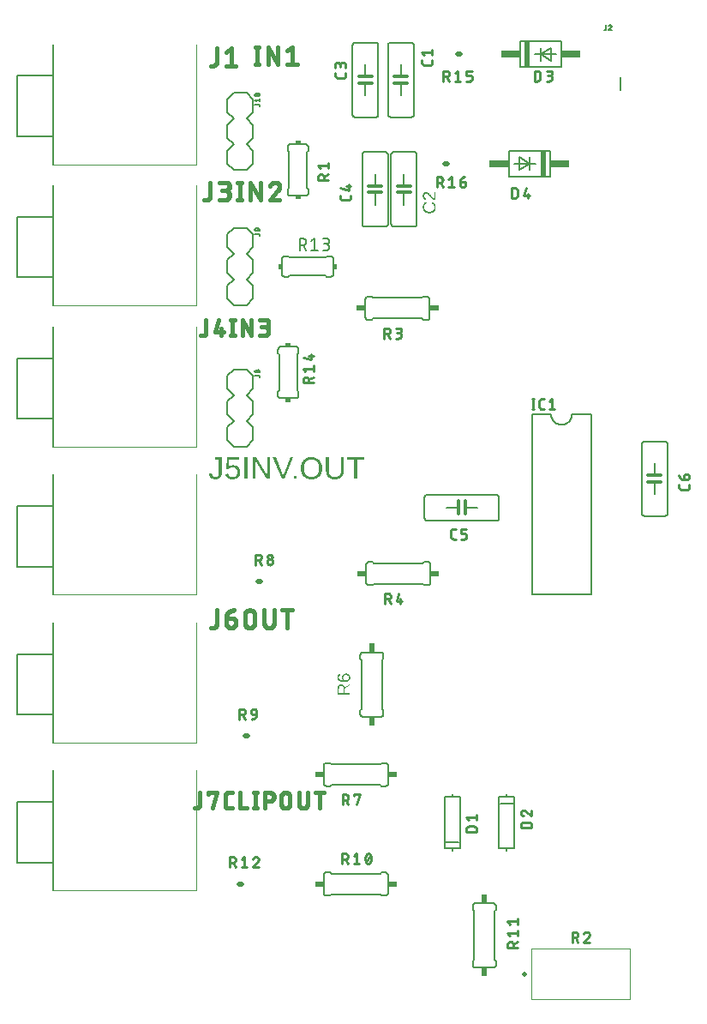
<source format=gbr>
G04 EAGLE Gerber RS-274X export*
G75*
%MOMM*%
%FSLAX34Y34*%
%LPD*%
%INSilkscreen Top*%
%IPPOS*%
%AMOC8*
5,1,8,0,0,1.08239X$1,22.5*%
G01*
G04 Define Apertures*
%ADD10C,0.431800*%
%ADD11C,0.304800*%
%ADD12C,0.152400*%
%ADD13C,0.254000*%
%ADD14C,0.203200*%
%ADD15R,0.508000X2.540000*%
%ADD16R,1.905000X0.762000*%
%ADD17C,0.127000*%
%ADD18C,0.101600*%
%ADD19C,0.381000*%
%ADD20R,0.508000X0.381000*%
%ADD21R,0.863600X0.609600*%
%ADD22R,0.609600X0.863600*%
%ADD23C,0.508000*%
%ADD24R,0.381000X0.508000*%
%ADD25C,0.500000*%
%ADD26C,0.120000*%
G36*
X472563Y865146D02*
X472199Y865152D01*
X471845Y865171D01*
X471501Y865202D01*
X471167Y865246D01*
X470843Y865302D01*
X470529Y865370D01*
X470225Y865451D01*
X469931Y865544D01*
X469647Y865650D01*
X469373Y865769D01*
X468855Y866043D01*
X468376Y866366D01*
X467938Y866740D01*
X467546Y867158D01*
X467206Y867614D01*
X467056Y867856D01*
X466919Y868108D01*
X466795Y868369D01*
X466684Y868641D01*
X466586Y868921D01*
X466501Y869211D01*
X466429Y869511D01*
X466370Y869821D01*
X466324Y870140D01*
X466291Y870468D01*
X466272Y870807D01*
X466265Y871154D01*
X466277Y871637D01*
X466313Y872099D01*
X466374Y872541D01*
X466458Y872963D01*
X466566Y873364D01*
X466699Y873746D01*
X466855Y874107D01*
X467036Y874447D01*
X467240Y874767D01*
X467468Y875065D01*
X467719Y875341D01*
X467993Y875595D01*
X468290Y875827D01*
X468611Y876037D01*
X468955Y876225D01*
X469322Y876392D01*
X469848Y874807D01*
X469586Y874691D01*
X469341Y874559D01*
X469111Y874411D01*
X468897Y874247D01*
X468699Y874067D01*
X468517Y873870D01*
X468351Y873657D01*
X468201Y873427D01*
X468068Y873184D01*
X467952Y872930D01*
X467854Y872664D01*
X467774Y872388D01*
X467712Y872101D01*
X467667Y871802D01*
X467641Y871492D01*
X467632Y871172D01*
X467652Y870674D01*
X467714Y870204D01*
X467817Y869763D01*
X467961Y869350D01*
X468147Y868966D01*
X468373Y868610D01*
X468641Y868283D01*
X468950Y867984D01*
X469295Y867717D01*
X469670Y867486D01*
X470076Y867290D01*
X470512Y867130D01*
X470979Y867005D01*
X471476Y866916D01*
X472004Y866863D01*
X472563Y866845D01*
X473116Y866864D01*
X473641Y866919D01*
X474139Y867012D01*
X474609Y867142D01*
X475051Y867309D01*
X475465Y867513D01*
X475852Y867754D01*
X476211Y868032D01*
X476534Y868342D01*
X476814Y868677D01*
X477051Y869040D01*
X477245Y869428D01*
X477396Y869842D01*
X477504Y870283D01*
X477569Y870749D01*
X477590Y871242D01*
X477580Y871561D01*
X477550Y871870D01*
X477500Y872169D01*
X477430Y872458D01*
X477339Y872736D01*
X477229Y873005D01*
X477099Y873264D01*
X476949Y873512D01*
X476778Y873751D01*
X476588Y873980D01*
X476377Y874198D01*
X476147Y874406D01*
X475896Y874605D01*
X475625Y874793D01*
X475335Y874971D01*
X475024Y875139D01*
X475707Y876506D01*
X476094Y876306D01*
X476456Y876086D01*
X476795Y875847D01*
X477111Y875589D01*
X477402Y875312D01*
X477669Y875015D01*
X477913Y874699D01*
X478133Y874364D01*
X478328Y874012D01*
X478497Y873647D01*
X478640Y873267D01*
X478757Y872874D01*
X478848Y872467D01*
X478913Y872046D01*
X478952Y871612D01*
X478965Y871163D01*
X478953Y870704D01*
X478917Y870262D01*
X478856Y869835D01*
X478771Y869423D01*
X478662Y869028D01*
X478529Y868648D01*
X478372Y868284D01*
X478190Y867935D01*
X477986Y867605D01*
X477761Y867295D01*
X477515Y867005D01*
X477249Y866736D01*
X476961Y866486D01*
X476653Y866257D01*
X476324Y866048D01*
X475974Y865860D01*
X475606Y865692D01*
X475221Y865547D01*
X474819Y865425D01*
X474401Y865324D01*
X473966Y865246D01*
X473515Y865191D01*
X473047Y865157D01*
X472563Y865146D01*
G37*
G36*
X478790Y878106D02*
X477678Y878106D01*
X477180Y878342D01*
X476713Y878602D01*
X476276Y878887D01*
X475869Y879196D01*
X475486Y879522D01*
X475122Y879856D01*
X474777Y880199D01*
X474450Y880550D01*
X473838Y881256D01*
X473272Y881955D01*
X472729Y882618D01*
X472186Y883212D01*
X471911Y883479D01*
X471630Y883719D01*
X471342Y883932D01*
X471047Y884119D01*
X470740Y884270D01*
X470412Y884378D01*
X470065Y884443D01*
X469699Y884465D01*
X469452Y884455D01*
X469219Y884427D01*
X469001Y884381D01*
X468797Y884316D01*
X468607Y884232D01*
X468431Y884130D01*
X468269Y884009D01*
X468122Y883869D01*
X467991Y883713D01*
X467877Y883542D01*
X467781Y883357D01*
X467702Y883157D01*
X467640Y882943D01*
X467597Y882715D01*
X467570Y882471D01*
X467562Y882214D01*
X467570Y881967D01*
X467596Y881732D01*
X467639Y881508D01*
X467698Y881295D01*
X467775Y881093D01*
X467869Y880902D01*
X467981Y880723D01*
X468109Y880554D01*
X468253Y880399D01*
X468410Y880261D01*
X468582Y880140D01*
X468767Y880036D01*
X468966Y879949D01*
X469179Y879878D01*
X469406Y879824D01*
X469646Y879788D01*
X469497Y878176D01*
X469137Y878234D01*
X468795Y878320D01*
X468472Y878435D01*
X468168Y878578D01*
X467883Y878749D01*
X467617Y878949D01*
X467370Y879177D01*
X467141Y879433D01*
X466936Y879713D01*
X466758Y880012D01*
X466607Y880331D01*
X466484Y880669D01*
X466388Y881026D01*
X466320Y881403D01*
X466279Y881798D01*
X466265Y882214D01*
X466279Y882667D01*
X466320Y883093D01*
X466389Y883491D01*
X466485Y883864D01*
X466609Y884209D01*
X466760Y884527D01*
X466939Y884818D01*
X467146Y885082D01*
X467377Y885317D01*
X467632Y885521D01*
X467910Y885693D01*
X468211Y885834D01*
X468535Y885944D01*
X468882Y886022D01*
X469253Y886069D01*
X469646Y886085D01*
X470005Y886064D01*
X470362Y886003D01*
X470718Y885900D01*
X471074Y885756D01*
X471428Y885572D01*
X471783Y885348D01*
X472138Y885084D01*
X472493Y884780D01*
X472896Y884382D01*
X473397Y883836D01*
X473995Y883143D01*
X474691Y882301D01*
X475093Y881823D01*
X475474Y881397D01*
X475835Y881022D01*
X476176Y880698D01*
X476503Y880421D01*
X476825Y880186D01*
X477140Y879992D01*
X477450Y879840D01*
X477450Y886278D01*
X478790Y886278D01*
X478790Y878106D01*
G37*
G36*
X356263Y602572D02*
X355460Y602593D01*
X354684Y602655D01*
X353936Y602759D01*
X353216Y602904D01*
X352524Y603090D01*
X351861Y603318D01*
X351225Y603588D01*
X350618Y603899D01*
X350041Y604249D01*
X349501Y604636D01*
X348995Y605060D01*
X348524Y605521D01*
X348088Y606019D01*
X347688Y606554D01*
X347322Y607127D01*
X346992Y607736D01*
X346699Y608376D01*
X346444Y609043D01*
X346229Y609736D01*
X346053Y610455D01*
X345917Y611200D01*
X345819Y611971D01*
X345760Y612769D01*
X345741Y613592D01*
X345751Y614221D01*
X345784Y614832D01*
X345839Y615425D01*
X345915Y616001D01*
X346013Y616560D01*
X346133Y617101D01*
X346274Y617625D01*
X346438Y618132D01*
X346623Y618621D01*
X346830Y619093D01*
X347059Y619548D01*
X347309Y619985D01*
X347582Y620405D01*
X347876Y620807D01*
X348192Y621192D01*
X348530Y621560D01*
X348887Y621908D01*
X349261Y622233D01*
X349652Y622536D01*
X350061Y622816D01*
X350486Y623074D01*
X350929Y623310D01*
X351388Y623523D01*
X351865Y623714D01*
X352359Y623882D01*
X352870Y624028D01*
X353398Y624151D01*
X353943Y624252D01*
X354505Y624331D01*
X355084Y624387D01*
X355680Y624421D01*
X356294Y624432D01*
X357090Y624412D01*
X357860Y624351D01*
X358604Y624251D01*
X359320Y624110D01*
X360009Y623928D01*
X360672Y623707D01*
X361308Y623445D01*
X361917Y623143D01*
X362495Y622802D01*
X363038Y622425D01*
X363545Y622012D01*
X364018Y621562D01*
X364455Y621075D01*
X364858Y620552D01*
X365225Y619993D01*
X365558Y619397D01*
X365853Y618768D01*
X366108Y618112D01*
X366325Y617429D01*
X366502Y616717D01*
X366639Y615977D01*
X366738Y615210D01*
X366797Y614415D01*
X366816Y613592D01*
X366796Y612772D01*
X366737Y611978D01*
X366637Y611210D01*
X366498Y610468D01*
X366319Y609752D01*
X366100Y609061D01*
X365841Y608397D01*
X365542Y607758D01*
X365207Y607151D01*
X364836Y606579D01*
X364431Y606044D01*
X363992Y605546D01*
X363517Y605083D01*
X363008Y604657D01*
X362465Y604267D01*
X361887Y603914D01*
X361278Y603599D01*
X360642Y603327D01*
X359979Y603096D01*
X359290Y602908D01*
X358574Y602761D01*
X357830Y602656D01*
X357060Y602593D01*
X356263Y602572D01*
G37*
%LPC*%
G36*
X356263Y604909D02*
X356717Y604918D01*
X357156Y604944D01*
X357583Y604989D01*
X357996Y605051D01*
X358395Y605130D01*
X358782Y605228D01*
X359155Y605343D01*
X359514Y605476D01*
X359860Y605627D01*
X360193Y605795D01*
X360513Y605981D01*
X360819Y606185D01*
X361111Y606407D01*
X361391Y606646D01*
X361657Y606903D01*
X361909Y607178D01*
X362147Y607469D01*
X362370Y607774D01*
X362578Y608095D01*
X362770Y608430D01*
X362947Y608779D01*
X363108Y609143D01*
X363254Y609522D01*
X363385Y609916D01*
X363500Y610324D01*
X363600Y610747D01*
X363684Y611185D01*
X363754Y611637D01*
X363807Y612104D01*
X363846Y612585D01*
X363869Y613082D01*
X363877Y613592D01*
X363869Y614081D01*
X363846Y614557D01*
X363807Y615019D01*
X363753Y615468D01*
X363683Y615904D01*
X363598Y616327D01*
X363497Y616736D01*
X363381Y617131D01*
X363249Y617514D01*
X363102Y617883D01*
X362940Y618239D01*
X362761Y618582D01*
X362568Y618911D01*
X362359Y619227D01*
X362134Y619529D01*
X361894Y619819D01*
X361640Y620093D01*
X361373Y620349D01*
X361093Y620587D01*
X360801Y620808D01*
X360495Y621011D01*
X360177Y621197D01*
X359846Y621365D01*
X359503Y621515D01*
X359146Y621647D01*
X358777Y621762D01*
X358395Y621859D01*
X358000Y621939D01*
X357593Y622001D01*
X357173Y622045D01*
X356739Y622071D01*
X356294Y622080D01*
X355844Y622071D01*
X355407Y622045D01*
X354984Y622002D01*
X354573Y621941D01*
X354175Y621862D01*
X353791Y621766D01*
X353419Y621653D01*
X353060Y621522D01*
X352714Y621374D01*
X352381Y621209D01*
X352061Y621025D01*
X351754Y620825D01*
X351460Y620607D01*
X351179Y620372D01*
X350910Y620119D01*
X350655Y619849D01*
X350414Y619563D01*
X350189Y619263D01*
X349979Y618949D01*
X349785Y618621D01*
X349606Y618279D01*
X349443Y617923D01*
X349295Y617553D01*
X349163Y617169D01*
X349046Y616771D01*
X348945Y616359D01*
X348860Y615933D01*
X348790Y615493D01*
X348735Y615039D01*
X348696Y614571D01*
X348673Y614089D01*
X348665Y613592D01*
X348673Y613100D01*
X348697Y612619D01*
X348736Y612152D01*
X348791Y611698D01*
X348862Y611257D01*
X348948Y610828D01*
X349050Y610413D01*
X349168Y610010D01*
X349302Y609620D01*
X349451Y609243D01*
X349617Y608880D01*
X349797Y608528D01*
X349994Y608190D01*
X350206Y607865D01*
X350434Y607553D01*
X350678Y607253D01*
X350936Y606969D01*
X351205Y606704D01*
X351487Y606456D01*
X351782Y606228D01*
X352088Y606017D01*
X352407Y605825D01*
X352738Y605651D01*
X353081Y605495D01*
X353436Y605358D01*
X353803Y605239D01*
X354183Y605138D01*
X354574Y605055D01*
X354978Y604991D01*
X355395Y604946D01*
X355823Y604918D01*
X356263Y604909D01*
G37*
%LPD*%
G36*
X300749Y602874D02*
X298186Y602874D01*
X298186Y624115D01*
X301533Y624115D01*
X313020Y605904D01*
X312885Y608452D01*
X312851Y609420D01*
X312839Y610185D01*
X312839Y624115D01*
X315433Y624115D01*
X315433Y602874D01*
X311965Y602874D01*
X300598Y620964D01*
X300673Y619502D01*
X300749Y616984D01*
X300749Y602874D01*
G37*
G36*
X379299Y602572D02*
X378657Y602587D01*
X378036Y602632D01*
X377436Y602706D01*
X376856Y602810D01*
X376298Y602943D01*
X375760Y603106D01*
X375242Y603299D01*
X374746Y603522D01*
X374273Y603773D01*
X373828Y604051D01*
X373410Y604355D01*
X373020Y604687D01*
X372656Y605045D01*
X372320Y605430D01*
X372012Y605842D01*
X371731Y606281D01*
X371480Y606744D01*
X371262Y607229D01*
X371078Y607735D01*
X370928Y608263D01*
X370811Y608813D01*
X370727Y609384D01*
X370677Y609978D01*
X370660Y610592D01*
X370660Y624115D01*
X373540Y624115D01*
X373540Y610834D01*
X373563Y610128D01*
X373632Y609466D01*
X373747Y608849D01*
X373909Y608275D01*
X374117Y607744D01*
X374371Y607258D01*
X374671Y606815D01*
X375017Y606416D01*
X375407Y606063D01*
X375838Y605757D01*
X376310Y605498D01*
X376822Y605286D01*
X377376Y605121D01*
X377971Y605003D01*
X378607Y604932D01*
X378940Y604915D01*
X379283Y604909D01*
X379637Y604915D01*
X379980Y604933D01*
X380313Y604964D01*
X380636Y605006D01*
X380949Y605061D01*
X381253Y605128D01*
X381829Y605299D01*
X382366Y605518D01*
X382863Y605787D01*
X383321Y606104D01*
X383738Y606469D01*
X383931Y606670D01*
X384111Y606882D01*
X384279Y607105D01*
X384434Y607339D01*
X384577Y607585D01*
X384708Y607842D01*
X384826Y608110D01*
X384931Y608389D01*
X385024Y608680D01*
X385105Y608982D01*
X385173Y609295D01*
X385229Y609620D01*
X385273Y609955D01*
X385304Y610302D01*
X385323Y610660D01*
X385329Y611030D01*
X385329Y624115D01*
X388193Y624115D01*
X388193Y610864D01*
X388176Y610230D01*
X388125Y609619D01*
X388039Y609030D01*
X387920Y608463D01*
X387766Y607918D01*
X387578Y607395D01*
X387356Y606895D01*
X387100Y606416D01*
X386813Y605963D01*
X386497Y605537D01*
X386153Y605138D01*
X385781Y604768D01*
X385381Y604424D01*
X384952Y604108D01*
X384495Y603820D01*
X384010Y603560D01*
X383499Y603328D01*
X382966Y603128D01*
X382411Y602958D01*
X381833Y602819D01*
X381233Y602711D01*
X380611Y602634D01*
X379966Y602588D01*
X379299Y602572D01*
G37*
G36*
X278271Y602572D02*
X277547Y602592D01*
X276858Y602653D01*
X276205Y602754D01*
X275588Y602896D01*
X275006Y603079D01*
X274461Y603301D01*
X273951Y603565D01*
X273477Y603869D01*
X273042Y604211D01*
X272649Y604589D01*
X272298Y605004D01*
X271989Y605455D01*
X271721Y605943D01*
X271496Y606466D01*
X271312Y607026D01*
X271171Y607622D01*
X273914Y607939D01*
X274032Y607558D01*
X274171Y607201D01*
X274332Y606868D01*
X274513Y606561D01*
X274715Y606278D01*
X274938Y606019D01*
X275183Y605785D01*
X275448Y605576D01*
X275735Y605391D01*
X276043Y605231D01*
X276371Y605096D01*
X276721Y604985D01*
X277092Y604899D01*
X277484Y604837D01*
X277897Y604801D01*
X278332Y604788D01*
X278863Y604809D01*
X279365Y604871D01*
X279838Y604974D01*
X280280Y605118D01*
X280693Y605304D01*
X281076Y605530D01*
X281430Y605798D01*
X281754Y606107D01*
X282044Y606453D01*
X282295Y606829D01*
X282507Y607236D01*
X282681Y607673D01*
X282816Y608142D01*
X282913Y608642D01*
X282971Y609172D01*
X282990Y609733D01*
X282971Y610222D01*
X282912Y610688D01*
X282815Y611129D01*
X282679Y611546D01*
X282504Y611939D01*
X282290Y612308D01*
X282038Y612653D01*
X281746Y612974D01*
X281422Y613264D01*
X281070Y613515D01*
X280692Y613728D01*
X280286Y613902D01*
X279853Y614037D01*
X279393Y614133D01*
X278906Y614191D01*
X278392Y614211D01*
X277851Y614189D01*
X277329Y614124D01*
X276826Y614016D01*
X276342Y613864D01*
X275867Y613660D01*
X275392Y613396D01*
X274917Y613072D01*
X274442Y612688D01*
X271789Y612688D01*
X272497Y624115D01*
X284573Y624115D01*
X284573Y621809D01*
X274970Y621809D01*
X274563Y615070D01*
X275017Y615388D01*
X275498Y615663D01*
X276006Y615897D01*
X276541Y616087D01*
X277103Y616236D01*
X277692Y616342D01*
X278307Y616405D01*
X278950Y616427D01*
X279337Y616420D01*
X279714Y616398D01*
X280081Y616362D01*
X280438Y616312D01*
X280785Y616247D01*
X281122Y616168D01*
X281450Y616075D01*
X281767Y615967D01*
X282074Y615845D01*
X282372Y615708D01*
X282659Y615557D01*
X282937Y615392D01*
X283204Y615213D01*
X283462Y615019D01*
X283710Y614810D01*
X283947Y614587D01*
X284173Y614353D01*
X284384Y614110D01*
X284580Y613859D01*
X284762Y613598D01*
X284929Y613329D01*
X285082Y613051D01*
X285220Y612765D01*
X285344Y612469D01*
X285453Y612165D01*
X285547Y611853D01*
X285627Y611531D01*
X285693Y611201D01*
X285744Y610862D01*
X285780Y610515D01*
X285802Y610158D01*
X285809Y609793D01*
X285801Y609379D01*
X285778Y608975D01*
X285739Y608583D01*
X285684Y608202D01*
X285614Y607832D01*
X285528Y607473D01*
X285427Y607126D01*
X285310Y606790D01*
X285177Y606464D01*
X285029Y606150D01*
X284865Y605848D01*
X284686Y605556D01*
X284490Y605276D01*
X284280Y605007D01*
X284054Y604749D01*
X283812Y604502D01*
X283556Y604268D01*
X283288Y604050D01*
X283008Y603846D01*
X282716Y603658D01*
X282412Y603484D01*
X282096Y603326D01*
X281768Y603183D01*
X281428Y603055D01*
X281075Y602941D01*
X280711Y602844D01*
X280335Y602761D01*
X279946Y602693D01*
X279546Y602640D01*
X279133Y602602D01*
X278708Y602580D01*
X278271Y602572D01*
G37*
G36*
X329755Y602874D02*
X326770Y602874D01*
X318101Y624115D01*
X321132Y624115D01*
X327011Y609160D01*
X328277Y605406D01*
X329544Y609160D01*
X335393Y624115D01*
X338423Y624115D01*
X329755Y602874D01*
G37*
G36*
X401445Y602874D02*
X398581Y602874D01*
X398581Y621763D01*
X391284Y621763D01*
X391284Y624115D01*
X408742Y624115D01*
X408742Y621763D01*
X401445Y621763D01*
X401445Y602874D01*
G37*
G36*
X261387Y602572D02*
X260729Y602594D01*
X260106Y602659D01*
X259517Y602768D01*
X258962Y602921D01*
X258442Y603117D01*
X257956Y603357D01*
X257504Y603640D01*
X257086Y603967D01*
X256703Y604337D01*
X256354Y604751D01*
X256039Y605209D01*
X255759Y605710D01*
X255512Y606254D01*
X255300Y606843D01*
X255123Y607475D01*
X254979Y608150D01*
X257799Y608617D01*
X257877Y608192D01*
X257977Y607791D01*
X258097Y607414D01*
X258240Y607061D01*
X258403Y606732D01*
X258587Y606427D01*
X258793Y606146D01*
X259020Y605889D01*
X259265Y605659D01*
X259525Y605460D01*
X259800Y605292D01*
X260090Y605154D01*
X260395Y605047D01*
X260716Y604970D01*
X261051Y604924D01*
X261402Y604909D01*
X261783Y604926D01*
X262144Y604976D01*
X262484Y605060D01*
X262804Y605178D01*
X263102Y605330D01*
X263380Y605515D01*
X263638Y605734D01*
X263874Y605987D01*
X264086Y606272D01*
X264270Y606588D01*
X264425Y606936D01*
X264552Y607315D01*
X264651Y607726D01*
X264722Y608168D01*
X264764Y608641D01*
X264779Y609145D01*
X264779Y621763D01*
X260693Y621763D01*
X260693Y624115D01*
X267643Y624115D01*
X267643Y609205D01*
X267636Y608824D01*
X267617Y608453D01*
X267584Y608093D01*
X267538Y607743D01*
X267480Y607403D01*
X267408Y607073D01*
X267323Y606754D01*
X267225Y606445D01*
X267113Y606146D01*
X266989Y605858D01*
X266852Y605579D01*
X266702Y605312D01*
X266538Y605054D01*
X266362Y604807D01*
X266172Y604570D01*
X265970Y604344D01*
X265756Y604129D01*
X265532Y603928D01*
X265299Y603742D01*
X265056Y603569D01*
X264803Y603409D01*
X264541Y603264D01*
X264269Y603133D01*
X263987Y603015D01*
X263696Y602911D01*
X263395Y602821D01*
X263084Y602745D01*
X262764Y602683D01*
X262434Y602634D01*
X262095Y602600D01*
X261745Y602579D01*
X261387Y602572D01*
G37*
G36*
X292819Y602874D02*
X289940Y602874D01*
X289940Y624115D01*
X292819Y624115D01*
X292819Y602874D01*
G37*
G36*
X341475Y602874D02*
X338535Y602874D01*
X338535Y606175D01*
X341475Y606175D01*
X341475Y602874D01*
G37*
G36*
X394335Y390091D02*
X381994Y390091D01*
X381994Y395898D01*
X382009Y396405D01*
X382053Y396881D01*
X382125Y397328D01*
X382227Y397745D01*
X382359Y398133D01*
X382519Y398491D01*
X382708Y398819D01*
X382927Y399117D01*
X383172Y399383D01*
X383439Y399613D01*
X383729Y399808D01*
X384043Y399968D01*
X384379Y400092D01*
X384738Y400180D01*
X385119Y400234D01*
X385524Y400251D01*
X385861Y400239D01*
X386184Y400201D01*
X386494Y400139D01*
X386790Y400051D01*
X387072Y399938D01*
X387340Y399801D01*
X387595Y399638D01*
X387836Y399450D01*
X388060Y399240D01*
X388262Y399011D01*
X388442Y398763D01*
X388508Y398652D01*
X388600Y398496D01*
X388737Y398210D01*
X388853Y397905D01*
X388946Y397581D01*
X389019Y397238D01*
X391282Y398730D01*
X394335Y400742D01*
X394335Y398815D01*
X389211Y395609D01*
X389211Y391764D01*
X394335Y391764D01*
X394335Y390091D01*
G37*
%LPC*%
G36*
X387889Y391764D02*
X387889Y395802D01*
X387879Y396123D01*
X387850Y396426D01*
X387802Y396710D01*
X387734Y396975D01*
X387648Y397221D01*
X387541Y397448D01*
X387416Y397657D01*
X387271Y397847D01*
X387109Y398016D01*
X386932Y398163D01*
X386739Y398287D01*
X386530Y398389D01*
X386306Y398468D01*
X386067Y398525D01*
X385812Y398558D01*
X385541Y398570D01*
X385280Y398558D01*
X385035Y398524D01*
X384806Y398467D01*
X384592Y398387D01*
X384395Y398284D01*
X384214Y398158D01*
X384048Y398010D01*
X383899Y397838D01*
X383767Y397645D01*
X383652Y397432D01*
X383555Y397199D01*
X383476Y396946D01*
X383414Y396673D01*
X383370Y396379D01*
X383343Y396066D01*
X383334Y395732D01*
X383334Y391764D01*
X387889Y391764D01*
G37*
%LPD*%
G36*
X388449Y402500D02*
X387671Y402518D01*
X386940Y402571D01*
X386254Y402661D01*
X385616Y402786D01*
X385024Y402948D01*
X384478Y403145D01*
X383979Y403378D01*
X383527Y403647D01*
X383125Y403949D01*
X382776Y404281D01*
X382481Y404644D01*
X382239Y405037D01*
X382052Y405461D01*
X381978Y405684D01*
X381918Y405915D01*
X381871Y406153D01*
X381837Y406399D01*
X381817Y406653D01*
X381810Y406914D01*
X381820Y407255D01*
X381850Y407580D01*
X381899Y407889D01*
X381967Y408182D01*
X382056Y408458D01*
X382164Y408719D01*
X382291Y408963D01*
X382439Y409191D01*
X382606Y409403D01*
X382792Y409599D01*
X382998Y409779D01*
X383224Y409942D01*
X383470Y410090D01*
X383735Y410221D01*
X384020Y410336D01*
X384324Y410435D01*
X384596Y408928D01*
X384242Y408795D01*
X383936Y408627D01*
X383678Y408425D01*
X383466Y408188D01*
X383301Y407917D01*
X383183Y407611D01*
X383113Y407271D01*
X383089Y406896D01*
X383109Y406569D01*
X383168Y406260D01*
X383266Y405970D01*
X383403Y405700D01*
X383580Y405448D01*
X383796Y405216D01*
X384051Y405002D01*
X384346Y404808D01*
X384678Y404634D01*
X385045Y404484D01*
X385447Y404357D01*
X385884Y404252D01*
X386357Y404171D01*
X386864Y404114D01*
X387407Y404079D01*
X387985Y404067D01*
X387610Y404304D01*
X387283Y404584D01*
X387004Y404908D01*
X386772Y405276D01*
X386590Y405680D01*
X386460Y406113D01*
X386415Y406339D01*
X386382Y406573D01*
X386362Y406815D01*
X386356Y407063D01*
X386373Y407479D01*
X386423Y407873D01*
X386506Y408245D01*
X386623Y408594D01*
X386773Y408922D01*
X386957Y409228D01*
X387174Y409512D01*
X387425Y409774D01*
X387703Y410009D01*
X388005Y410212D01*
X388329Y410385D01*
X388677Y410526D01*
X389048Y410635D01*
X389441Y410714D01*
X389858Y410761D01*
X390297Y410776D01*
X390773Y410760D01*
X391222Y410710D01*
X391646Y410627D01*
X392045Y410512D01*
X392417Y410362D01*
X392764Y410180D01*
X393085Y409965D01*
X393380Y409717D01*
X393645Y409439D01*
X393875Y409136D01*
X394069Y408809D01*
X394228Y408455D01*
X394351Y408077D01*
X394440Y407674D01*
X394493Y407245D01*
X394510Y406791D01*
X394504Y406535D01*
X394486Y406286D01*
X394413Y405810D01*
X394292Y405366D01*
X394123Y404952D01*
X393905Y404569D01*
X393638Y404216D01*
X393323Y403894D01*
X392960Y403603D01*
X392550Y403345D01*
X392097Y403120D01*
X391599Y402931D01*
X391057Y402776D01*
X390471Y402655D01*
X389841Y402569D01*
X389167Y402517D01*
X388449Y402500D01*
G37*
%LPC*%
G36*
X389991Y404225D02*
X390340Y404236D01*
X390672Y404269D01*
X390989Y404324D01*
X391289Y404401D01*
X391573Y404500D01*
X391842Y404622D01*
X392094Y404765D01*
X392329Y404930D01*
X392543Y405113D01*
X392728Y405308D01*
X392884Y405515D01*
X393012Y405735D01*
X393112Y405967D01*
X393183Y406212D01*
X393226Y406469D01*
X393240Y406739D01*
X393228Y407016D01*
X393192Y407277D01*
X393132Y407524D01*
X393049Y407755D01*
X392941Y407970D01*
X392809Y408171D01*
X392653Y408356D01*
X392474Y408526D01*
X392273Y408677D01*
X392055Y408809D01*
X391818Y408920D01*
X391564Y409012D01*
X391292Y409083D01*
X391002Y409133D01*
X390693Y409164D01*
X390367Y409174D01*
X390042Y409163D01*
X389736Y409133D01*
X389449Y409081D01*
X389181Y409009D01*
X388932Y408917D01*
X388702Y408804D01*
X388492Y408671D01*
X388300Y408517D01*
X388130Y408344D01*
X387982Y408156D01*
X387857Y407951D01*
X387755Y407731D01*
X387676Y407494D01*
X387619Y407241D01*
X387585Y406972D01*
X387573Y406686D01*
X387583Y406417D01*
X387614Y406161D01*
X387664Y405918D01*
X387734Y405689D01*
X387825Y405473D01*
X387936Y405270D01*
X388066Y405080D01*
X388217Y404904D01*
X388386Y404745D01*
X388569Y404607D01*
X388768Y404490D01*
X388982Y404395D01*
X389212Y404321D01*
X389456Y404267D01*
X389716Y404236D01*
X389991Y404225D01*
G37*
%LPD*%
D10*
X302556Y1029335D02*
X302556Y1011809D01*
X300609Y1011809D02*
X304504Y1011809D01*
X304504Y1029335D02*
X300609Y1029335D01*
X313137Y1029335D02*
X313137Y1011809D01*
X322873Y1011809D02*
X313137Y1029335D01*
X322873Y1029335D02*
X322873Y1011809D01*
X332293Y1025440D02*
X337161Y1029335D01*
X337161Y1011809D01*
X332293Y1011809D02*
X342030Y1011809D01*
D11*
X444500Y999998D02*
X450850Y999998D01*
X444500Y999998D02*
X438150Y999998D01*
D12*
X444500Y999998D02*
X444500Y1012190D01*
D11*
X444500Y993648D02*
X450850Y993648D01*
X444500Y993648D02*
X438150Y993648D01*
D12*
X444500Y993648D02*
X444500Y981710D01*
X454660Y1033780D02*
X434340Y1033780D01*
X431800Y1031240D02*
X431800Y962660D01*
X434340Y960120D02*
X454660Y960120D01*
X457200Y962660D02*
X457200Y1031240D01*
X457200Y962660D02*
X457198Y962560D01*
X457192Y962461D01*
X457182Y962361D01*
X457169Y962263D01*
X457151Y962164D01*
X457130Y962067D01*
X457105Y961971D01*
X457076Y961875D01*
X457043Y961781D01*
X457007Y961688D01*
X456967Y961597D01*
X456923Y961507D01*
X456876Y961419D01*
X456826Y961333D01*
X456772Y961249D01*
X456715Y961167D01*
X456655Y961088D01*
X456591Y961010D01*
X456525Y960936D01*
X456456Y960864D01*
X456384Y960795D01*
X456310Y960729D01*
X456232Y960665D01*
X456153Y960605D01*
X456071Y960548D01*
X455987Y960494D01*
X455901Y960444D01*
X455813Y960397D01*
X455723Y960353D01*
X455632Y960313D01*
X455539Y960277D01*
X455445Y960244D01*
X455349Y960215D01*
X455253Y960190D01*
X455156Y960169D01*
X455057Y960151D01*
X454959Y960138D01*
X454859Y960128D01*
X454760Y960122D01*
X454660Y960120D01*
X434340Y960120D02*
X434240Y960122D01*
X434141Y960128D01*
X434041Y960138D01*
X433943Y960151D01*
X433844Y960169D01*
X433747Y960190D01*
X433651Y960215D01*
X433555Y960244D01*
X433461Y960277D01*
X433368Y960313D01*
X433277Y960353D01*
X433187Y960397D01*
X433099Y960444D01*
X433013Y960494D01*
X432929Y960548D01*
X432847Y960605D01*
X432768Y960665D01*
X432690Y960729D01*
X432616Y960795D01*
X432544Y960864D01*
X432475Y960936D01*
X432409Y961010D01*
X432345Y961088D01*
X432285Y961167D01*
X432228Y961249D01*
X432174Y961333D01*
X432124Y961419D01*
X432077Y961507D01*
X432033Y961597D01*
X431993Y961688D01*
X431957Y961781D01*
X431924Y961875D01*
X431895Y961971D01*
X431870Y962067D01*
X431849Y962164D01*
X431831Y962263D01*
X431818Y962361D01*
X431808Y962461D01*
X431802Y962560D01*
X431800Y962660D01*
X431800Y1031240D02*
X431802Y1031340D01*
X431808Y1031439D01*
X431818Y1031539D01*
X431831Y1031637D01*
X431849Y1031736D01*
X431870Y1031833D01*
X431895Y1031929D01*
X431924Y1032025D01*
X431957Y1032119D01*
X431993Y1032212D01*
X432033Y1032303D01*
X432077Y1032393D01*
X432124Y1032481D01*
X432174Y1032567D01*
X432228Y1032651D01*
X432285Y1032733D01*
X432345Y1032812D01*
X432409Y1032890D01*
X432475Y1032964D01*
X432544Y1033036D01*
X432616Y1033105D01*
X432690Y1033171D01*
X432768Y1033235D01*
X432847Y1033295D01*
X432929Y1033352D01*
X433013Y1033406D01*
X433099Y1033456D01*
X433187Y1033503D01*
X433277Y1033547D01*
X433368Y1033587D01*
X433461Y1033623D01*
X433555Y1033656D01*
X433651Y1033685D01*
X433747Y1033710D01*
X433844Y1033731D01*
X433943Y1033749D01*
X434041Y1033762D01*
X434141Y1033772D01*
X434240Y1033778D01*
X434340Y1033780D01*
X454660Y1033780D02*
X454760Y1033778D01*
X454859Y1033772D01*
X454959Y1033762D01*
X455057Y1033749D01*
X455156Y1033731D01*
X455253Y1033710D01*
X455349Y1033685D01*
X455445Y1033656D01*
X455539Y1033623D01*
X455632Y1033587D01*
X455723Y1033547D01*
X455813Y1033503D01*
X455901Y1033456D01*
X455987Y1033406D01*
X456071Y1033352D01*
X456153Y1033295D01*
X456232Y1033235D01*
X456310Y1033171D01*
X456384Y1033105D01*
X456456Y1033036D01*
X456525Y1032964D01*
X456591Y1032890D01*
X456655Y1032812D01*
X456715Y1032733D01*
X456772Y1032651D01*
X456826Y1032567D01*
X456876Y1032481D01*
X456923Y1032393D01*
X456967Y1032303D01*
X457007Y1032212D01*
X457043Y1032119D01*
X457076Y1032025D01*
X457105Y1031929D01*
X457130Y1031833D01*
X457151Y1031736D01*
X457169Y1031637D01*
X457182Y1031539D01*
X457192Y1031439D01*
X457198Y1031340D01*
X457200Y1031240D01*
D13*
X475615Y1016083D02*
X475615Y1013825D01*
X475613Y1013732D01*
X475607Y1013639D01*
X475598Y1013546D01*
X475584Y1013453D01*
X475567Y1013362D01*
X475546Y1013271D01*
X475521Y1013181D01*
X475493Y1013092D01*
X475461Y1013004D01*
X475425Y1012918D01*
X475386Y1012833D01*
X475343Y1012750D01*
X475297Y1012669D01*
X475247Y1012590D01*
X475195Y1012513D01*
X475139Y1012438D01*
X475080Y1012366D01*
X475018Y1012296D01*
X474954Y1012228D01*
X474886Y1012164D01*
X474816Y1012102D01*
X474744Y1012043D01*
X474669Y1011987D01*
X474592Y1011935D01*
X474513Y1011885D01*
X474432Y1011839D01*
X474349Y1011796D01*
X474264Y1011757D01*
X474178Y1011721D01*
X474090Y1011689D01*
X474001Y1011661D01*
X473911Y1011636D01*
X473820Y1011615D01*
X473729Y1011598D01*
X473636Y1011584D01*
X473543Y1011575D01*
X473450Y1011569D01*
X473357Y1011567D01*
X467713Y1011567D01*
X467620Y1011569D01*
X467527Y1011575D01*
X467434Y1011584D01*
X467341Y1011598D01*
X467250Y1011615D01*
X467159Y1011636D01*
X467069Y1011661D01*
X466980Y1011689D01*
X466892Y1011721D01*
X466806Y1011757D01*
X466721Y1011796D01*
X466638Y1011839D01*
X466557Y1011885D01*
X466478Y1011935D01*
X466401Y1011987D01*
X466326Y1012043D01*
X466254Y1012102D01*
X466184Y1012164D01*
X466116Y1012228D01*
X466052Y1012296D01*
X465990Y1012366D01*
X465931Y1012438D01*
X465875Y1012513D01*
X465823Y1012590D01*
X465773Y1012669D01*
X465727Y1012750D01*
X465684Y1012833D01*
X465645Y1012918D01*
X465609Y1013004D01*
X465577Y1013092D01*
X465549Y1013181D01*
X465524Y1013271D01*
X465503Y1013362D01*
X465486Y1013453D01*
X465472Y1013546D01*
X465463Y1013638D01*
X465457Y1013732D01*
X465455Y1013825D01*
X465455Y1016083D01*
X467713Y1021151D02*
X465455Y1023973D01*
X475615Y1023973D01*
X475615Y1021151D02*
X475615Y1026795D01*
D11*
X447675Y885952D02*
X441325Y885952D01*
X447675Y885952D02*
X454025Y885952D01*
D12*
X447675Y885952D02*
X447675Y873760D01*
D11*
X447675Y892302D02*
X441325Y892302D01*
X447675Y892302D02*
X454025Y892302D01*
D12*
X447675Y892302D02*
X447675Y904240D01*
X437515Y852170D02*
X457835Y852170D01*
X460375Y854710D02*
X460375Y923290D01*
X457835Y925830D02*
X437515Y925830D01*
X434975Y923290D02*
X434975Y854710D01*
X434975Y923290D02*
X434977Y923390D01*
X434983Y923489D01*
X434993Y923589D01*
X435006Y923687D01*
X435024Y923786D01*
X435045Y923883D01*
X435070Y923979D01*
X435099Y924075D01*
X435132Y924169D01*
X435168Y924262D01*
X435208Y924353D01*
X435252Y924443D01*
X435299Y924531D01*
X435349Y924617D01*
X435403Y924701D01*
X435460Y924783D01*
X435520Y924862D01*
X435584Y924940D01*
X435650Y925014D01*
X435719Y925086D01*
X435791Y925155D01*
X435865Y925221D01*
X435943Y925285D01*
X436022Y925345D01*
X436104Y925402D01*
X436188Y925456D01*
X436274Y925506D01*
X436362Y925553D01*
X436452Y925597D01*
X436543Y925637D01*
X436636Y925673D01*
X436730Y925706D01*
X436826Y925735D01*
X436922Y925760D01*
X437019Y925781D01*
X437118Y925799D01*
X437216Y925812D01*
X437316Y925822D01*
X437415Y925828D01*
X437515Y925830D01*
X457835Y925830D02*
X457935Y925828D01*
X458034Y925822D01*
X458134Y925812D01*
X458232Y925799D01*
X458331Y925781D01*
X458428Y925760D01*
X458524Y925735D01*
X458620Y925706D01*
X458714Y925673D01*
X458807Y925637D01*
X458898Y925597D01*
X458988Y925553D01*
X459076Y925506D01*
X459162Y925456D01*
X459246Y925402D01*
X459328Y925345D01*
X459407Y925285D01*
X459485Y925221D01*
X459559Y925155D01*
X459631Y925086D01*
X459700Y925014D01*
X459766Y924940D01*
X459830Y924862D01*
X459890Y924783D01*
X459947Y924701D01*
X460001Y924617D01*
X460051Y924531D01*
X460098Y924443D01*
X460142Y924353D01*
X460182Y924262D01*
X460218Y924169D01*
X460251Y924075D01*
X460280Y923979D01*
X460305Y923883D01*
X460326Y923786D01*
X460344Y923687D01*
X460357Y923589D01*
X460367Y923489D01*
X460373Y923390D01*
X460375Y923290D01*
X460375Y854710D02*
X460373Y854610D01*
X460367Y854511D01*
X460357Y854411D01*
X460344Y854313D01*
X460326Y854214D01*
X460305Y854117D01*
X460280Y854021D01*
X460251Y853925D01*
X460218Y853831D01*
X460182Y853738D01*
X460142Y853647D01*
X460098Y853557D01*
X460051Y853469D01*
X460001Y853383D01*
X459947Y853299D01*
X459890Y853217D01*
X459830Y853138D01*
X459766Y853060D01*
X459700Y852986D01*
X459631Y852914D01*
X459559Y852845D01*
X459485Y852779D01*
X459407Y852715D01*
X459328Y852655D01*
X459246Y852598D01*
X459162Y852544D01*
X459076Y852494D01*
X458988Y852447D01*
X458898Y852403D01*
X458807Y852363D01*
X458714Y852327D01*
X458620Y852294D01*
X458524Y852265D01*
X458428Y852240D01*
X458331Y852219D01*
X458232Y852201D01*
X458134Y852188D01*
X458034Y852178D01*
X457935Y852172D01*
X457835Y852170D01*
X437515Y852170D02*
X437415Y852172D01*
X437316Y852178D01*
X437216Y852188D01*
X437118Y852201D01*
X437019Y852219D01*
X436922Y852240D01*
X436826Y852265D01*
X436730Y852294D01*
X436636Y852327D01*
X436543Y852363D01*
X436452Y852403D01*
X436362Y852447D01*
X436274Y852494D01*
X436188Y852544D01*
X436104Y852598D01*
X436022Y852655D01*
X435943Y852715D01*
X435865Y852779D01*
X435791Y852845D01*
X435719Y852914D01*
X435650Y852986D01*
X435584Y853060D01*
X435520Y853138D01*
X435460Y853217D01*
X435403Y853299D01*
X435349Y853383D01*
X435299Y853469D01*
X435252Y853557D01*
X435208Y853647D01*
X435168Y853738D01*
X435132Y853831D01*
X435099Y853925D01*
X435070Y854021D01*
X435045Y854117D01*
X435024Y854214D01*
X435006Y854313D01*
X434993Y854411D01*
X434983Y854511D01*
X434977Y854610D01*
X434975Y854710D01*
D11*
X415925Y999998D02*
X409575Y999998D01*
X403225Y999998D01*
D12*
X409575Y999998D02*
X409575Y1012190D01*
D11*
X409575Y993648D02*
X415925Y993648D01*
X409575Y993648D02*
X403225Y993648D01*
D12*
X409575Y993648D02*
X409575Y981710D01*
X419735Y1033780D02*
X399415Y1033780D01*
X396875Y1031240D02*
X396875Y962660D01*
X399415Y960120D02*
X419735Y960120D01*
X422275Y962660D02*
X422275Y1031240D01*
X422275Y962660D02*
X422273Y962560D01*
X422267Y962461D01*
X422257Y962361D01*
X422244Y962263D01*
X422226Y962164D01*
X422205Y962067D01*
X422180Y961971D01*
X422151Y961875D01*
X422118Y961781D01*
X422082Y961688D01*
X422042Y961597D01*
X421998Y961507D01*
X421951Y961419D01*
X421901Y961333D01*
X421847Y961249D01*
X421790Y961167D01*
X421730Y961088D01*
X421666Y961010D01*
X421600Y960936D01*
X421531Y960864D01*
X421459Y960795D01*
X421385Y960729D01*
X421307Y960665D01*
X421228Y960605D01*
X421146Y960548D01*
X421062Y960494D01*
X420976Y960444D01*
X420888Y960397D01*
X420798Y960353D01*
X420707Y960313D01*
X420614Y960277D01*
X420520Y960244D01*
X420424Y960215D01*
X420328Y960190D01*
X420231Y960169D01*
X420132Y960151D01*
X420034Y960138D01*
X419934Y960128D01*
X419835Y960122D01*
X419735Y960120D01*
X399415Y960120D02*
X399315Y960122D01*
X399216Y960128D01*
X399116Y960138D01*
X399018Y960151D01*
X398919Y960169D01*
X398822Y960190D01*
X398726Y960215D01*
X398630Y960244D01*
X398536Y960277D01*
X398443Y960313D01*
X398352Y960353D01*
X398262Y960397D01*
X398174Y960444D01*
X398088Y960494D01*
X398004Y960548D01*
X397922Y960605D01*
X397843Y960665D01*
X397765Y960729D01*
X397691Y960795D01*
X397619Y960864D01*
X397550Y960936D01*
X397484Y961010D01*
X397420Y961088D01*
X397360Y961167D01*
X397303Y961249D01*
X397249Y961333D01*
X397199Y961419D01*
X397152Y961507D01*
X397108Y961597D01*
X397068Y961688D01*
X397032Y961781D01*
X396999Y961875D01*
X396970Y961971D01*
X396945Y962067D01*
X396924Y962164D01*
X396906Y962263D01*
X396893Y962361D01*
X396883Y962461D01*
X396877Y962560D01*
X396875Y962660D01*
X396875Y1031240D02*
X396877Y1031340D01*
X396883Y1031439D01*
X396893Y1031539D01*
X396906Y1031637D01*
X396924Y1031736D01*
X396945Y1031833D01*
X396970Y1031929D01*
X396999Y1032025D01*
X397032Y1032119D01*
X397068Y1032212D01*
X397108Y1032303D01*
X397152Y1032393D01*
X397199Y1032481D01*
X397249Y1032567D01*
X397303Y1032651D01*
X397360Y1032733D01*
X397420Y1032812D01*
X397484Y1032890D01*
X397550Y1032964D01*
X397619Y1033036D01*
X397691Y1033105D01*
X397765Y1033171D01*
X397843Y1033235D01*
X397922Y1033295D01*
X398004Y1033352D01*
X398088Y1033406D01*
X398174Y1033456D01*
X398262Y1033503D01*
X398352Y1033547D01*
X398443Y1033587D01*
X398536Y1033623D01*
X398630Y1033656D01*
X398726Y1033685D01*
X398822Y1033710D01*
X398919Y1033731D01*
X399018Y1033749D01*
X399116Y1033762D01*
X399216Y1033772D01*
X399315Y1033778D01*
X399415Y1033780D01*
X419735Y1033780D02*
X419835Y1033778D01*
X419934Y1033772D01*
X420034Y1033762D01*
X420132Y1033749D01*
X420231Y1033731D01*
X420328Y1033710D01*
X420424Y1033685D01*
X420520Y1033656D01*
X420614Y1033623D01*
X420707Y1033587D01*
X420798Y1033547D01*
X420888Y1033503D01*
X420976Y1033456D01*
X421062Y1033406D01*
X421146Y1033352D01*
X421228Y1033295D01*
X421307Y1033235D01*
X421385Y1033171D01*
X421459Y1033105D01*
X421531Y1033036D01*
X421600Y1032964D01*
X421666Y1032890D01*
X421730Y1032812D01*
X421790Y1032733D01*
X421847Y1032651D01*
X421901Y1032567D01*
X421951Y1032481D01*
X421998Y1032393D01*
X422042Y1032303D01*
X422082Y1032212D01*
X422118Y1032119D01*
X422151Y1032025D01*
X422180Y1031929D01*
X422205Y1031833D01*
X422226Y1031736D01*
X422244Y1031637D01*
X422257Y1031539D01*
X422267Y1031439D01*
X422273Y1031340D01*
X422275Y1031240D01*
D13*
X389890Y1003383D02*
X389890Y1001125D01*
X389888Y1001032D01*
X389882Y1000939D01*
X389873Y1000846D01*
X389859Y1000753D01*
X389842Y1000662D01*
X389821Y1000571D01*
X389796Y1000481D01*
X389768Y1000392D01*
X389736Y1000304D01*
X389700Y1000218D01*
X389661Y1000133D01*
X389618Y1000050D01*
X389572Y999969D01*
X389522Y999890D01*
X389470Y999813D01*
X389414Y999738D01*
X389355Y999666D01*
X389293Y999596D01*
X389229Y999528D01*
X389161Y999464D01*
X389091Y999402D01*
X389019Y999343D01*
X388944Y999287D01*
X388867Y999235D01*
X388788Y999185D01*
X388707Y999139D01*
X388624Y999096D01*
X388539Y999057D01*
X388453Y999021D01*
X388365Y998989D01*
X388276Y998961D01*
X388186Y998936D01*
X388095Y998915D01*
X388004Y998898D01*
X387911Y998884D01*
X387818Y998875D01*
X387725Y998869D01*
X387632Y998867D01*
X381988Y998867D01*
X381895Y998869D01*
X381802Y998875D01*
X381709Y998884D01*
X381616Y998898D01*
X381525Y998915D01*
X381434Y998936D01*
X381344Y998961D01*
X381255Y998989D01*
X381167Y999021D01*
X381081Y999057D01*
X380996Y999096D01*
X380913Y999139D01*
X380832Y999185D01*
X380753Y999235D01*
X380676Y999287D01*
X380601Y999343D01*
X380529Y999402D01*
X380459Y999464D01*
X380391Y999528D01*
X380327Y999596D01*
X380265Y999666D01*
X380206Y999738D01*
X380150Y999813D01*
X380098Y999890D01*
X380048Y999969D01*
X380002Y1000050D01*
X379959Y1000133D01*
X379920Y1000218D01*
X379884Y1000304D01*
X379852Y1000392D01*
X379824Y1000481D01*
X379799Y1000571D01*
X379778Y1000662D01*
X379761Y1000753D01*
X379747Y1000846D01*
X379738Y1000938D01*
X379732Y1001032D01*
X379730Y1001125D01*
X379730Y1003383D01*
X389890Y1008451D02*
X389890Y1011273D01*
X389888Y1011379D01*
X389882Y1011484D01*
X389872Y1011589D01*
X389858Y1011694D01*
X389841Y1011798D01*
X389819Y1011901D01*
X389794Y1012003D01*
X389765Y1012105D01*
X389732Y1012205D01*
X389695Y1012304D01*
X389655Y1012401D01*
X389611Y1012497D01*
X389563Y1012592D01*
X389512Y1012684D01*
X389457Y1012774D01*
X389400Y1012863D01*
X389339Y1012949D01*
X389274Y1013032D01*
X389207Y1013114D01*
X389137Y1013192D01*
X389063Y1013268D01*
X388987Y1013342D01*
X388909Y1013412D01*
X388827Y1013479D01*
X388744Y1013544D01*
X388658Y1013605D01*
X388569Y1013662D01*
X388479Y1013717D01*
X388387Y1013768D01*
X388292Y1013816D01*
X388196Y1013860D01*
X388099Y1013900D01*
X388000Y1013937D01*
X387900Y1013970D01*
X387798Y1013999D01*
X387696Y1014024D01*
X387593Y1014046D01*
X387489Y1014063D01*
X387384Y1014077D01*
X387279Y1014087D01*
X387174Y1014093D01*
X387068Y1014095D01*
X386962Y1014093D01*
X386857Y1014087D01*
X386752Y1014077D01*
X386647Y1014063D01*
X386543Y1014046D01*
X386440Y1014024D01*
X386338Y1013999D01*
X386236Y1013970D01*
X386136Y1013937D01*
X386037Y1013900D01*
X385940Y1013860D01*
X385844Y1013816D01*
X385749Y1013768D01*
X385657Y1013717D01*
X385567Y1013662D01*
X385478Y1013605D01*
X385392Y1013544D01*
X385309Y1013479D01*
X385227Y1013412D01*
X385149Y1013342D01*
X385073Y1013268D01*
X384999Y1013192D01*
X384929Y1013114D01*
X384862Y1013032D01*
X384797Y1012949D01*
X384736Y1012863D01*
X384679Y1012774D01*
X384624Y1012684D01*
X384573Y1012592D01*
X384525Y1012497D01*
X384481Y1012401D01*
X384441Y1012304D01*
X384404Y1012205D01*
X384371Y1012105D01*
X384342Y1012003D01*
X384317Y1011901D01*
X384295Y1011798D01*
X384278Y1011694D01*
X384264Y1011589D01*
X384254Y1011484D01*
X384248Y1011379D01*
X384246Y1011273D01*
X379730Y1011837D02*
X379730Y1008451D01*
X379730Y1011837D02*
X379732Y1011930D01*
X379738Y1012023D01*
X379747Y1012116D01*
X379761Y1012209D01*
X379778Y1012300D01*
X379799Y1012391D01*
X379824Y1012481D01*
X379852Y1012570D01*
X379884Y1012658D01*
X379920Y1012744D01*
X379959Y1012829D01*
X380002Y1012912D01*
X380048Y1012993D01*
X380098Y1013072D01*
X380150Y1013149D01*
X380206Y1013224D01*
X380265Y1013296D01*
X380327Y1013366D01*
X380391Y1013434D01*
X380459Y1013498D01*
X380529Y1013560D01*
X380601Y1013619D01*
X380676Y1013675D01*
X380753Y1013727D01*
X380832Y1013777D01*
X380913Y1013823D01*
X380996Y1013866D01*
X381081Y1013905D01*
X381167Y1013941D01*
X381255Y1013973D01*
X381344Y1014001D01*
X381434Y1014026D01*
X381525Y1014047D01*
X381616Y1014064D01*
X381709Y1014078D01*
X381802Y1014087D01*
X381895Y1014093D01*
X381988Y1014095D01*
X382081Y1014093D01*
X382174Y1014087D01*
X382267Y1014078D01*
X382360Y1014064D01*
X382451Y1014047D01*
X382542Y1014026D01*
X382632Y1014001D01*
X382721Y1013973D01*
X382809Y1013941D01*
X382895Y1013905D01*
X382980Y1013866D01*
X383063Y1013823D01*
X383144Y1013777D01*
X383223Y1013727D01*
X383300Y1013675D01*
X383375Y1013619D01*
X383447Y1013560D01*
X383517Y1013498D01*
X383585Y1013434D01*
X383649Y1013366D01*
X383711Y1013296D01*
X383770Y1013224D01*
X383826Y1013149D01*
X383878Y1013072D01*
X383928Y1012993D01*
X383974Y1012912D01*
X384017Y1012829D01*
X384056Y1012744D01*
X384092Y1012658D01*
X384124Y1012570D01*
X384152Y1012481D01*
X384177Y1012391D01*
X384198Y1012300D01*
X384215Y1012209D01*
X384229Y1012116D01*
X384238Y1012023D01*
X384244Y1011930D01*
X384246Y1011837D01*
X384246Y1009579D01*
D11*
X412750Y885952D02*
X419100Y885952D01*
X425450Y885952D01*
D12*
X419100Y885952D02*
X419100Y873760D01*
D11*
X419100Y892302D02*
X412750Y892302D01*
X419100Y892302D02*
X425450Y892302D01*
D12*
X419100Y892302D02*
X419100Y904240D01*
X408940Y852170D02*
X429260Y852170D01*
X431800Y854710D02*
X431800Y923290D01*
X429260Y925830D02*
X408940Y925830D01*
X406400Y923290D02*
X406400Y854710D01*
X406400Y923290D02*
X406402Y923390D01*
X406408Y923489D01*
X406418Y923589D01*
X406431Y923687D01*
X406449Y923786D01*
X406470Y923883D01*
X406495Y923979D01*
X406524Y924075D01*
X406557Y924169D01*
X406593Y924262D01*
X406633Y924353D01*
X406677Y924443D01*
X406724Y924531D01*
X406774Y924617D01*
X406828Y924701D01*
X406885Y924783D01*
X406945Y924862D01*
X407009Y924940D01*
X407075Y925014D01*
X407144Y925086D01*
X407216Y925155D01*
X407290Y925221D01*
X407368Y925285D01*
X407447Y925345D01*
X407529Y925402D01*
X407613Y925456D01*
X407699Y925506D01*
X407787Y925553D01*
X407877Y925597D01*
X407968Y925637D01*
X408061Y925673D01*
X408155Y925706D01*
X408251Y925735D01*
X408347Y925760D01*
X408444Y925781D01*
X408543Y925799D01*
X408641Y925812D01*
X408741Y925822D01*
X408840Y925828D01*
X408940Y925830D01*
X429260Y925830D02*
X429360Y925828D01*
X429459Y925822D01*
X429559Y925812D01*
X429657Y925799D01*
X429756Y925781D01*
X429853Y925760D01*
X429949Y925735D01*
X430045Y925706D01*
X430139Y925673D01*
X430232Y925637D01*
X430323Y925597D01*
X430413Y925553D01*
X430501Y925506D01*
X430587Y925456D01*
X430671Y925402D01*
X430753Y925345D01*
X430832Y925285D01*
X430910Y925221D01*
X430984Y925155D01*
X431056Y925086D01*
X431125Y925014D01*
X431191Y924940D01*
X431255Y924862D01*
X431315Y924783D01*
X431372Y924701D01*
X431426Y924617D01*
X431476Y924531D01*
X431523Y924443D01*
X431567Y924353D01*
X431607Y924262D01*
X431643Y924169D01*
X431676Y924075D01*
X431705Y923979D01*
X431730Y923883D01*
X431751Y923786D01*
X431769Y923687D01*
X431782Y923589D01*
X431792Y923489D01*
X431798Y923390D01*
X431800Y923290D01*
X431800Y854710D02*
X431798Y854610D01*
X431792Y854511D01*
X431782Y854411D01*
X431769Y854313D01*
X431751Y854214D01*
X431730Y854117D01*
X431705Y854021D01*
X431676Y853925D01*
X431643Y853831D01*
X431607Y853738D01*
X431567Y853647D01*
X431523Y853557D01*
X431476Y853469D01*
X431426Y853383D01*
X431372Y853299D01*
X431315Y853217D01*
X431255Y853138D01*
X431191Y853060D01*
X431125Y852986D01*
X431056Y852914D01*
X430984Y852845D01*
X430910Y852779D01*
X430832Y852715D01*
X430753Y852655D01*
X430671Y852598D01*
X430587Y852544D01*
X430501Y852494D01*
X430413Y852447D01*
X430323Y852403D01*
X430232Y852363D01*
X430139Y852327D01*
X430045Y852294D01*
X429949Y852265D01*
X429853Y852240D01*
X429756Y852219D01*
X429657Y852201D01*
X429559Y852188D01*
X429459Y852178D01*
X429360Y852172D01*
X429260Y852170D01*
X408940Y852170D02*
X408840Y852172D01*
X408741Y852178D01*
X408641Y852188D01*
X408543Y852201D01*
X408444Y852219D01*
X408347Y852240D01*
X408251Y852265D01*
X408155Y852294D01*
X408061Y852327D01*
X407968Y852363D01*
X407877Y852403D01*
X407787Y852447D01*
X407699Y852494D01*
X407613Y852544D01*
X407529Y852598D01*
X407447Y852655D01*
X407368Y852715D01*
X407290Y852779D01*
X407216Y852845D01*
X407144Y852914D01*
X407075Y852986D01*
X407009Y853060D01*
X406945Y853138D01*
X406885Y853217D01*
X406828Y853299D01*
X406774Y853383D01*
X406724Y853469D01*
X406677Y853557D01*
X406633Y853647D01*
X406593Y853738D01*
X406557Y853831D01*
X406524Y853925D01*
X406495Y854021D01*
X406470Y854117D01*
X406449Y854214D01*
X406431Y854313D01*
X406418Y854411D01*
X406408Y854511D01*
X406402Y854610D01*
X406400Y854710D01*
D13*
X394970Y880463D02*
X394970Y882721D01*
X394970Y880463D02*
X394968Y880370D01*
X394962Y880277D01*
X394953Y880184D01*
X394939Y880091D01*
X394922Y880000D01*
X394901Y879909D01*
X394876Y879819D01*
X394848Y879730D01*
X394816Y879642D01*
X394780Y879556D01*
X394741Y879471D01*
X394698Y879388D01*
X394652Y879307D01*
X394602Y879228D01*
X394550Y879151D01*
X394494Y879076D01*
X394435Y879004D01*
X394373Y878934D01*
X394309Y878866D01*
X394241Y878802D01*
X394171Y878740D01*
X394099Y878681D01*
X394024Y878625D01*
X393947Y878573D01*
X393868Y878523D01*
X393787Y878477D01*
X393704Y878434D01*
X393619Y878395D01*
X393533Y878359D01*
X393445Y878327D01*
X393356Y878299D01*
X393266Y878274D01*
X393175Y878253D01*
X393084Y878236D01*
X392991Y878222D01*
X392898Y878213D01*
X392805Y878207D01*
X392712Y878205D01*
X387068Y878205D01*
X386975Y878207D01*
X386882Y878213D01*
X386789Y878222D01*
X386696Y878236D01*
X386605Y878253D01*
X386514Y878274D01*
X386424Y878299D01*
X386335Y878327D01*
X386247Y878359D01*
X386161Y878395D01*
X386076Y878434D01*
X385993Y878477D01*
X385912Y878523D01*
X385833Y878573D01*
X385756Y878625D01*
X385681Y878681D01*
X385609Y878740D01*
X385539Y878802D01*
X385471Y878866D01*
X385407Y878934D01*
X385345Y879004D01*
X385286Y879076D01*
X385230Y879151D01*
X385178Y879228D01*
X385128Y879307D01*
X385082Y879388D01*
X385039Y879471D01*
X385000Y879556D01*
X384964Y879642D01*
X384932Y879730D01*
X384904Y879819D01*
X384879Y879909D01*
X384858Y880000D01*
X384841Y880091D01*
X384827Y880184D01*
X384818Y880276D01*
X384812Y880370D01*
X384810Y880463D01*
X384810Y882721D01*
X384810Y890046D02*
X392712Y887788D01*
X392712Y893433D01*
X390454Y891739D02*
X394970Y891739D01*
D11*
X507873Y574675D02*
X507873Y568325D01*
X507873Y574675D02*
X507873Y581025D01*
D12*
X507873Y574675D02*
X520065Y574675D01*
D11*
X501523Y574675D02*
X501523Y568325D01*
X501523Y574675D02*
X501523Y581025D01*
D12*
X501523Y574675D02*
X489585Y574675D01*
X541655Y564515D02*
X541655Y584835D01*
X539115Y587375D02*
X470535Y587375D01*
X467995Y584835D02*
X467995Y564515D01*
X470535Y561975D02*
X539115Y561975D01*
X470535Y561975D02*
X470435Y561977D01*
X470336Y561983D01*
X470236Y561993D01*
X470138Y562006D01*
X470039Y562024D01*
X469942Y562045D01*
X469846Y562070D01*
X469750Y562099D01*
X469656Y562132D01*
X469563Y562168D01*
X469472Y562208D01*
X469382Y562252D01*
X469294Y562299D01*
X469208Y562349D01*
X469124Y562403D01*
X469042Y562460D01*
X468963Y562520D01*
X468885Y562584D01*
X468811Y562650D01*
X468739Y562719D01*
X468670Y562791D01*
X468604Y562865D01*
X468540Y562943D01*
X468480Y563022D01*
X468423Y563104D01*
X468369Y563188D01*
X468319Y563274D01*
X468272Y563362D01*
X468228Y563452D01*
X468188Y563543D01*
X468152Y563636D01*
X468119Y563730D01*
X468090Y563826D01*
X468065Y563922D01*
X468044Y564019D01*
X468026Y564118D01*
X468013Y564216D01*
X468003Y564316D01*
X467997Y564415D01*
X467995Y564515D01*
X467995Y584835D02*
X467997Y584935D01*
X468003Y585034D01*
X468013Y585134D01*
X468026Y585232D01*
X468044Y585331D01*
X468065Y585428D01*
X468090Y585524D01*
X468119Y585620D01*
X468152Y585714D01*
X468188Y585807D01*
X468228Y585898D01*
X468272Y585988D01*
X468319Y586076D01*
X468369Y586162D01*
X468423Y586246D01*
X468480Y586328D01*
X468540Y586407D01*
X468604Y586485D01*
X468670Y586559D01*
X468739Y586631D01*
X468811Y586700D01*
X468885Y586766D01*
X468963Y586830D01*
X469042Y586890D01*
X469124Y586947D01*
X469208Y587001D01*
X469294Y587051D01*
X469382Y587098D01*
X469472Y587142D01*
X469563Y587182D01*
X469656Y587218D01*
X469750Y587251D01*
X469846Y587280D01*
X469942Y587305D01*
X470039Y587326D01*
X470138Y587344D01*
X470236Y587357D01*
X470336Y587367D01*
X470435Y587373D01*
X470535Y587375D01*
X539115Y587375D02*
X539215Y587373D01*
X539314Y587367D01*
X539414Y587357D01*
X539512Y587344D01*
X539611Y587326D01*
X539708Y587305D01*
X539804Y587280D01*
X539900Y587251D01*
X539994Y587218D01*
X540087Y587182D01*
X540178Y587142D01*
X540268Y587098D01*
X540356Y587051D01*
X540442Y587001D01*
X540526Y586947D01*
X540608Y586890D01*
X540687Y586830D01*
X540765Y586766D01*
X540839Y586700D01*
X540911Y586631D01*
X540980Y586559D01*
X541046Y586485D01*
X541110Y586407D01*
X541170Y586328D01*
X541227Y586246D01*
X541281Y586162D01*
X541331Y586076D01*
X541378Y585988D01*
X541422Y585898D01*
X541462Y585807D01*
X541498Y585714D01*
X541531Y585620D01*
X541560Y585524D01*
X541585Y585428D01*
X541606Y585331D01*
X541624Y585232D01*
X541637Y585134D01*
X541647Y585034D01*
X541653Y584935D01*
X541655Y584835D01*
X541655Y564515D02*
X541653Y564415D01*
X541647Y564316D01*
X541637Y564216D01*
X541624Y564118D01*
X541606Y564019D01*
X541585Y563922D01*
X541560Y563826D01*
X541531Y563730D01*
X541498Y563636D01*
X541462Y563543D01*
X541422Y563452D01*
X541378Y563362D01*
X541331Y563274D01*
X541281Y563188D01*
X541227Y563104D01*
X541170Y563022D01*
X541110Y562943D01*
X541046Y562865D01*
X540980Y562791D01*
X540911Y562719D01*
X540839Y562650D01*
X540765Y562584D01*
X540687Y562520D01*
X540608Y562460D01*
X540526Y562403D01*
X540442Y562349D01*
X540356Y562299D01*
X540268Y562252D01*
X540178Y562208D01*
X540087Y562168D01*
X539994Y562132D01*
X539900Y562099D01*
X539804Y562070D01*
X539708Y562045D01*
X539611Y562024D01*
X539512Y562006D01*
X539414Y561993D01*
X539314Y561983D01*
X539215Y561977D01*
X539115Y561975D01*
D13*
X498558Y543560D02*
X496300Y543560D01*
X496207Y543562D01*
X496114Y543568D01*
X496021Y543577D01*
X495928Y543591D01*
X495837Y543608D01*
X495746Y543629D01*
X495656Y543654D01*
X495567Y543682D01*
X495479Y543714D01*
X495393Y543750D01*
X495308Y543789D01*
X495225Y543832D01*
X495144Y543878D01*
X495065Y543928D01*
X494988Y543980D01*
X494913Y544036D01*
X494841Y544095D01*
X494771Y544157D01*
X494703Y544221D01*
X494639Y544289D01*
X494577Y544359D01*
X494518Y544431D01*
X494462Y544506D01*
X494410Y544583D01*
X494360Y544662D01*
X494314Y544743D01*
X494271Y544826D01*
X494232Y544911D01*
X494196Y544997D01*
X494164Y545085D01*
X494136Y545174D01*
X494111Y545264D01*
X494090Y545355D01*
X494073Y545446D01*
X494059Y545539D01*
X494050Y545632D01*
X494044Y545725D01*
X494042Y545818D01*
X494042Y551462D01*
X494044Y551555D01*
X494050Y551648D01*
X494059Y551741D01*
X494073Y551834D01*
X494090Y551925D01*
X494111Y552016D01*
X494136Y552106D01*
X494164Y552195D01*
X494196Y552283D01*
X494232Y552369D01*
X494271Y552454D01*
X494314Y552537D01*
X494360Y552618D01*
X494410Y552697D01*
X494462Y552774D01*
X494518Y552849D01*
X494577Y552921D01*
X494639Y552991D01*
X494703Y553059D01*
X494771Y553123D01*
X494841Y553185D01*
X494913Y553244D01*
X494988Y553300D01*
X495065Y553352D01*
X495144Y553402D01*
X495225Y553448D01*
X495308Y553491D01*
X495393Y553530D01*
X495479Y553566D01*
X495567Y553598D01*
X495656Y553626D01*
X495746Y553651D01*
X495837Y553672D01*
X495928Y553689D01*
X496021Y553703D01*
X496114Y553712D01*
X496207Y553718D01*
X496300Y553720D01*
X498558Y553720D01*
X503626Y543560D02*
X507012Y543560D01*
X507105Y543562D01*
X507198Y543568D01*
X507291Y543577D01*
X507384Y543591D01*
X507475Y543608D01*
X507566Y543629D01*
X507656Y543654D01*
X507745Y543682D01*
X507833Y543714D01*
X507919Y543750D01*
X508004Y543789D01*
X508087Y543832D01*
X508168Y543878D01*
X508247Y543928D01*
X508324Y543980D01*
X508399Y544036D01*
X508471Y544095D01*
X508541Y544157D01*
X508609Y544221D01*
X508673Y544289D01*
X508735Y544359D01*
X508794Y544431D01*
X508850Y544506D01*
X508902Y544583D01*
X508952Y544662D01*
X508998Y544743D01*
X509041Y544826D01*
X509080Y544911D01*
X509116Y544997D01*
X509148Y545085D01*
X509176Y545174D01*
X509201Y545264D01*
X509222Y545355D01*
X509239Y545446D01*
X509253Y545539D01*
X509262Y545632D01*
X509268Y545725D01*
X509270Y545818D01*
X509270Y546947D01*
X509268Y547040D01*
X509262Y547133D01*
X509253Y547226D01*
X509239Y547319D01*
X509222Y547410D01*
X509201Y547501D01*
X509176Y547591D01*
X509148Y547680D01*
X509116Y547768D01*
X509080Y547854D01*
X509041Y547939D01*
X508998Y548022D01*
X508952Y548103D01*
X508902Y548182D01*
X508850Y548259D01*
X508794Y548334D01*
X508735Y548406D01*
X508673Y548476D01*
X508609Y548544D01*
X508541Y548608D01*
X508471Y548670D01*
X508399Y548729D01*
X508324Y548785D01*
X508247Y548837D01*
X508168Y548887D01*
X508087Y548933D01*
X508004Y548976D01*
X507919Y549015D01*
X507833Y549051D01*
X507745Y549083D01*
X507656Y549111D01*
X507566Y549136D01*
X507475Y549157D01*
X507384Y549174D01*
X507291Y549188D01*
X507198Y549197D01*
X507105Y549203D01*
X507012Y549205D01*
X507012Y549204D02*
X503626Y549204D01*
X503626Y553720D01*
X509270Y553720D01*
D11*
X695325Y606298D02*
X701675Y606298D01*
X695325Y606298D02*
X688975Y606298D01*
D12*
X695325Y606298D02*
X695325Y618490D01*
D11*
X695325Y599948D02*
X701675Y599948D01*
X695325Y599948D02*
X688975Y599948D01*
D12*
X695325Y599948D02*
X695325Y588010D01*
X705485Y640080D02*
X685165Y640080D01*
X682625Y637540D02*
X682625Y568960D01*
X685165Y566420D02*
X705485Y566420D01*
X708025Y568960D02*
X708025Y637540D01*
X708025Y568960D02*
X708023Y568860D01*
X708017Y568761D01*
X708007Y568661D01*
X707994Y568563D01*
X707976Y568464D01*
X707955Y568367D01*
X707930Y568271D01*
X707901Y568175D01*
X707868Y568081D01*
X707832Y567988D01*
X707792Y567897D01*
X707748Y567807D01*
X707701Y567719D01*
X707651Y567633D01*
X707597Y567549D01*
X707540Y567467D01*
X707480Y567388D01*
X707416Y567310D01*
X707350Y567236D01*
X707281Y567164D01*
X707209Y567095D01*
X707135Y567029D01*
X707057Y566965D01*
X706978Y566905D01*
X706896Y566848D01*
X706812Y566794D01*
X706726Y566744D01*
X706638Y566697D01*
X706548Y566653D01*
X706457Y566613D01*
X706364Y566577D01*
X706270Y566544D01*
X706174Y566515D01*
X706078Y566490D01*
X705981Y566469D01*
X705882Y566451D01*
X705784Y566438D01*
X705684Y566428D01*
X705585Y566422D01*
X705485Y566420D01*
X685165Y566420D02*
X685065Y566422D01*
X684966Y566428D01*
X684866Y566438D01*
X684768Y566451D01*
X684669Y566469D01*
X684572Y566490D01*
X684476Y566515D01*
X684380Y566544D01*
X684286Y566577D01*
X684193Y566613D01*
X684102Y566653D01*
X684012Y566697D01*
X683924Y566744D01*
X683838Y566794D01*
X683754Y566848D01*
X683672Y566905D01*
X683593Y566965D01*
X683515Y567029D01*
X683441Y567095D01*
X683369Y567164D01*
X683300Y567236D01*
X683234Y567310D01*
X683170Y567388D01*
X683110Y567467D01*
X683053Y567549D01*
X682999Y567633D01*
X682949Y567719D01*
X682902Y567807D01*
X682858Y567897D01*
X682818Y567988D01*
X682782Y568081D01*
X682749Y568175D01*
X682720Y568271D01*
X682695Y568367D01*
X682674Y568464D01*
X682656Y568563D01*
X682643Y568661D01*
X682633Y568761D01*
X682627Y568860D01*
X682625Y568960D01*
X682625Y637540D02*
X682627Y637640D01*
X682633Y637739D01*
X682643Y637839D01*
X682656Y637937D01*
X682674Y638036D01*
X682695Y638133D01*
X682720Y638229D01*
X682749Y638325D01*
X682782Y638419D01*
X682818Y638512D01*
X682858Y638603D01*
X682902Y638693D01*
X682949Y638781D01*
X682999Y638867D01*
X683053Y638951D01*
X683110Y639033D01*
X683170Y639112D01*
X683234Y639190D01*
X683300Y639264D01*
X683369Y639336D01*
X683441Y639405D01*
X683515Y639471D01*
X683593Y639535D01*
X683672Y639595D01*
X683754Y639652D01*
X683838Y639706D01*
X683924Y639756D01*
X684012Y639803D01*
X684102Y639847D01*
X684193Y639887D01*
X684286Y639923D01*
X684380Y639956D01*
X684476Y639985D01*
X684572Y640010D01*
X684669Y640031D01*
X684768Y640049D01*
X684866Y640062D01*
X684966Y640072D01*
X685065Y640078D01*
X685165Y640080D01*
X705485Y640080D02*
X705585Y640078D01*
X705684Y640072D01*
X705784Y640062D01*
X705882Y640049D01*
X705981Y640031D01*
X706078Y640010D01*
X706174Y639985D01*
X706270Y639956D01*
X706364Y639923D01*
X706457Y639887D01*
X706548Y639847D01*
X706638Y639803D01*
X706726Y639756D01*
X706812Y639706D01*
X706896Y639652D01*
X706978Y639595D01*
X707057Y639535D01*
X707135Y639471D01*
X707209Y639405D01*
X707281Y639336D01*
X707350Y639264D01*
X707416Y639190D01*
X707480Y639112D01*
X707540Y639033D01*
X707597Y638951D01*
X707651Y638867D01*
X707701Y638781D01*
X707748Y638693D01*
X707792Y638603D01*
X707832Y638512D01*
X707868Y638419D01*
X707901Y638325D01*
X707930Y638229D01*
X707955Y638133D01*
X707976Y638036D01*
X707994Y637937D01*
X708007Y637839D01*
X708017Y637739D01*
X708023Y637640D01*
X708025Y637540D01*
D13*
X729615Y596983D02*
X729615Y594725D01*
X729613Y594632D01*
X729607Y594539D01*
X729598Y594446D01*
X729584Y594353D01*
X729567Y594262D01*
X729546Y594171D01*
X729521Y594081D01*
X729493Y593992D01*
X729461Y593904D01*
X729425Y593818D01*
X729386Y593733D01*
X729343Y593650D01*
X729297Y593569D01*
X729247Y593490D01*
X729195Y593413D01*
X729139Y593338D01*
X729080Y593266D01*
X729018Y593196D01*
X728954Y593128D01*
X728886Y593064D01*
X728816Y593002D01*
X728744Y592943D01*
X728669Y592887D01*
X728592Y592835D01*
X728513Y592785D01*
X728432Y592739D01*
X728349Y592696D01*
X728264Y592657D01*
X728178Y592621D01*
X728090Y592589D01*
X728001Y592561D01*
X727911Y592536D01*
X727820Y592515D01*
X727729Y592498D01*
X727636Y592484D01*
X727543Y592475D01*
X727450Y592469D01*
X727357Y592467D01*
X721713Y592467D01*
X721620Y592469D01*
X721527Y592475D01*
X721434Y592484D01*
X721341Y592498D01*
X721250Y592515D01*
X721159Y592536D01*
X721069Y592561D01*
X720980Y592589D01*
X720892Y592621D01*
X720806Y592657D01*
X720721Y592696D01*
X720638Y592739D01*
X720557Y592785D01*
X720478Y592835D01*
X720401Y592887D01*
X720326Y592943D01*
X720254Y593002D01*
X720184Y593064D01*
X720116Y593128D01*
X720052Y593196D01*
X719990Y593266D01*
X719931Y593338D01*
X719875Y593413D01*
X719823Y593490D01*
X719773Y593569D01*
X719727Y593650D01*
X719684Y593733D01*
X719645Y593818D01*
X719609Y593904D01*
X719577Y593992D01*
X719549Y594081D01*
X719524Y594171D01*
X719503Y594262D01*
X719486Y594353D01*
X719472Y594446D01*
X719463Y594538D01*
X719457Y594632D01*
X719455Y594725D01*
X719455Y596983D01*
X723971Y602051D02*
X723971Y605437D01*
X723970Y605437D02*
X723972Y605530D01*
X723978Y605623D01*
X723987Y605716D01*
X724001Y605809D01*
X724018Y605900D01*
X724039Y605991D01*
X724064Y606081D01*
X724092Y606170D01*
X724124Y606258D01*
X724160Y606344D01*
X724199Y606429D01*
X724242Y606512D01*
X724288Y606593D01*
X724338Y606672D01*
X724390Y606749D01*
X724446Y606824D01*
X724505Y606896D01*
X724567Y606966D01*
X724631Y607034D01*
X724699Y607098D01*
X724769Y607160D01*
X724841Y607219D01*
X724916Y607275D01*
X724993Y607327D01*
X725072Y607377D01*
X725153Y607423D01*
X725236Y607466D01*
X725321Y607505D01*
X725407Y607541D01*
X725495Y607573D01*
X725584Y607601D01*
X725674Y607626D01*
X725765Y607647D01*
X725856Y607664D01*
X725949Y607678D01*
X726042Y607687D01*
X726135Y607693D01*
X726228Y607695D01*
X726793Y607695D01*
X726899Y607693D01*
X727004Y607687D01*
X727109Y607677D01*
X727214Y607663D01*
X727318Y607646D01*
X727421Y607624D01*
X727523Y607599D01*
X727625Y607570D01*
X727725Y607537D01*
X727824Y607500D01*
X727921Y607460D01*
X728017Y607416D01*
X728112Y607368D01*
X728204Y607317D01*
X728294Y607262D01*
X728383Y607205D01*
X728469Y607144D01*
X728552Y607079D01*
X728634Y607012D01*
X728712Y606942D01*
X728788Y606868D01*
X728862Y606792D01*
X728932Y606714D01*
X728999Y606632D01*
X729064Y606549D01*
X729125Y606463D01*
X729182Y606374D01*
X729237Y606284D01*
X729288Y606192D01*
X729336Y606097D01*
X729380Y606001D01*
X729420Y605904D01*
X729457Y605805D01*
X729490Y605705D01*
X729519Y605603D01*
X729544Y605501D01*
X729566Y605398D01*
X729583Y605294D01*
X729597Y605189D01*
X729607Y605084D01*
X729613Y604979D01*
X729615Y604873D01*
X729613Y604767D01*
X729607Y604662D01*
X729597Y604557D01*
X729583Y604452D01*
X729566Y604348D01*
X729544Y604245D01*
X729519Y604143D01*
X729490Y604041D01*
X729457Y603941D01*
X729420Y603842D01*
X729380Y603745D01*
X729336Y603649D01*
X729288Y603554D01*
X729237Y603462D01*
X729182Y603372D01*
X729125Y603283D01*
X729064Y603197D01*
X728999Y603114D01*
X728932Y603032D01*
X728862Y602954D01*
X728788Y602878D01*
X728712Y602804D01*
X728634Y602734D01*
X728552Y602667D01*
X728469Y602602D01*
X728383Y602541D01*
X728294Y602484D01*
X728204Y602429D01*
X728112Y602378D01*
X728017Y602330D01*
X727921Y602286D01*
X727824Y602246D01*
X727725Y602209D01*
X727625Y602176D01*
X727523Y602147D01*
X727421Y602122D01*
X727318Y602100D01*
X727214Y602083D01*
X727109Y602069D01*
X727004Y602059D01*
X726899Y602053D01*
X726793Y602051D01*
X723971Y602051D01*
X723971Y602050D02*
X723837Y602052D01*
X723703Y602058D01*
X723570Y602068D01*
X723437Y602082D01*
X723304Y602099D01*
X723172Y602121D01*
X723041Y602147D01*
X722910Y602176D01*
X722781Y602210D01*
X722652Y602247D01*
X722525Y602288D01*
X722399Y602333D01*
X722274Y602381D01*
X722151Y602433D01*
X722029Y602489D01*
X721909Y602548D01*
X721791Y602611D01*
X721674Y602678D01*
X721560Y602747D01*
X721448Y602820D01*
X721338Y602897D01*
X721231Y602976D01*
X721126Y603059D01*
X721023Y603145D01*
X720923Y603234D01*
X720825Y603326D01*
X720731Y603420D01*
X720639Y603518D01*
X720550Y603618D01*
X720464Y603721D01*
X720381Y603826D01*
X720302Y603933D01*
X720225Y604043D01*
X720152Y604155D01*
X720083Y604269D01*
X720016Y604386D01*
X719953Y604504D01*
X719894Y604624D01*
X719838Y604745D01*
X719786Y604869D01*
X719738Y604993D01*
X719693Y605120D01*
X719652Y605247D01*
X719615Y605376D01*
X719581Y605505D01*
X719552Y605636D01*
X719526Y605767D01*
X719504Y605899D01*
X719487Y606032D01*
X719473Y606165D01*
X719463Y606298D01*
X719457Y606432D01*
X719455Y606566D01*
D14*
X502920Y288925D02*
X502920Y238125D01*
X495300Y238125D01*
X487680Y238125D01*
X487680Y288925D01*
X495300Y288925D01*
X502920Y288925D01*
X495300Y238125D02*
X495300Y235585D01*
X495300Y288925D02*
X495300Y291465D01*
X501650Y244475D02*
X488950Y244475D01*
D13*
X509270Y254325D02*
X519430Y254325D01*
X509270Y254325D02*
X509270Y257147D01*
X509272Y257253D01*
X509278Y257358D01*
X509288Y257463D01*
X509302Y257568D01*
X509319Y257672D01*
X509341Y257775D01*
X509366Y257877D01*
X509395Y257979D01*
X509428Y258079D01*
X509465Y258178D01*
X509505Y258276D01*
X509549Y258371D01*
X509597Y258466D01*
X509648Y258558D01*
X509703Y258648D01*
X509760Y258737D01*
X509821Y258823D01*
X509886Y258906D01*
X509953Y258988D01*
X510023Y259066D01*
X510097Y259142D01*
X510173Y259216D01*
X510251Y259286D01*
X510333Y259353D01*
X510416Y259418D01*
X510502Y259479D01*
X510591Y259536D01*
X510681Y259591D01*
X510773Y259642D01*
X510868Y259690D01*
X510964Y259734D01*
X511061Y259774D01*
X511160Y259811D01*
X511260Y259844D01*
X511362Y259873D01*
X511464Y259898D01*
X511567Y259920D01*
X511671Y259937D01*
X511776Y259951D01*
X511881Y259961D01*
X511987Y259967D01*
X512092Y259969D01*
X516608Y259969D01*
X516714Y259967D01*
X516819Y259961D01*
X516924Y259951D01*
X517029Y259937D01*
X517133Y259920D01*
X517236Y259898D01*
X517338Y259873D01*
X517440Y259844D01*
X517540Y259811D01*
X517639Y259774D01*
X517736Y259734D01*
X517832Y259690D01*
X517927Y259642D01*
X518019Y259591D01*
X518109Y259536D01*
X518198Y259479D01*
X518284Y259418D01*
X518367Y259353D01*
X518449Y259286D01*
X518527Y259216D01*
X518603Y259142D01*
X518677Y259066D01*
X518747Y258988D01*
X518814Y258906D01*
X518879Y258823D01*
X518940Y258737D01*
X518997Y258648D01*
X519052Y258558D01*
X519103Y258466D01*
X519151Y258371D01*
X519195Y258275D01*
X519235Y258178D01*
X519272Y258079D01*
X519305Y257979D01*
X519334Y257877D01*
X519359Y257775D01*
X519381Y257672D01*
X519398Y257568D01*
X519412Y257463D01*
X519422Y257358D01*
X519428Y257253D01*
X519430Y257147D01*
X519430Y254325D01*
X511528Y266136D02*
X509270Y268958D01*
X519430Y268958D01*
X519430Y266136D02*
X519430Y271780D01*
D14*
X541655Y288925D02*
X541655Y238125D01*
X541655Y288925D02*
X549275Y288925D01*
X556895Y288925D01*
X556895Y238125D01*
X549275Y238125D01*
X541655Y238125D01*
X549275Y288925D02*
X549275Y291465D01*
X549275Y238125D02*
X549275Y235585D01*
X542925Y282575D02*
X555625Y282575D01*
D13*
X563245Y258445D02*
X573405Y258445D01*
X563245Y258445D02*
X563245Y261267D01*
X563247Y261373D01*
X563253Y261478D01*
X563263Y261583D01*
X563277Y261688D01*
X563294Y261792D01*
X563316Y261895D01*
X563341Y261997D01*
X563370Y262099D01*
X563403Y262199D01*
X563440Y262298D01*
X563480Y262396D01*
X563524Y262491D01*
X563572Y262586D01*
X563623Y262678D01*
X563678Y262768D01*
X563735Y262857D01*
X563796Y262943D01*
X563861Y263026D01*
X563928Y263108D01*
X563998Y263186D01*
X564072Y263262D01*
X564148Y263336D01*
X564226Y263406D01*
X564308Y263473D01*
X564391Y263538D01*
X564477Y263599D01*
X564566Y263656D01*
X564656Y263711D01*
X564748Y263762D01*
X564843Y263810D01*
X564939Y263854D01*
X565036Y263894D01*
X565135Y263931D01*
X565235Y263964D01*
X565337Y263993D01*
X565439Y264018D01*
X565542Y264040D01*
X565646Y264057D01*
X565751Y264071D01*
X565856Y264081D01*
X565962Y264087D01*
X566067Y264089D01*
X570583Y264089D01*
X570689Y264087D01*
X570794Y264081D01*
X570899Y264071D01*
X571004Y264057D01*
X571108Y264040D01*
X571211Y264018D01*
X571313Y263993D01*
X571415Y263964D01*
X571515Y263931D01*
X571614Y263894D01*
X571711Y263854D01*
X571807Y263810D01*
X571902Y263762D01*
X571994Y263711D01*
X572084Y263656D01*
X572173Y263599D01*
X572259Y263538D01*
X572342Y263473D01*
X572424Y263406D01*
X572502Y263336D01*
X572578Y263262D01*
X572652Y263186D01*
X572722Y263108D01*
X572789Y263026D01*
X572854Y262943D01*
X572915Y262857D01*
X572972Y262768D01*
X573027Y262678D01*
X573078Y262586D01*
X573126Y262491D01*
X573170Y262395D01*
X573210Y262298D01*
X573247Y262199D01*
X573280Y262099D01*
X573309Y261997D01*
X573334Y261895D01*
X573356Y261792D01*
X573373Y261688D01*
X573387Y261583D01*
X573397Y261478D01*
X573403Y261373D01*
X573405Y261267D01*
X573405Y258445D01*
X563245Y273360D02*
X563247Y273460D01*
X563253Y273559D01*
X563263Y273659D01*
X563276Y273757D01*
X563294Y273856D01*
X563315Y273953D01*
X563340Y274049D01*
X563369Y274145D01*
X563402Y274239D01*
X563438Y274332D01*
X563478Y274423D01*
X563522Y274513D01*
X563569Y274601D01*
X563619Y274687D01*
X563673Y274771D01*
X563730Y274853D01*
X563790Y274932D01*
X563854Y275010D01*
X563920Y275084D01*
X563989Y275156D01*
X564061Y275225D01*
X564135Y275291D01*
X564213Y275355D01*
X564292Y275415D01*
X564374Y275472D01*
X564458Y275526D01*
X564544Y275576D01*
X564632Y275623D01*
X564722Y275667D01*
X564813Y275707D01*
X564906Y275743D01*
X565000Y275776D01*
X565096Y275805D01*
X565192Y275830D01*
X565289Y275851D01*
X565388Y275869D01*
X565486Y275882D01*
X565586Y275892D01*
X565685Y275898D01*
X565785Y275900D01*
X563245Y273360D02*
X563247Y273249D01*
X563253Y273138D01*
X563262Y273028D01*
X563275Y272918D01*
X563292Y272808D01*
X563313Y272699D01*
X563337Y272591D01*
X563365Y272484D01*
X563396Y272377D01*
X563432Y272272D01*
X563470Y272168D01*
X563513Y272066D01*
X563558Y271965D01*
X563608Y271865D01*
X563660Y271768D01*
X563716Y271672D01*
X563775Y271578D01*
X563837Y271486D01*
X563902Y271396D01*
X563970Y271309D01*
X564042Y271224D01*
X564116Y271141D01*
X564192Y271061D01*
X564272Y270984D01*
X564354Y270909D01*
X564438Y270837D01*
X564525Y270768D01*
X564614Y270703D01*
X564706Y270640D01*
X564799Y270580D01*
X564895Y270524D01*
X564992Y270470D01*
X565091Y270421D01*
X565192Y270374D01*
X565294Y270331D01*
X565398Y270292D01*
X565503Y270256D01*
X567760Y275053D02*
X567690Y275125D01*
X567617Y275194D01*
X567541Y275260D01*
X567463Y275323D01*
X567383Y275383D01*
X567300Y275440D01*
X567216Y275495D01*
X567129Y275546D01*
X567041Y275594D01*
X566951Y275638D01*
X566860Y275679D01*
X566767Y275717D01*
X566672Y275752D01*
X566577Y275783D01*
X566480Y275810D01*
X566383Y275834D01*
X566284Y275854D01*
X566185Y275870D01*
X566086Y275883D01*
X565986Y275893D01*
X565885Y275898D01*
X565785Y275900D01*
X567761Y275054D02*
X573405Y270256D01*
X573405Y275900D01*
D12*
X562542Y1009650D02*
X603182Y1009650D01*
X603182Y1035050D01*
X562542Y1035050D01*
X562542Y1009650D01*
X576512Y1022350D02*
X582862Y1022350D01*
X593022Y1028700D02*
X593022Y1016000D01*
X582862Y1022350D01*
X598102Y1022350D01*
X593022Y1028700D02*
X582862Y1022350D01*
X582862Y1028700D01*
X582862Y1022350D02*
X582862Y1016000D01*
D15*
X568892Y1022350D03*
D16*
X612707Y1022350D03*
X553017Y1022350D03*
D13*
X576512Y1005840D02*
X576512Y995680D01*
X576512Y1005840D02*
X579334Y1005840D01*
X579440Y1005838D01*
X579545Y1005832D01*
X579650Y1005822D01*
X579755Y1005808D01*
X579859Y1005791D01*
X579962Y1005769D01*
X580064Y1005744D01*
X580166Y1005715D01*
X580266Y1005682D01*
X580365Y1005645D01*
X580463Y1005605D01*
X580558Y1005561D01*
X580653Y1005513D01*
X580745Y1005462D01*
X580835Y1005407D01*
X580924Y1005350D01*
X581010Y1005289D01*
X581093Y1005224D01*
X581175Y1005157D01*
X581253Y1005087D01*
X581329Y1005013D01*
X581403Y1004937D01*
X581473Y1004859D01*
X581540Y1004777D01*
X581605Y1004694D01*
X581666Y1004608D01*
X581723Y1004519D01*
X581778Y1004429D01*
X581829Y1004337D01*
X581877Y1004242D01*
X581921Y1004146D01*
X581961Y1004049D01*
X581998Y1003950D01*
X582031Y1003850D01*
X582060Y1003748D01*
X582085Y1003646D01*
X582107Y1003543D01*
X582124Y1003439D01*
X582138Y1003334D01*
X582148Y1003229D01*
X582154Y1003123D01*
X582156Y1003018D01*
X582156Y998502D01*
X582154Y998396D01*
X582148Y998291D01*
X582138Y998186D01*
X582124Y998081D01*
X582107Y997977D01*
X582085Y997874D01*
X582060Y997772D01*
X582031Y997670D01*
X581998Y997570D01*
X581961Y997471D01*
X581921Y997374D01*
X581877Y997278D01*
X581829Y997183D01*
X581778Y997091D01*
X581723Y997001D01*
X581666Y996912D01*
X581605Y996826D01*
X581540Y996743D01*
X581473Y996661D01*
X581403Y996583D01*
X581329Y996507D01*
X581253Y996433D01*
X581175Y996363D01*
X581094Y996296D01*
X581010Y996231D01*
X580924Y996170D01*
X580835Y996113D01*
X580745Y996058D01*
X580653Y996007D01*
X580558Y995959D01*
X580463Y995915D01*
X580365Y995875D01*
X580266Y995838D01*
X580166Y995805D01*
X580064Y995776D01*
X579962Y995751D01*
X579859Y995729D01*
X579755Y995712D01*
X579650Y995698D01*
X579545Y995688D01*
X579440Y995682D01*
X579334Y995680D01*
X576512Y995680D01*
X588323Y995680D02*
X591145Y995680D01*
X591251Y995682D01*
X591356Y995688D01*
X591461Y995698D01*
X591566Y995712D01*
X591670Y995729D01*
X591773Y995751D01*
X591875Y995776D01*
X591977Y995805D01*
X592077Y995838D01*
X592176Y995875D01*
X592273Y995915D01*
X592369Y995959D01*
X592464Y996007D01*
X592556Y996058D01*
X592646Y996113D01*
X592735Y996170D01*
X592821Y996231D01*
X592904Y996296D01*
X592986Y996363D01*
X593064Y996433D01*
X593140Y996507D01*
X593214Y996583D01*
X593284Y996661D01*
X593351Y996743D01*
X593416Y996826D01*
X593477Y996912D01*
X593534Y997001D01*
X593589Y997091D01*
X593640Y997183D01*
X593688Y997278D01*
X593732Y997374D01*
X593772Y997471D01*
X593809Y997570D01*
X593842Y997670D01*
X593871Y997772D01*
X593896Y997874D01*
X593918Y997977D01*
X593935Y998081D01*
X593949Y998186D01*
X593959Y998291D01*
X593965Y998396D01*
X593967Y998502D01*
X593965Y998608D01*
X593959Y998713D01*
X593949Y998818D01*
X593935Y998923D01*
X593918Y999027D01*
X593896Y999130D01*
X593871Y999232D01*
X593842Y999334D01*
X593809Y999434D01*
X593772Y999533D01*
X593732Y999630D01*
X593688Y999726D01*
X593640Y999821D01*
X593589Y999913D01*
X593534Y1000003D01*
X593477Y1000092D01*
X593416Y1000178D01*
X593351Y1000261D01*
X593284Y1000343D01*
X593214Y1000421D01*
X593140Y1000497D01*
X593064Y1000571D01*
X592986Y1000641D01*
X592904Y1000708D01*
X592821Y1000773D01*
X592735Y1000834D01*
X592646Y1000891D01*
X592556Y1000946D01*
X592464Y1000997D01*
X592369Y1001045D01*
X592273Y1001089D01*
X592176Y1001129D01*
X592077Y1001166D01*
X591977Y1001199D01*
X591875Y1001228D01*
X591773Y1001253D01*
X591670Y1001275D01*
X591566Y1001292D01*
X591461Y1001306D01*
X591356Y1001316D01*
X591251Y1001322D01*
X591145Y1001324D01*
X591710Y1005840D02*
X588323Y1005840D01*
X591710Y1005840D02*
X591803Y1005838D01*
X591896Y1005832D01*
X591989Y1005823D01*
X592082Y1005809D01*
X592173Y1005792D01*
X592264Y1005771D01*
X592354Y1005746D01*
X592443Y1005718D01*
X592531Y1005686D01*
X592617Y1005650D01*
X592702Y1005611D01*
X592785Y1005568D01*
X592866Y1005522D01*
X592945Y1005472D01*
X593022Y1005420D01*
X593097Y1005364D01*
X593169Y1005305D01*
X593239Y1005243D01*
X593307Y1005179D01*
X593371Y1005111D01*
X593433Y1005041D01*
X593492Y1004969D01*
X593548Y1004894D01*
X593600Y1004817D01*
X593650Y1004738D01*
X593696Y1004657D01*
X593739Y1004574D01*
X593778Y1004489D01*
X593814Y1004403D01*
X593846Y1004315D01*
X593874Y1004226D01*
X593899Y1004136D01*
X593920Y1004045D01*
X593937Y1003954D01*
X593951Y1003861D01*
X593960Y1003768D01*
X593966Y1003675D01*
X593968Y1003582D01*
X593966Y1003489D01*
X593960Y1003396D01*
X593951Y1003303D01*
X593937Y1003210D01*
X593920Y1003119D01*
X593899Y1003028D01*
X593874Y1002938D01*
X593846Y1002849D01*
X593814Y1002761D01*
X593778Y1002675D01*
X593739Y1002590D01*
X593696Y1002507D01*
X593650Y1002426D01*
X593600Y1002347D01*
X593548Y1002270D01*
X593492Y1002195D01*
X593433Y1002123D01*
X593371Y1002053D01*
X593307Y1001985D01*
X593239Y1001921D01*
X593169Y1001859D01*
X593097Y1001800D01*
X593022Y1001744D01*
X592945Y1001692D01*
X592866Y1001642D01*
X592785Y1001596D01*
X592702Y1001553D01*
X592617Y1001514D01*
X592531Y1001478D01*
X592443Y1001446D01*
X592354Y1001418D01*
X592264Y1001393D01*
X592173Y1001372D01*
X592082Y1001355D01*
X591989Y1001341D01*
X591896Y1001332D01*
X591803Y1001326D01*
X591710Y1001324D01*
X589452Y1001324D01*
D12*
X591820Y927100D02*
X551180Y927100D01*
X551180Y901700D01*
X591820Y901700D01*
X591820Y927100D01*
X577850Y914400D02*
X571500Y914400D01*
X561340Y908050D02*
X561340Y920750D01*
X571500Y914400D01*
X556260Y914400D01*
X561340Y908050D02*
X571500Y914400D01*
X571500Y908050D01*
X571500Y914400D02*
X571500Y920750D01*
D15*
X585470Y914400D03*
D16*
X541655Y914400D03*
X601345Y914400D03*
D13*
X554045Y890270D02*
X554045Y880110D01*
X554045Y890270D02*
X556867Y890270D01*
X556973Y890268D01*
X557078Y890262D01*
X557183Y890252D01*
X557288Y890238D01*
X557392Y890221D01*
X557495Y890199D01*
X557597Y890174D01*
X557699Y890145D01*
X557799Y890112D01*
X557898Y890075D01*
X557996Y890035D01*
X558091Y889991D01*
X558186Y889943D01*
X558278Y889892D01*
X558368Y889837D01*
X558457Y889780D01*
X558543Y889719D01*
X558626Y889654D01*
X558708Y889587D01*
X558786Y889517D01*
X558862Y889443D01*
X558936Y889367D01*
X559006Y889289D01*
X559073Y889207D01*
X559138Y889124D01*
X559199Y889038D01*
X559256Y888949D01*
X559311Y888859D01*
X559362Y888767D01*
X559410Y888672D01*
X559454Y888576D01*
X559494Y888479D01*
X559531Y888380D01*
X559564Y888280D01*
X559593Y888178D01*
X559618Y888076D01*
X559640Y887973D01*
X559657Y887869D01*
X559671Y887764D01*
X559681Y887659D01*
X559687Y887553D01*
X559689Y887448D01*
X559689Y882932D01*
X559687Y882826D01*
X559681Y882721D01*
X559671Y882616D01*
X559657Y882511D01*
X559640Y882407D01*
X559618Y882304D01*
X559593Y882202D01*
X559564Y882100D01*
X559531Y882000D01*
X559494Y881901D01*
X559454Y881804D01*
X559410Y881708D01*
X559362Y881613D01*
X559311Y881521D01*
X559256Y881431D01*
X559199Y881342D01*
X559138Y881256D01*
X559073Y881173D01*
X559006Y881091D01*
X558936Y881013D01*
X558862Y880937D01*
X558786Y880863D01*
X558708Y880793D01*
X558627Y880726D01*
X558543Y880661D01*
X558457Y880600D01*
X558368Y880543D01*
X558278Y880488D01*
X558186Y880437D01*
X558091Y880389D01*
X557996Y880345D01*
X557898Y880305D01*
X557799Y880268D01*
X557699Y880235D01*
X557597Y880206D01*
X557495Y880181D01*
X557392Y880159D01*
X557288Y880142D01*
X557183Y880128D01*
X557078Y880118D01*
X556973Y880112D01*
X556867Y880110D01*
X554045Y880110D01*
X565856Y882368D02*
X568113Y890270D01*
X565856Y882368D02*
X571500Y882368D01*
X569807Y884626D02*
X569807Y880110D01*
D12*
X632460Y666750D02*
X632460Y488950D01*
X574040Y488950D02*
X574040Y666750D01*
X574040Y488950D02*
X632460Y488950D01*
X632460Y666750D02*
X613410Y666750D01*
X593090Y666750D02*
X574040Y666750D01*
X593090Y666750D02*
X593093Y666503D01*
X593102Y666255D01*
X593117Y666008D01*
X593138Y665762D01*
X593165Y665516D01*
X593198Y665271D01*
X593237Y665026D01*
X593282Y664783D01*
X593333Y664541D01*
X593390Y664300D01*
X593452Y664061D01*
X593521Y663823D01*
X593595Y663587D01*
X593675Y663353D01*
X593760Y663121D01*
X593852Y662891D01*
X593948Y662663D01*
X594051Y662438D01*
X594158Y662215D01*
X594272Y661995D01*
X594390Y661778D01*
X594514Y661563D01*
X594643Y661352D01*
X594777Y661144D01*
X594916Y660939D01*
X595060Y660738D01*
X595208Y660540D01*
X595362Y660346D01*
X595520Y660156D01*
X595683Y659970D01*
X595850Y659788D01*
X596022Y659610D01*
X596198Y659436D01*
X596378Y659266D01*
X596563Y659101D01*
X596751Y658941D01*
X596943Y658785D01*
X597139Y658633D01*
X597338Y658487D01*
X597541Y658345D01*
X597748Y658209D01*
X597957Y658077D01*
X598170Y657951D01*
X598386Y657830D01*
X598604Y657714D01*
X598826Y657604D01*
X599050Y657499D01*
X599276Y657399D01*
X599505Y657305D01*
X599736Y657217D01*
X599970Y657134D01*
X600205Y657057D01*
X600442Y656986D01*
X600680Y656920D01*
X600920Y656861D01*
X601162Y656807D01*
X601405Y656759D01*
X601648Y656717D01*
X601893Y656681D01*
X602139Y656651D01*
X602385Y656627D01*
X602632Y656609D01*
X602879Y656597D01*
X603126Y656591D01*
X603374Y656591D01*
X603621Y656597D01*
X603868Y656609D01*
X604115Y656627D01*
X604361Y656651D01*
X604607Y656681D01*
X604852Y656717D01*
X605095Y656759D01*
X605338Y656807D01*
X605580Y656861D01*
X605820Y656920D01*
X606058Y656986D01*
X606295Y657057D01*
X606530Y657134D01*
X606764Y657217D01*
X606995Y657305D01*
X607224Y657399D01*
X607450Y657499D01*
X607674Y657604D01*
X607896Y657714D01*
X608114Y657830D01*
X608330Y657951D01*
X608543Y658077D01*
X608752Y658209D01*
X608959Y658345D01*
X609162Y658487D01*
X609361Y658633D01*
X609557Y658785D01*
X609749Y658941D01*
X609937Y659101D01*
X610122Y659266D01*
X610302Y659436D01*
X610478Y659610D01*
X610650Y659788D01*
X610817Y659970D01*
X610980Y660156D01*
X611138Y660346D01*
X611292Y660540D01*
X611440Y660738D01*
X611584Y660939D01*
X611723Y661144D01*
X611857Y661352D01*
X611986Y661563D01*
X612110Y661778D01*
X612228Y661995D01*
X612342Y662215D01*
X612449Y662438D01*
X612552Y662663D01*
X612648Y662891D01*
X612740Y663121D01*
X612825Y663353D01*
X612905Y663587D01*
X612979Y663823D01*
X613048Y664061D01*
X613110Y664300D01*
X613167Y664541D01*
X613218Y664783D01*
X613263Y665026D01*
X613302Y665271D01*
X613335Y665516D01*
X613362Y665762D01*
X613383Y666008D01*
X613398Y666255D01*
X613407Y666503D01*
X613410Y666750D01*
D13*
X575169Y671830D02*
X575169Y681990D01*
X574040Y671830D02*
X576298Y671830D01*
X576298Y681990D02*
X574040Y681990D01*
X583690Y671830D02*
X585948Y671830D01*
X583690Y671830D02*
X583597Y671832D01*
X583504Y671838D01*
X583411Y671847D01*
X583318Y671861D01*
X583227Y671878D01*
X583136Y671899D01*
X583046Y671924D01*
X582957Y671952D01*
X582869Y671984D01*
X582783Y672020D01*
X582698Y672059D01*
X582615Y672102D01*
X582534Y672148D01*
X582455Y672198D01*
X582378Y672250D01*
X582303Y672306D01*
X582231Y672365D01*
X582161Y672427D01*
X582093Y672491D01*
X582029Y672559D01*
X581967Y672629D01*
X581908Y672701D01*
X581852Y672776D01*
X581800Y672853D01*
X581750Y672932D01*
X581704Y673013D01*
X581661Y673096D01*
X581622Y673181D01*
X581586Y673267D01*
X581554Y673355D01*
X581526Y673444D01*
X581501Y673534D01*
X581480Y673625D01*
X581463Y673716D01*
X581449Y673809D01*
X581440Y673902D01*
X581434Y673995D01*
X581432Y674088D01*
X581433Y674088D02*
X581433Y679732D01*
X581432Y679732D02*
X581434Y679825D01*
X581440Y679918D01*
X581449Y680011D01*
X581463Y680104D01*
X581480Y680195D01*
X581501Y680286D01*
X581526Y680376D01*
X581554Y680465D01*
X581586Y680553D01*
X581622Y680639D01*
X581661Y680724D01*
X581704Y680807D01*
X581750Y680888D01*
X581800Y680967D01*
X581852Y681044D01*
X581908Y681119D01*
X581967Y681191D01*
X582029Y681261D01*
X582093Y681329D01*
X582161Y681393D01*
X582231Y681455D01*
X582303Y681514D01*
X582378Y681570D01*
X582455Y681622D01*
X582534Y681672D01*
X582615Y681718D01*
X582698Y681761D01*
X582783Y681800D01*
X582869Y681836D01*
X582957Y681868D01*
X583046Y681896D01*
X583136Y681921D01*
X583227Y681942D01*
X583318Y681959D01*
X583411Y681973D01*
X583504Y681982D01*
X583597Y681988D01*
X583690Y681990D01*
X585948Y681990D01*
X591016Y679732D02*
X593838Y681990D01*
X593838Y671830D01*
X591016Y671830D02*
X596660Y671830D01*
D17*
X100792Y913361D02*
X100692Y1031861D01*
D18*
X100792Y913361D02*
X242788Y913363D01*
X242688Y1031959D01*
D17*
X100790Y1000861D02*
X65790Y1000861D01*
X65790Y940861D01*
X100790Y940861D01*
D10*
X262498Y1014638D02*
X262498Y1028270D01*
X262498Y1014638D02*
X262496Y1014516D01*
X262490Y1014393D01*
X262481Y1014271D01*
X262467Y1014150D01*
X262450Y1014029D01*
X262429Y1013908D01*
X262404Y1013788D01*
X262376Y1013669D01*
X262343Y1013551D01*
X262307Y1013434D01*
X262268Y1013319D01*
X262224Y1013204D01*
X262178Y1013091D01*
X262127Y1012980D01*
X262073Y1012870D01*
X262016Y1012762D01*
X261956Y1012655D01*
X261892Y1012551D01*
X261824Y1012449D01*
X261754Y1012349D01*
X261681Y1012251D01*
X261604Y1012155D01*
X261525Y1012062D01*
X261442Y1011972D01*
X261357Y1011884D01*
X261269Y1011799D01*
X261179Y1011716D01*
X261086Y1011637D01*
X260990Y1011560D01*
X260892Y1011487D01*
X260792Y1011417D01*
X260690Y1011349D01*
X260586Y1011285D01*
X260479Y1011225D01*
X260371Y1011168D01*
X260261Y1011114D01*
X260150Y1011063D01*
X260037Y1011017D01*
X259922Y1010973D01*
X259807Y1010934D01*
X259690Y1010898D01*
X259572Y1010865D01*
X259453Y1010837D01*
X259333Y1010812D01*
X259212Y1010791D01*
X259091Y1010774D01*
X258970Y1010760D01*
X258848Y1010751D01*
X258725Y1010745D01*
X258603Y1010743D01*
X258603Y1010744D02*
X256656Y1010744D01*
X271825Y1024375D02*
X276693Y1028270D01*
X276693Y1010744D01*
X271825Y1010744D02*
X281562Y1010744D01*
D14*
X661532Y999818D02*
X661532Y987118D01*
D17*
X647076Y1047245D02*
X647076Y1050999D01*
X647075Y1047245D02*
X647073Y1047180D01*
X647067Y1047116D01*
X647057Y1047052D01*
X647044Y1046988D01*
X647026Y1046926D01*
X647005Y1046865D01*
X646981Y1046805D01*
X646952Y1046747D01*
X646920Y1046690D01*
X646885Y1046636D01*
X646847Y1046584D01*
X646805Y1046534D01*
X646761Y1046487D01*
X646714Y1046443D01*
X646664Y1046401D01*
X646612Y1046363D01*
X646558Y1046328D01*
X646501Y1046296D01*
X646443Y1046267D01*
X646383Y1046243D01*
X646322Y1046222D01*
X646260Y1046204D01*
X646196Y1046191D01*
X646132Y1046181D01*
X646068Y1046175D01*
X646003Y1046173D01*
X645467Y1046173D01*
X651498Y1050999D02*
X651566Y1050997D01*
X651633Y1050991D01*
X651700Y1050982D01*
X651767Y1050969D01*
X651832Y1050952D01*
X651897Y1050931D01*
X651960Y1050907D01*
X652022Y1050879D01*
X652082Y1050848D01*
X652140Y1050814D01*
X652196Y1050776D01*
X652251Y1050736D01*
X652302Y1050692D01*
X652351Y1050645D01*
X652398Y1050596D01*
X652442Y1050545D01*
X652482Y1050490D01*
X652520Y1050434D01*
X652554Y1050376D01*
X652585Y1050316D01*
X652613Y1050254D01*
X652637Y1050191D01*
X652658Y1050126D01*
X652675Y1050061D01*
X652688Y1049994D01*
X652697Y1049927D01*
X652703Y1049860D01*
X652705Y1049792D01*
X651498Y1050999D02*
X651420Y1050997D01*
X651342Y1050991D01*
X651265Y1050981D01*
X651188Y1050968D01*
X651112Y1050950D01*
X651037Y1050929D01*
X650963Y1050904D01*
X650891Y1050875D01*
X650820Y1050843D01*
X650751Y1050807D01*
X650683Y1050768D01*
X650618Y1050725D01*
X650555Y1050679D01*
X650494Y1050630D01*
X650436Y1050578D01*
X650381Y1050523D01*
X650328Y1050466D01*
X650279Y1050406D01*
X650232Y1050343D01*
X650189Y1050279D01*
X650149Y1050212D01*
X650112Y1050143D01*
X650079Y1050072D01*
X650049Y1050000D01*
X650023Y1049927D01*
X652303Y1048854D02*
X652352Y1048903D01*
X652399Y1048955D01*
X652442Y1049010D01*
X652483Y1049067D01*
X652521Y1049126D01*
X652555Y1049187D01*
X652586Y1049250D01*
X652614Y1049314D01*
X652638Y1049380D01*
X652658Y1049446D01*
X652675Y1049514D01*
X652688Y1049583D01*
X652697Y1049652D01*
X652703Y1049722D01*
X652705Y1049792D01*
X652303Y1048854D02*
X650024Y1046173D01*
X652705Y1046173D01*
X100692Y892850D02*
X100792Y774350D01*
D18*
X242788Y774352D01*
X242688Y892948D01*
D17*
X100790Y861850D02*
X65790Y861850D01*
X65790Y801850D01*
X100790Y801850D01*
D10*
X256148Y881977D02*
X256148Y895609D01*
X256148Y881977D02*
X256146Y881855D01*
X256140Y881732D01*
X256131Y881610D01*
X256117Y881489D01*
X256100Y881368D01*
X256079Y881247D01*
X256054Y881127D01*
X256026Y881008D01*
X255993Y880890D01*
X255957Y880773D01*
X255918Y880658D01*
X255874Y880543D01*
X255828Y880430D01*
X255777Y880319D01*
X255723Y880209D01*
X255666Y880101D01*
X255606Y879994D01*
X255542Y879890D01*
X255474Y879788D01*
X255404Y879688D01*
X255331Y879590D01*
X255254Y879494D01*
X255175Y879401D01*
X255092Y879311D01*
X255007Y879223D01*
X254919Y879138D01*
X254829Y879055D01*
X254736Y878976D01*
X254640Y878899D01*
X254542Y878826D01*
X254442Y878756D01*
X254340Y878688D01*
X254236Y878624D01*
X254129Y878564D01*
X254021Y878507D01*
X253911Y878453D01*
X253800Y878402D01*
X253687Y878356D01*
X253572Y878312D01*
X253457Y878273D01*
X253340Y878237D01*
X253222Y878204D01*
X253103Y878176D01*
X252983Y878151D01*
X252862Y878130D01*
X252741Y878113D01*
X252620Y878099D01*
X252498Y878090D01*
X252375Y878084D01*
X252253Y878082D01*
X252253Y878083D02*
X250306Y878083D01*
X265475Y878083D02*
X270343Y878083D01*
X270481Y878085D01*
X270618Y878091D01*
X270756Y878101D01*
X270893Y878114D01*
X271030Y878132D01*
X271166Y878153D01*
X271301Y878178D01*
X271436Y878207D01*
X271570Y878240D01*
X271702Y878277D01*
X271834Y878317D01*
X271965Y878361D01*
X272094Y878409D01*
X272222Y878460D01*
X272348Y878515D01*
X272473Y878574D01*
X272596Y878636D01*
X272717Y878701D01*
X272836Y878770D01*
X272954Y878842D01*
X273069Y878918D01*
X273182Y878997D01*
X273293Y879078D01*
X273401Y879164D01*
X273507Y879252D01*
X273611Y879343D01*
X273711Y879437D01*
X273809Y879533D01*
X273905Y879633D01*
X273997Y879735D01*
X274087Y879840D01*
X274173Y879947D01*
X274257Y880056D01*
X274337Y880168D01*
X274414Y880282D01*
X274488Y880399D01*
X274559Y880517D01*
X274626Y880637D01*
X274690Y880759D01*
X274750Y880883D01*
X274807Y881009D01*
X274860Y881136D01*
X274910Y881264D01*
X274955Y881394D01*
X274998Y881526D01*
X275036Y881658D01*
X275071Y881791D01*
X275102Y881925D01*
X275129Y882060D01*
X275152Y882196D01*
X275172Y882333D01*
X275187Y882470D01*
X275199Y882607D01*
X275207Y882744D01*
X275211Y882882D01*
X275211Y883020D01*
X275207Y883158D01*
X275199Y883295D01*
X275187Y883432D01*
X275172Y883569D01*
X275152Y883706D01*
X275129Y883842D01*
X275102Y883977D01*
X275071Y884111D01*
X275036Y884244D01*
X274998Y884376D01*
X274955Y884508D01*
X274910Y884638D01*
X274860Y884766D01*
X274807Y884893D01*
X274750Y885019D01*
X274690Y885143D01*
X274626Y885265D01*
X274559Y885385D01*
X274488Y885503D01*
X274414Y885620D01*
X274337Y885734D01*
X274257Y885846D01*
X274173Y885955D01*
X274087Y886062D01*
X273997Y886167D01*
X273905Y886269D01*
X273809Y886369D01*
X273711Y886465D01*
X273611Y886559D01*
X273507Y886650D01*
X273401Y886738D01*
X273293Y886824D01*
X273182Y886905D01*
X273069Y886984D01*
X272954Y887060D01*
X272836Y887132D01*
X272717Y887201D01*
X272596Y887266D01*
X272473Y887328D01*
X272348Y887387D01*
X272222Y887442D01*
X272094Y887493D01*
X271965Y887541D01*
X271834Y887585D01*
X271702Y887625D01*
X271570Y887662D01*
X271436Y887695D01*
X271301Y887724D01*
X271166Y887749D01*
X271030Y887770D01*
X270893Y887788D01*
X270756Y887801D01*
X270618Y887811D01*
X270481Y887817D01*
X270343Y887819D01*
X271317Y895609D02*
X265475Y895609D01*
X271317Y895609D02*
X271441Y895607D01*
X271564Y895601D01*
X271687Y895591D01*
X271810Y895578D01*
X271932Y895560D01*
X272054Y895539D01*
X272175Y895513D01*
X272295Y895484D01*
X272414Y895451D01*
X272532Y895415D01*
X272649Y895374D01*
X272765Y895330D01*
X272879Y895282D01*
X272991Y895231D01*
X273102Y895176D01*
X273211Y895118D01*
X273318Y895056D01*
X273423Y894991D01*
X273526Y894922D01*
X273626Y894851D01*
X273725Y894776D01*
X273821Y894698D01*
X273914Y894617D01*
X274005Y894533D01*
X274093Y894446D01*
X274178Y894357D01*
X274261Y894265D01*
X274340Y894170D01*
X274416Y894073D01*
X274490Y893973D01*
X274560Y893872D01*
X274627Y893768D01*
X274690Y893662D01*
X274750Y893553D01*
X274807Y893444D01*
X274860Y893332D01*
X274910Y893219D01*
X274956Y893104D01*
X274998Y892988D01*
X275036Y892871D01*
X275071Y892752D01*
X275102Y892632D01*
X275129Y892512D01*
X275153Y892390D01*
X275172Y892268D01*
X275188Y892146D01*
X275200Y892023D01*
X275208Y891899D01*
X275212Y891776D01*
X275212Y891652D01*
X275208Y891529D01*
X275200Y891405D01*
X275188Y891282D01*
X275172Y891160D01*
X275153Y891038D01*
X275129Y890916D01*
X275102Y890796D01*
X275071Y890676D01*
X275036Y890557D01*
X274998Y890440D01*
X274956Y890324D01*
X274910Y890209D01*
X274860Y890096D01*
X274807Y889984D01*
X274750Y889875D01*
X274690Y889767D01*
X274627Y889660D01*
X274560Y889556D01*
X274490Y889455D01*
X274416Y889355D01*
X274340Y889258D01*
X274261Y889163D01*
X274178Y889071D01*
X274093Y888982D01*
X274005Y888895D01*
X273914Y888811D01*
X273821Y888730D01*
X273725Y888652D01*
X273626Y888577D01*
X273526Y888506D01*
X273423Y888437D01*
X273318Y888372D01*
X273211Y888310D01*
X273102Y888252D01*
X272991Y888197D01*
X272879Y888146D01*
X272765Y888098D01*
X272649Y888054D01*
X272532Y888013D01*
X272414Y887977D01*
X272295Y887944D01*
X272175Y887915D01*
X272054Y887889D01*
X271932Y887868D01*
X271810Y887850D01*
X271687Y887837D01*
X271564Y887827D01*
X271441Y887821D01*
X271317Y887819D01*
X267422Y887819D01*
X285174Y895609D02*
X285174Y878083D01*
X283227Y878083D02*
X287121Y878083D01*
X287121Y895609D02*
X283227Y895609D01*
X295754Y895609D02*
X295754Y878083D01*
X305491Y878083D02*
X295754Y895609D01*
X305491Y895609D02*
X305491Y878083D01*
X320266Y895609D02*
X320396Y895607D01*
X320526Y895601D01*
X320655Y895592D01*
X320784Y895578D01*
X320913Y895561D01*
X321041Y895540D01*
X321169Y895515D01*
X321295Y895486D01*
X321421Y895454D01*
X321546Y895418D01*
X321669Y895378D01*
X321792Y895335D01*
X321913Y895288D01*
X322032Y895237D01*
X322151Y895183D01*
X322267Y895125D01*
X322382Y895064D01*
X322494Y895000D01*
X322605Y894932D01*
X322714Y894861D01*
X322821Y894787D01*
X322925Y894710D01*
X323027Y894630D01*
X323127Y894546D01*
X323224Y894460D01*
X323318Y894371D01*
X323410Y894279D01*
X323499Y894185D01*
X323585Y894088D01*
X323669Y893988D01*
X323749Y893886D01*
X323826Y893782D01*
X323900Y893675D01*
X323971Y893566D01*
X324039Y893455D01*
X324103Y893343D01*
X324164Y893228D01*
X324222Y893112D01*
X324276Y892993D01*
X324327Y892874D01*
X324374Y892753D01*
X324417Y892630D01*
X324457Y892507D01*
X324493Y892382D01*
X324525Y892256D01*
X324554Y892130D01*
X324579Y892002D01*
X324600Y891874D01*
X324617Y891745D01*
X324631Y891616D01*
X324640Y891487D01*
X324646Y891357D01*
X324648Y891227D01*
X320266Y895609D02*
X320119Y895607D01*
X319971Y895601D01*
X319824Y895592D01*
X319677Y895578D01*
X319531Y895561D01*
X319385Y895540D01*
X319239Y895515D01*
X319095Y895486D01*
X318951Y895453D01*
X318808Y895417D01*
X318666Y895377D01*
X318525Y895333D01*
X318386Y895286D01*
X318247Y895235D01*
X318110Y895180D01*
X317975Y895122D01*
X317841Y895060D01*
X317709Y894995D01*
X317578Y894926D01*
X317450Y894854D01*
X317323Y894778D01*
X317198Y894700D01*
X317076Y894618D01*
X316955Y894532D01*
X316837Y894444D01*
X316721Y894353D01*
X316608Y894258D01*
X316497Y894161D01*
X316389Y894061D01*
X316283Y893958D01*
X316180Y893852D01*
X316080Y893744D01*
X315983Y893633D01*
X315889Y893519D01*
X315798Y893404D01*
X315710Y893285D01*
X315625Y893165D01*
X315543Y893042D01*
X315464Y892917D01*
X315389Y892791D01*
X315317Y892662D01*
X315248Y892531D01*
X315183Y892399D01*
X315122Y892265D01*
X315064Y892129D01*
X315009Y891992D01*
X314958Y891854D01*
X314911Y891714D01*
X323187Y887819D02*
X323284Y887915D01*
X323378Y888013D01*
X323470Y888113D01*
X323558Y888217D01*
X323644Y888322D01*
X323726Y888431D01*
X323805Y888541D01*
X323881Y888654D01*
X323954Y888769D01*
X324024Y888886D01*
X324090Y889005D01*
X324152Y889126D01*
X324211Y889249D01*
X324267Y889373D01*
X324318Y889499D01*
X324366Y889626D01*
X324411Y889755D01*
X324452Y889885D01*
X324488Y890016D01*
X324522Y890148D01*
X324551Y890281D01*
X324576Y890414D01*
X324598Y890549D01*
X324616Y890684D01*
X324629Y890819D01*
X324639Y890955D01*
X324645Y891091D01*
X324647Y891227D01*
X323187Y887819D02*
X314911Y878083D01*
X324647Y878083D01*
D17*
X100692Y753150D02*
X100792Y634650D01*
D18*
X242788Y634652D01*
X242688Y753248D01*
D17*
X100790Y722150D02*
X65790Y722150D01*
X65790Y662150D01*
X100790Y662150D01*
D19*
X252042Y747922D02*
X252042Y759973D01*
X252042Y747922D02*
X252040Y747807D01*
X252034Y747692D01*
X252025Y747577D01*
X252011Y747463D01*
X251994Y747349D01*
X251973Y747236D01*
X251948Y747124D01*
X251920Y747012D01*
X251887Y746902D01*
X251851Y746793D01*
X251812Y746685D01*
X251769Y746578D01*
X251722Y746473D01*
X251672Y746369D01*
X251618Y746267D01*
X251561Y746167D01*
X251501Y746069D01*
X251438Y745973D01*
X251371Y745880D01*
X251301Y745788D01*
X251228Y745699D01*
X251152Y745612D01*
X251074Y745528D01*
X250993Y745447D01*
X250908Y745368D01*
X250822Y745293D01*
X250733Y745220D01*
X250641Y745150D01*
X250548Y745083D01*
X250452Y745020D01*
X250354Y744960D01*
X250254Y744903D01*
X250152Y744849D01*
X250048Y744799D01*
X249943Y744752D01*
X249836Y744709D01*
X249728Y744669D01*
X249619Y744634D01*
X249509Y744601D01*
X249397Y744573D01*
X249285Y744548D01*
X249172Y744527D01*
X249058Y744510D01*
X248944Y744496D01*
X248829Y744487D01*
X248714Y744481D01*
X248599Y744479D01*
X246877Y744479D01*
X260646Y747922D02*
X264089Y759973D01*
X260646Y747922D02*
X269254Y747922D01*
X266672Y751365D02*
X266672Y744479D01*
X278351Y744479D02*
X278351Y759973D01*
X276629Y744479D02*
X280072Y744479D01*
X280072Y759973D02*
X276629Y759973D01*
X288005Y759973D02*
X288005Y744479D01*
X296613Y744479D02*
X288005Y759973D01*
X296613Y759973D02*
X296613Y744479D01*
X305314Y744479D02*
X309618Y744479D01*
X309748Y744481D01*
X309878Y744487D01*
X310008Y744497D01*
X310137Y744510D01*
X310266Y744528D01*
X310394Y744549D01*
X310521Y744575D01*
X310648Y744604D01*
X310774Y744637D01*
X310898Y744674D01*
X311022Y744714D01*
X311144Y744759D01*
X311265Y744807D01*
X311384Y744858D01*
X311502Y744913D01*
X311618Y744972D01*
X311732Y745034D01*
X311845Y745100D01*
X311955Y745169D01*
X312063Y745241D01*
X312169Y745316D01*
X312272Y745395D01*
X312373Y745477D01*
X312472Y745561D01*
X312568Y745649D01*
X312661Y745740D01*
X312752Y745833D01*
X312840Y745929D01*
X312924Y746028D01*
X313006Y746129D01*
X313085Y746232D01*
X313160Y746338D01*
X313232Y746446D01*
X313301Y746556D01*
X313367Y746669D01*
X313429Y746783D01*
X313488Y746899D01*
X313543Y747017D01*
X313594Y747136D01*
X313642Y747257D01*
X313687Y747379D01*
X313727Y747503D01*
X313764Y747627D01*
X313797Y747753D01*
X313826Y747880D01*
X313852Y748007D01*
X313873Y748135D01*
X313891Y748264D01*
X313904Y748393D01*
X313914Y748523D01*
X313920Y748653D01*
X313922Y748783D01*
X313920Y748913D01*
X313914Y749043D01*
X313904Y749173D01*
X313891Y749302D01*
X313873Y749431D01*
X313852Y749559D01*
X313826Y749686D01*
X313797Y749813D01*
X313764Y749939D01*
X313727Y750063D01*
X313687Y750187D01*
X313642Y750309D01*
X313594Y750430D01*
X313543Y750549D01*
X313488Y750667D01*
X313429Y750783D01*
X313367Y750897D01*
X313301Y751010D01*
X313232Y751120D01*
X313160Y751228D01*
X313085Y751334D01*
X313006Y751437D01*
X312924Y751538D01*
X312840Y751637D01*
X312752Y751733D01*
X312661Y751826D01*
X312568Y751917D01*
X312472Y752005D01*
X312373Y752089D01*
X312272Y752171D01*
X312169Y752250D01*
X312063Y752325D01*
X311955Y752397D01*
X311845Y752466D01*
X311732Y752532D01*
X311618Y752594D01*
X311502Y752653D01*
X311384Y752708D01*
X311265Y752759D01*
X311144Y752807D01*
X311022Y752852D01*
X310898Y752892D01*
X310774Y752929D01*
X310648Y752962D01*
X310521Y752991D01*
X310394Y753017D01*
X310266Y753038D01*
X310137Y753056D01*
X310008Y753069D01*
X309878Y753079D01*
X309748Y753085D01*
X309618Y753087D01*
X310479Y759973D02*
X305314Y759973D01*
X310479Y759973D02*
X310595Y759971D01*
X310711Y759965D01*
X310827Y759955D01*
X310943Y759942D01*
X311058Y759924D01*
X311172Y759903D01*
X311286Y759877D01*
X311398Y759848D01*
X311510Y759815D01*
X311620Y759778D01*
X311729Y759738D01*
X311837Y759694D01*
X311943Y759646D01*
X312047Y759595D01*
X312150Y759540D01*
X312251Y759482D01*
X312349Y759421D01*
X312446Y759356D01*
X312540Y759288D01*
X312632Y759217D01*
X312722Y759142D01*
X312809Y759065D01*
X312893Y758985D01*
X312974Y758902D01*
X313053Y758816D01*
X313129Y758728D01*
X313202Y758637D01*
X313271Y758544D01*
X313338Y758449D01*
X313401Y758351D01*
X313461Y758252D01*
X313517Y758150D01*
X313570Y758046D01*
X313620Y757941D01*
X313665Y757834D01*
X313708Y757726D01*
X313746Y757616D01*
X313781Y757505D01*
X313812Y757393D01*
X313839Y757280D01*
X313863Y757166D01*
X313882Y757051D01*
X313898Y756936D01*
X313910Y756820D01*
X313918Y756704D01*
X313922Y756588D01*
X313922Y756472D01*
X313918Y756356D01*
X313910Y756240D01*
X313898Y756124D01*
X313882Y756009D01*
X313863Y755894D01*
X313839Y755780D01*
X313812Y755667D01*
X313781Y755555D01*
X313746Y755444D01*
X313708Y755334D01*
X313665Y755226D01*
X313620Y755119D01*
X313570Y755014D01*
X313517Y754910D01*
X313461Y754809D01*
X313401Y754709D01*
X313338Y754611D01*
X313271Y754516D01*
X313202Y754423D01*
X313129Y754332D01*
X313053Y754244D01*
X312974Y754158D01*
X312893Y754075D01*
X312809Y753995D01*
X312722Y753918D01*
X312632Y753843D01*
X312540Y753772D01*
X312446Y753704D01*
X312349Y753639D01*
X312251Y753578D01*
X312150Y753520D01*
X312047Y753465D01*
X311943Y753414D01*
X311837Y753366D01*
X311729Y753322D01*
X311620Y753282D01*
X311510Y753245D01*
X311398Y753212D01*
X311286Y753183D01*
X311172Y753157D01*
X311058Y753136D01*
X310943Y753118D01*
X310827Y753105D01*
X310711Y753095D01*
X310595Y753089D01*
X310479Y753087D01*
X310479Y753086D02*
X307036Y753086D01*
D17*
X100692Y607100D02*
X100792Y488600D01*
D18*
X242788Y488602D01*
X242688Y607198D01*
D17*
X100790Y576100D02*
X65790Y576100D01*
X65790Y516100D01*
X100790Y516100D01*
X100692Y461050D02*
X100792Y342550D01*
D18*
X242788Y342552D01*
X242688Y461148D01*
D17*
X100790Y430050D02*
X65790Y430050D01*
X65790Y370050D01*
X100790Y370050D01*
D10*
X262498Y459702D02*
X262498Y473334D01*
X262498Y459702D02*
X262496Y459580D01*
X262490Y459457D01*
X262481Y459335D01*
X262467Y459214D01*
X262450Y459093D01*
X262429Y458972D01*
X262404Y458852D01*
X262376Y458733D01*
X262343Y458615D01*
X262307Y458498D01*
X262268Y458383D01*
X262224Y458268D01*
X262178Y458155D01*
X262127Y458044D01*
X262073Y457934D01*
X262016Y457826D01*
X261956Y457719D01*
X261892Y457615D01*
X261824Y457513D01*
X261754Y457413D01*
X261681Y457315D01*
X261604Y457219D01*
X261525Y457126D01*
X261442Y457036D01*
X261357Y456948D01*
X261269Y456863D01*
X261179Y456780D01*
X261086Y456701D01*
X260990Y456624D01*
X260892Y456551D01*
X260792Y456481D01*
X260690Y456413D01*
X260586Y456349D01*
X260479Y456289D01*
X260371Y456232D01*
X260261Y456178D01*
X260150Y456127D01*
X260037Y456081D01*
X259922Y456037D01*
X259807Y455998D01*
X259690Y455962D01*
X259572Y455929D01*
X259453Y455901D01*
X259333Y455876D01*
X259212Y455855D01*
X259091Y455838D01*
X258970Y455824D01*
X258848Y455815D01*
X258725Y455809D01*
X258603Y455807D01*
X258603Y455808D02*
X256656Y455808D01*
X271825Y465544D02*
X277667Y465544D01*
X277667Y465545D02*
X277789Y465543D01*
X277912Y465537D01*
X278034Y465528D01*
X278155Y465514D01*
X278276Y465497D01*
X278397Y465476D01*
X278517Y465451D01*
X278636Y465423D01*
X278754Y465390D01*
X278871Y465354D01*
X278986Y465315D01*
X279101Y465271D01*
X279214Y465225D01*
X279325Y465174D01*
X279435Y465120D01*
X279543Y465063D01*
X279650Y465003D01*
X279754Y464939D01*
X279856Y464871D01*
X279956Y464801D01*
X280054Y464728D01*
X280150Y464651D01*
X280243Y464572D01*
X280333Y464489D01*
X280421Y464404D01*
X280506Y464316D01*
X280589Y464226D01*
X280668Y464133D01*
X280745Y464037D01*
X280818Y463939D01*
X280888Y463839D01*
X280956Y463737D01*
X281020Y463633D01*
X281080Y463526D01*
X281137Y463418D01*
X281191Y463308D01*
X281242Y463197D01*
X281288Y463084D01*
X281332Y462969D01*
X281371Y462854D01*
X281407Y462737D01*
X281440Y462619D01*
X281468Y462500D01*
X281493Y462380D01*
X281514Y462259D01*
X281531Y462138D01*
X281545Y462017D01*
X281554Y461895D01*
X281560Y461772D01*
X281562Y461650D01*
X281562Y460676D01*
X281561Y460676D02*
X281559Y460538D01*
X281553Y460401D01*
X281543Y460263D01*
X281530Y460126D01*
X281512Y459989D01*
X281491Y459853D01*
X281466Y459718D01*
X281437Y459583D01*
X281404Y459449D01*
X281367Y459317D01*
X281327Y459185D01*
X281283Y459054D01*
X281235Y458925D01*
X281184Y458797D01*
X281129Y458671D01*
X281070Y458546D01*
X281008Y458423D01*
X280943Y458302D01*
X280874Y458183D01*
X280802Y458065D01*
X280726Y457950D01*
X280647Y457837D01*
X280566Y457726D01*
X280480Y457618D01*
X280392Y457512D01*
X280301Y457408D01*
X280207Y457308D01*
X280111Y457210D01*
X280011Y457114D01*
X279909Y457022D01*
X279804Y456932D01*
X279697Y456846D01*
X279588Y456762D01*
X279476Y456682D01*
X279362Y456605D01*
X279245Y456531D01*
X279127Y456460D01*
X279007Y456393D01*
X278885Y456329D01*
X278761Y456269D01*
X278635Y456212D01*
X278508Y456159D01*
X278380Y456109D01*
X278250Y456064D01*
X278118Y456021D01*
X277986Y455983D01*
X277853Y455948D01*
X277719Y455917D01*
X277584Y455890D01*
X277448Y455867D01*
X277311Y455847D01*
X277174Y455832D01*
X277037Y455820D01*
X276900Y455812D01*
X276762Y455808D01*
X276624Y455808D01*
X276486Y455812D01*
X276349Y455820D01*
X276212Y455832D01*
X276075Y455847D01*
X275938Y455867D01*
X275802Y455890D01*
X275667Y455917D01*
X275533Y455948D01*
X275400Y455983D01*
X275268Y456021D01*
X275136Y456064D01*
X275006Y456109D01*
X274878Y456159D01*
X274751Y456212D01*
X274625Y456269D01*
X274501Y456329D01*
X274379Y456393D01*
X274259Y456460D01*
X274141Y456531D01*
X274024Y456605D01*
X273910Y456682D01*
X273798Y456762D01*
X273689Y456846D01*
X273582Y456932D01*
X273477Y457022D01*
X273375Y457114D01*
X273275Y457210D01*
X273179Y457308D01*
X273085Y457408D01*
X272994Y457512D01*
X272906Y457618D01*
X272820Y457726D01*
X272739Y457837D01*
X272660Y457950D01*
X272584Y458065D01*
X272512Y458183D01*
X272443Y458302D01*
X272378Y458423D01*
X272316Y458546D01*
X272257Y458671D01*
X272202Y458797D01*
X272151Y458925D01*
X272103Y459054D01*
X272059Y459185D01*
X272019Y459317D01*
X271982Y459449D01*
X271949Y459583D01*
X271920Y459718D01*
X271895Y459853D01*
X271874Y459989D01*
X271856Y460126D01*
X271843Y460263D01*
X271833Y460401D01*
X271827Y460538D01*
X271825Y460676D01*
X271825Y465544D01*
X271827Y465735D01*
X271834Y465926D01*
X271846Y466117D01*
X271863Y466307D01*
X271884Y466497D01*
X271909Y466687D01*
X271940Y466876D01*
X271975Y467064D01*
X272014Y467251D01*
X272058Y467437D01*
X272107Y467621D01*
X272160Y467805D01*
X272218Y467987D01*
X272280Y468168D01*
X272347Y468347D01*
X272418Y468525D01*
X272493Y468700D01*
X272573Y468874D01*
X272657Y469046D01*
X272745Y469216D01*
X272837Y469383D01*
X272933Y469548D01*
X273033Y469711D01*
X273138Y469871D01*
X273246Y470029D01*
X273358Y470184D01*
X273474Y470336D01*
X273593Y470485D01*
X273716Y470632D01*
X273843Y470775D01*
X273973Y470915D01*
X274106Y471052D01*
X274243Y471185D01*
X274383Y471315D01*
X274526Y471442D01*
X274673Y471565D01*
X274822Y471684D01*
X274974Y471800D01*
X275129Y471912D01*
X275287Y472020D01*
X275447Y472125D01*
X275610Y472225D01*
X275775Y472321D01*
X275942Y472413D01*
X276112Y472501D01*
X276284Y472585D01*
X276458Y472665D01*
X276633Y472740D01*
X276811Y472811D01*
X276990Y472878D01*
X277171Y472940D01*
X277353Y472998D01*
X277537Y473051D01*
X277721Y473100D01*
X277907Y473144D01*
X278094Y473183D01*
X278282Y473218D01*
X278471Y473249D01*
X278661Y473274D01*
X278851Y473295D01*
X279041Y473312D01*
X279232Y473324D01*
X279423Y473331D01*
X279614Y473333D01*
X290363Y468465D02*
X290363Y460676D01*
X290364Y468465D02*
X290366Y468603D01*
X290372Y468740D01*
X290382Y468878D01*
X290395Y469015D01*
X290413Y469152D01*
X290434Y469288D01*
X290459Y469423D01*
X290488Y469558D01*
X290521Y469692D01*
X290558Y469824D01*
X290598Y469956D01*
X290642Y470087D01*
X290690Y470216D01*
X290741Y470344D01*
X290796Y470470D01*
X290855Y470595D01*
X290917Y470718D01*
X290982Y470839D01*
X291051Y470958D01*
X291123Y471076D01*
X291199Y471191D01*
X291278Y471304D01*
X291359Y471415D01*
X291445Y471523D01*
X291533Y471629D01*
X291624Y471733D01*
X291718Y471833D01*
X291814Y471931D01*
X291914Y472027D01*
X292016Y472119D01*
X292121Y472209D01*
X292228Y472295D01*
X292337Y472379D01*
X292449Y472459D01*
X292563Y472536D01*
X292680Y472610D01*
X292798Y472681D01*
X292918Y472748D01*
X293040Y472812D01*
X293164Y472872D01*
X293290Y472929D01*
X293417Y472982D01*
X293545Y473032D01*
X293675Y473077D01*
X293807Y473120D01*
X293939Y473158D01*
X294072Y473193D01*
X294206Y473224D01*
X294341Y473251D01*
X294477Y473274D01*
X294614Y473294D01*
X294751Y473309D01*
X294888Y473321D01*
X295025Y473329D01*
X295163Y473333D01*
X295301Y473333D01*
X295439Y473329D01*
X295576Y473321D01*
X295713Y473309D01*
X295850Y473294D01*
X295987Y473274D01*
X296123Y473251D01*
X296258Y473224D01*
X296392Y473193D01*
X296525Y473158D01*
X296657Y473120D01*
X296789Y473077D01*
X296919Y473032D01*
X297047Y472982D01*
X297174Y472929D01*
X297300Y472872D01*
X297424Y472812D01*
X297546Y472748D01*
X297666Y472681D01*
X297784Y472610D01*
X297901Y472536D01*
X298015Y472459D01*
X298127Y472379D01*
X298236Y472295D01*
X298343Y472209D01*
X298448Y472119D01*
X298550Y472027D01*
X298650Y471931D01*
X298746Y471833D01*
X298840Y471733D01*
X298931Y471629D01*
X299019Y471523D01*
X299105Y471415D01*
X299186Y471304D01*
X299265Y471191D01*
X299341Y471076D01*
X299413Y470958D01*
X299482Y470839D01*
X299547Y470718D01*
X299609Y470595D01*
X299668Y470470D01*
X299723Y470344D01*
X299774Y470216D01*
X299822Y470087D01*
X299866Y469956D01*
X299906Y469824D01*
X299943Y469692D01*
X299976Y469558D01*
X300005Y469423D01*
X300030Y469288D01*
X300051Y469152D01*
X300069Y469015D01*
X300082Y468878D01*
X300092Y468740D01*
X300098Y468603D01*
X300100Y468465D01*
X300100Y460676D01*
X300098Y460538D01*
X300092Y460401D01*
X300082Y460263D01*
X300069Y460126D01*
X300051Y459989D01*
X300030Y459853D01*
X300005Y459718D01*
X299976Y459583D01*
X299943Y459449D01*
X299906Y459317D01*
X299866Y459185D01*
X299822Y459054D01*
X299774Y458925D01*
X299723Y458797D01*
X299668Y458671D01*
X299609Y458546D01*
X299547Y458423D01*
X299482Y458302D01*
X299413Y458183D01*
X299341Y458065D01*
X299265Y457950D01*
X299186Y457837D01*
X299105Y457726D01*
X299019Y457618D01*
X298931Y457512D01*
X298840Y457408D01*
X298746Y457308D01*
X298650Y457210D01*
X298550Y457114D01*
X298448Y457022D01*
X298343Y456932D01*
X298236Y456846D01*
X298127Y456762D01*
X298015Y456682D01*
X297901Y456605D01*
X297784Y456531D01*
X297666Y456460D01*
X297546Y456393D01*
X297424Y456329D01*
X297300Y456269D01*
X297174Y456212D01*
X297047Y456159D01*
X296919Y456109D01*
X296789Y456064D01*
X296657Y456021D01*
X296525Y455983D01*
X296392Y455948D01*
X296258Y455917D01*
X296123Y455890D01*
X295987Y455867D01*
X295850Y455847D01*
X295713Y455832D01*
X295576Y455820D01*
X295439Y455812D01*
X295301Y455808D01*
X295163Y455808D01*
X295025Y455812D01*
X294888Y455820D01*
X294751Y455832D01*
X294614Y455847D01*
X294477Y455867D01*
X294341Y455890D01*
X294206Y455917D01*
X294072Y455948D01*
X293939Y455983D01*
X293807Y456021D01*
X293675Y456064D01*
X293545Y456109D01*
X293417Y456159D01*
X293290Y456212D01*
X293164Y456269D01*
X293040Y456329D01*
X292918Y456393D01*
X292798Y456460D01*
X292680Y456531D01*
X292563Y456605D01*
X292449Y456682D01*
X292337Y456762D01*
X292228Y456846D01*
X292121Y456932D01*
X292016Y457022D01*
X291914Y457114D01*
X291814Y457210D01*
X291718Y457308D01*
X291624Y457408D01*
X291533Y457512D01*
X291445Y457618D01*
X291359Y457726D01*
X291278Y457837D01*
X291199Y457950D01*
X291123Y458065D01*
X291051Y458183D01*
X290982Y458302D01*
X290917Y458423D01*
X290855Y458546D01*
X290796Y458671D01*
X290741Y458797D01*
X290690Y458925D01*
X290642Y459054D01*
X290598Y459185D01*
X290558Y459317D01*
X290521Y459449D01*
X290488Y459583D01*
X290459Y459718D01*
X290434Y459853D01*
X290413Y459989D01*
X290395Y460126D01*
X290382Y460263D01*
X290372Y460401D01*
X290366Y460538D01*
X290364Y460676D01*
X309520Y460676D02*
X309520Y473334D01*
X309520Y460676D02*
X309522Y460538D01*
X309528Y460401D01*
X309538Y460263D01*
X309551Y460126D01*
X309569Y459989D01*
X309590Y459853D01*
X309615Y459718D01*
X309644Y459583D01*
X309677Y459449D01*
X309714Y459317D01*
X309754Y459185D01*
X309798Y459054D01*
X309846Y458925D01*
X309897Y458797D01*
X309952Y458671D01*
X310011Y458546D01*
X310073Y458423D01*
X310138Y458302D01*
X310207Y458183D01*
X310279Y458065D01*
X310355Y457950D01*
X310434Y457837D01*
X310515Y457726D01*
X310601Y457618D01*
X310689Y457512D01*
X310780Y457408D01*
X310874Y457308D01*
X310970Y457210D01*
X311070Y457114D01*
X311172Y457022D01*
X311277Y456932D01*
X311384Y456846D01*
X311493Y456762D01*
X311605Y456682D01*
X311719Y456605D01*
X311836Y456531D01*
X311954Y456460D01*
X312074Y456393D01*
X312196Y456329D01*
X312320Y456269D01*
X312446Y456212D01*
X312573Y456159D01*
X312701Y456109D01*
X312831Y456064D01*
X312963Y456021D01*
X313095Y455983D01*
X313228Y455948D01*
X313362Y455917D01*
X313497Y455890D01*
X313633Y455867D01*
X313770Y455847D01*
X313907Y455832D01*
X314044Y455820D01*
X314181Y455812D01*
X314319Y455808D01*
X314457Y455808D01*
X314595Y455812D01*
X314732Y455820D01*
X314869Y455832D01*
X315006Y455847D01*
X315143Y455867D01*
X315279Y455890D01*
X315414Y455917D01*
X315548Y455948D01*
X315681Y455983D01*
X315813Y456021D01*
X315945Y456064D01*
X316075Y456109D01*
X316203Y456159D01*
X316330Y456212D01*
X316456Y456269D01*
X316580Y456329D01*
X316702Y456393D01*
X316822Y456460D01*
X316940Y456531D01*
X317057Y456605D01*
X317171Y456682D01*
X317283Y456762D01*
X317392Y456846D01*
X317499Y456932D01*
X317604Y457022D01*
X317706Y457114D01*
X317806Y457210D01*
X317902Y457308D01*
X317996Y457408D01*
X318087Y457512D01*
X318175Y457618D01*
X318261Y457726D01*
X318342Y457837D01*
X318421Y457950D01*
X318497Y458065D01*
X318569Y458183D01*
X318638Y458302D01*
X318703Y458423D01*
X318765Y458546D01*
X318824Y458671D01*
X318879Y458797D01*
X318930Y458925D01*
X318978Y459054D01*
X319022Y459185D01*
X319062Y459317D01*
X319099Y459449D01*
X319132Y459583D01*
X319161Y459718D01*
X319186Y459853D01*
X319207Y459989D01*
X319225Y460126D01*
X319238Y460263D01*
X319248Y460401D01*
X319254Y460538D01*
X319256Y460676D01*
X319256Y473334D01*
X332308Y473334D02*
X332308Y455808D01*
X327440Y473334D02*
X337177Y473334D01*
D17*
X100692Y315000D02*
X100792Y196500D01*
D18*
X242788Y196502D01*
X242688Y315098D01*
D17*
X100790Y284000D02*
X65790Y284000D01*
X65790Y224000D01*
X100790Y224000D01*
D19*
X245692Y281197D02*
X245692Y293248D01*
X245692Y281197D02*
X245690Y281082D01*
X245684Y280967D01*
X245675Y280852D01*
X245661Y280738D01*
X245644Y280624D01*
X245623Y280511D01*
X245598Y280399D01*
X245570Y280287D01*
X245537Y280177D01*
X245501Y280068D01*
X245462Y279960D01*
X245419Y279853D01*
X245372Y279748D01*
X245322Y279644D01*
X245268Y279542D01*
X245211Y279442D01*
X245151Y279344D01*
X245088Y279248D01*
X245021Y279155D01*
X244951Y279063D01*
X244878Y278974D01*
X244802Y278887D01*
X244724Y278803D01*
X244643Y278722D01*
X244558Y278643D01*
X244472Y278568D01*
X244383Y278495D01*
X244291Y278425D01*
X244198Y278358D01*
X244102Y278295D01*
X244004Y278235D01*
X243904Y278178D01*
X243802Y278124D01*
X243698Y278074D01*
X243593Y278027D01*
X243486Y277984D01*
X243378Y277944D01*
X243269Y277909D01*
X243159Y277876D01*
X243047Y277848D01*
X242935Y277823D01*
X242822Y277802D01*
X242708Y277785D01*
X242594Y277771D01*
X242479Y277762D01*
X242364Y277756D01*
X242249Y277754D01*
X240527Y277754D01*
X254296Y291526D02*
X254296Y293248D01*
X262904Y293248D01*
X258600Y277754D01*
X274419Y277754D02*
X277862Y277754D01*
X274419Y277754D02*
X274304Y277756D01*
X274189Y277762D01*
X274074Y277771D01*
X273960Y277785D01*
X273846Y277802D01*
X273733Y277823D01*
X273621Y277848D01*
X273509Y277876D01*
X273399Y277909D01*
X273290Y277945D01*
X273182Y277984D01*
X273075Y278027D01*
X272970Y278074D01*
X272866Y278124D01*
X272764Y278178D01*
X272664Y278235D01*
X272566Y278295D01*
X272470Y278358D01*
X272377Y278425D01*
X272285Y278495D01*
X272196Y278568D01*
X272109Y278643D01*
X272025Y278722D01*
X271944Y278803D01*
X271865Y278887D01*
X271790Y278974D01*
X271717Y279063D01*
X271647Y279155D01*
X271580Y279248D01*
X271517Y279344D01*
X271457Y279442D01*
X271400Y279542D01*
X271346Y279644D01*
X271296Y279748D01*
X271249Y279853D01*
X271206Y279960D01*
X271167Y280068D01*
X271131Y280177D01*
X271098Y280287D01*
X271070Y280399D01*
X271045Y280511D01*
X271024Y280624D01*
X271007Y280738D01*
X270993Y280852D01*
X270984Y280967D01*
X270978Y281082D01*
X270976Y281197D01*
X270976Y289805D01*
X270978Y289920D01*
X270984Y290035D01*
X270993Y290150D01*
X271007Y290264D01*
X271024Y290378D01*
X271045Y290491D01*
X271070Y290603D01*
X271098Y290715D01*
X271131Y290825D01*
X271167Y290934D01*
X271206Y291042D01*
X271249Y291149D01*
X271296Y291254D01*
X271346Y291358D01*
X271400Y291460D01*
X271457Y291560D01*
X271517Y291658D01*
X271580Y291754D01*
X271647Y291847D01*
X271717Y291939D01*
X271790Y292028D01*
X271865Y292115D01*
X271944Y292199D01*
X272025Y292280D01*
X272109Y292358D01*
X272196Y292434D01*
X272285Y292507D01*
X272377Y292577D01*
X272470Y292644D01*
X272566Y292707D01*
X272664Y292767D01*
X272764Y292824D01*
X272866Y292878D01*
X272970Y292928D01*
X273075Y292975D01*
X273182Y293018D01*
X273290Y293057D01*
X273399Y293093D01*
X273509Y293126D01*
X273621Y293154D01*
X273733Y293179D01*
X273846Y293200D01*
X273960Y293217D01*
X274074Y293231D01*
X274189Y293240D01*
X274304Y293246D01*
X274419Y293248D01*
X277862Y293248D01*
X285621Y293248D02*
X285621Y277754D01*
X292507Y277754D01*
X300476Y277754D02*
X300476Y293248D01*
X298755Y277754D02*
X302198Y277754D01*
X302198Y293248D02*
X298755Y293248D01*
X310522Y293248D02*
X310522Y277754D01*
X310522Y293248D02*
X314826Y293248D01*
X314956Y293246D01*
X315086Y293240D01*
X315216Y293230D01*
X315345Y293217D01*
X315474Y293199D01*
X315602Y293178D01*
X315729Y293152D01*
X315856Y293123D01*
X315982Y293090D01*
X316106Y293053D01*
X316230Y293013D01*
X316352Y292968D01*
X316473Y292920D01*
X316592Y292869D01*
X316710Y292814D01*
X316826Y292755D01*
X316940Y292693D01*
X317053Y292627D01*
X317163Y292558D01*
X317271Y292486D01*
X317377Y292411D01*
X317480Y292332D01*
X317581Y292250D01*
X317680Y292166D01*
X317776Y292078D01*
X317869Y291987D01*
X317960Y291894D01*
X318048Y291798D01*
X318132Y291699D01*
X318214Y291598D01*
X318293Y291495D01*
X318368Y291389D01*
X318440Y291281D01*
X318509Y291171D01*
X318575Y291058D01*
X318637Y290944D01*
X318696Y290828D01*
X318751Y290710D01*
X318802Y290591D01*
X318850Y290470D01*
X318895Y290348D01*
X318935Y290224D01*
X318972Y290100D01*
X319005Y289974D01*
X319034Y289847D01*
X319060Y289720D01*
X319081Y289592D01*
X319099Y289463D01*
X319112Y289334D01*
X319122Y289204D01*
X319128Y289074D01*
X319130Y288944D01*
X319128Y288814D01*
X319122Y288684D01*
X319112Y288554D01*
X319099Y288425D01*
X319081Y288296D01*
X319060Y288168D01*
X319034Y288041D01*
X319005Y287914D01*
X318972Y287788D01*
X318935Y287664D01*
X318895Y287540D01*
X318850Y287418D01*
X318802Y287297D01*
X318751Y287178D01*
X318696Y287060D01*
X318637Y286944D01*
X318575Y286830D01*
X318509Y286717D01*
X318440Y286607D01*
X318368Y286499D01*
X318293Y286393D01*
X318214Y286290D01*
X318132Y286189D01*
X318048Y286090D01*
X317960Y285994D01*
X317869Y285901D01*
X317776Y285810D01*
X317680Y285722D01*
X317581Y285638D01*
X317480Y285556D01*
X317377Y285477D01*
X317271Y285402D01*
X317163Y285330D01*
X317053Y285261D01*
X316940Y285195D01*
X316826Y285133D01*
X316710Y285074D01*
X316592Y285019D01*
X316473Y284968D01*
X316352Y284920D01*
X316230Y284875D01*
X316106Y284835D01*
X315982Y284798D01*
X315856Y284765D01*
X315729Y284736D01*
X315602Y284710D01*
X315474Y284689D01*
X315345Y284671D01*
X315216Y284658D01*
X315086Y284648D01*
X314956Y284642D01*
X314826Y284640D01*
X310522Y284640D01*
X326323Y282058D02*
X326323Y288944D01*
X326325Y289074D01*
X326331Y289204D01*
X326341Y289334D01*
X326354Y289463D01*
X326372Y289592D01*
X326393Y289720D01*
X326419Y289847D01*
X326448Y289974D01*
X326481Y290100D01*
X326518Y290224D01*
X326558Y290348D01*
X326603Y290470D01*
X326651Y290591D01*
X326702Y290710D01*
X326757Y290828D01*
X326816Y290944D01*
X326878Y291058D01*
X326944Y291171D01*
X327013Y291281D01*
X327085Y291389D01*
X327160Y291495D01*
X327239Y291598D01*
X327321Y291699D01*
X327405Y291798D01*
X327493Y291894D01*
X327584Y291987D01*
X327677Y292078D01*
X327773Y292166D01*
X327872Y292250D01*
X327973Y292332D01*
X328076Y292411D01*
X328182Y292486D01*
X328290Y292558D01*
X328400Y292627D01*
X328513Y292693D01*
X328627Y292755D01*
X328743Y292814D01*
X328861Y292869D01*
X328980Y292920D01*
X329101Y292968D01*
X329223Y293013D01*
X329347Y293053D01*
X329471Y293090D01*
X329597Y293123D01*
X329724Y293152D01*
X329851Y293178D01*
X329979Y293199D01*
X330108Y293217D01*
X330237Y293230D01*
X330367Y293240D01*
X330497Y293246D01*
X330627Y293248D01*
X330757Y293246D01*
X330887Y293240D01*
X331017Y293230D01*
X331146Y293217D01*
X331275Y293199D01*
X331403Y293178D01*
X331530Y293152D01*
X331657Y293123D01*
X331783Y293090D01*
X331907Y293053D01*
X332031Y293013D01*
X332153Y292968D01*
X332274Y292920D01*
X332393Y292869D01*
X332511Y292814D01*
X332627Y292755D01*
X332741Y292693D01*
X332854Y292627D01*
X332964Y292558D01*
X333072Y292486D01*
X333178Y292411D01*
X333281Y292332D01*
X333382Y292250D01*
X333481Y292166D01*
X333577Y292078D01*
X333670Y291987D01*
X333761Y291894D01*
X333849Y291798D01*
X333933Y291699D01*
X334015Y291598D01*
X334094Y291495D01*
X334169Y291389D01*
X334241Y291281D01*
X334310Y291171D01*
X334376Y291058D01*
X334438Y290944D01*
X334497Y290828D01*
X334552Y290710D01*
X334603Y290591D01*
X334651Y290470D01*
X334696Y290348D01*
X334736Y290224D01*
X334773Y290100D01*
X334806Y289974D01*
X334835Y289847D01*
X334861Y289720D01*
X334882Y289592D01*
X334900Y289463D01*
X334913Y289334D01*
X334923Y289204D01*
X334929Y289074D01*
X334931Y288944D01*
X334931Y282058D01*
X334929Y281928D01*
X334923Y281798D01*
X334913Y281668D01*
X334900Y281539D01*
X334882Y281410D01*
X334861Y281282D01*
X334835Y281155D01*
X334806Y281028D01*
X334773Y280902D01*
X334736Y280778D01*
X334696Y280654D01*
X334651Y280532D01*
X334603Y280411D01*
X334552Y280292D01*
X334497Y280174D01*
X334438Y280058D01*
X334376Y279944D01*
X334310Y279831D01*
X334241Y279721D01*
X334169Y279613D01*
X334094Y279507D01*
X334015Y279404D01*
X333933Y279303D01*
X333849Y279204D01*
X333761Y279108D01*
X333670Y279015D01*
X333577Y278924D01*
X333481Y278836D01*
X333382Y278752D01*
X333281Y278670D01*
X333178Y278591D01*
X333072Y278516D01*
X332964Y278444D01*
X332854Y278375D01*
X332741Y278309D01*
X332627Y278247D01*
X332511Y278188D01*
X332393Y278133D01*
X332274Y278082D01*
X332153Y278034D01*
X332031Y277989D01*
X331907Y277949D01*
X331783Y277912D01*
X331657Y277879D01*
X331530Y277850D01*
X331403Y277824D01*
X331275Y277803D01*
X331146Y277785D01*
X331017Y277772D01*
X330887Y277762D01*
X330757Y277756D01*
X330627Y277754D01*
X330497Y277756D01*
X330367Y277762D01*
X330237Y277772D01*
X330108Y277785D01*
X329979Y277803D01*
X329851Y277824D01*
X329724Y277850D01*
X329597Y277879D01*
X329471Y277912D01*
X329347Y277949D01*
X329223Y277989D01*
X329101Y278034D01*
X328980Y278082D01*
X328861Y278133D01*
X328743Y278188D01*
X328627Y278247D01*
X328513Y278309D01*
X328400Y278375D01*
X328290Y278444D01*
X328182Y278516D01*
X328076Y278591D01*
X327973Y278670D01*
X327872Y278752D01*
X327773Y278836D01*
X327677Y278924D01*
X327584Y279015D01*
X327493Y279108D01*
X327405Y279204D01*
X327321Y279303D01*
X327239Y279404D01*
X327160Y279507D01*
X327085Y279613D01*
X327013Y279721D01*
X326944Y279831D01*
X326878Y279944D01*
X326816Y280058D01*
X326757Y280174D01*
X326702Y280292D01*
X326651Y280411D01*
X326603Y280532D01*
X326558Y280654D01*
X326518Y280778D01*
X326481Y280902D01*
X326448Y281028D01*
X326419Y281155D01*
X326393Y281282D01*
X326372Y281410D01*
X326354Y281539D01*
X326341Y281668D01*
X326331Y281798D01*
X326325Y281928D01*
X326323Y282058D01*
X343632Y282058D02*
X343632Y293248D01*
X343632Y282058D02*
X343634Y281928D01*
X343640Y281798D01*
X343650Y281668D01*
X343663Y281539D01*
X343681Y281410D01*
X343702Y281282D01*
X343728Y281155D01*
X343757Y281028D01*
X343790Y280902D01*
X343827Y280778D01*
X343867Y280654D01*
X343912Y280532D01*
X343960Y280411D01*
X344011Y280292D01*
X344066Y280174D01*
X344125Y280058D01*
X344187Y279944D01*
X344253Y279831D01*
X344322Y279721D01*
X344394Y279613D01*
X344469Y279507D01*
X344548Y279404D01*
X344630Y279303D01*
X344714Y279204D01*
X344802Y279108D01*
X344893Y279015D01*
X344986Y278924D01*
X345082Y278836D01*
X345181Y278752D01*
X345282Y278670D01*
X345385Y278591D01*
X345491Y278516D01*
X345599Y278444D01*
X345709Y278375D01*
X345822Y278309D01*
X345936Y278247D01*
X346052Y278188D01*
X346170Y278133D01*
X346289Y278082D01*
X346410Y278034D01*
X346532Y277989D01*
X346656Y277949D01*
X346780Y277912D01*
X346906Y277879D01*
X347033Y277850D01*
X347160Y277824D01*
X347288Y277803D01*
X347417Y277785D01*
X347546Y277772D01*
X347676Y277762D01*
X347806Y277756D01*
X347936Y277754D01*
X348066Y277756D01*
X348196Y277762D01*
X348326Y277772D01*
X348455Y277785D01*
X348584Y277803D01*
X348712Y277824D01*
X348839Y277850D01*
X348966Y277879D01*
X349092Y277912D01*
X349216Y277949D01*
X349340Y277989D01*
X349462Y278034D01*
X349583Y278082D01*
X349702Y278133D01*
X349820Y278188D01*
X349936Y278247D01*
X350050Y278309D01*
X350163Y278375D01*
X350273Y278444D01*
X350381Y278516D01*
X350487Y278591D01*
X350590Y278670D01*
X350691Y278752D01*
X350790Y278836D01*
X350886Y278924D01*
X350979Y279015D01*
X351070Y279108D01*
X351158Y279204D01*
X351242Y279303D01*
X351324Y279404D01*
X351403Y279507D01*
X351478Y279613D01*
X351550Y279721D01*
X351619Y279831D01*
X351685Y279944D01*
X351747Y280058D01*
X351806Y280174D01*
X351861Y280292D01*
X351912Y280411D01*
X351960Y280532D01*
X352005Y280654D01*
X352045Y280778D01*
X352082Y280902D01*
X352115Y281028D01*
X352144Y281155D01*
X352170Y281282D01*
X352191Y281410D01*
X352209Y281539D01*
X352222Y281668D01*
X352232Y281798D01*
X352238Y281928D01*
X352240Y282058D01*
X352240Y293248D01*
X364128Y293248D02*
X364128Y277754D01*
X359824Y293248D02*
X368432Y293248D01*
D12*
X353060Y930910D02*
X353058Y931010D01*
X353052Y931109D01*
X353042Y931209D01*
X353029Y931307D01*
X353011Y931406D01*
X352990Y931503D01*
X352965Y931599D01*
X352936Y931695D01*
X352903Y931789D01*
X352867Y931882D01*
X352827Y931973D01*
X352783Y932063D01*
X352736Y932151D01*
X352686Y932237D01*
X352632Y932321D01*
X352575Y932403D01*
X352515Y932482D01*
X352451Y932560D01*
X352385Y932634D01*
X352316Y932706D01*
X352244Y932775D01*
X352170Y932841D01*
X352092Y932905D01*
X352013Y932965D01*
X351931Y933022D01*
X351847Y933076D01*
X351761Y933126D01*
X351673Y933173D01*
X351583Y933217D01*
X351492Y933257D01*
X351399Y933293D01*
X351305Y933326D01*
X351209Y933355D01*
X351113Y933380D01*
X351016Y933401D01*
X350917Y933419D01*
X350819Y933432D01*
X350719Y933442D01*
X350620Y933448D01*
X350520Y933450D01*
X335280Y933450D02*
X335180Y933448D01*
X335081Y933442D01*
X334981Y933432D01*
X334883Y933419D01*
X334784Y933401D01*
X334687Y933380D01*
X334591Y933355D01*
X334495Y933326D01*
X334401Y933293D01*
X334308Y933257D01*
X334217Y933217D01*
X334127Y933173D01*
X334039Y933126D01*
X333953Y933076D01*
X333869Y933022D01*
X333787Y932965D01*
X333708Y932905D01*
X333630Y932841D01*
X333556Y932775D01*
X333484Y932706D01*
X333415Y932634D01*
X333349Y932560D01*
X333285Y932482D01*
X333225Y932403D01*
X333168Y932321D01*
X333114Y932237D01*
X333064Y932151D01*
X333017Y932063D01*
X332973Y931973D01*
X332933Y931882D01*
X332897Y931789D01*
X332864Y931695D01*
X332835Y931599D01*
X332810Y931503D01*
X332789Y931406D01*
X332771Y931307D01*
X332758Y931209D01*
X332748Y931109D01*
X332742Y931010D01*
X332740Y930910D01*
X332740Y885190D02*
X332742Y885090D01*
X332748Y884991D01*
X332758Y884891D01*
X332771Y884793D01*
X332789Y884694D01*
X332810Y884597D01*
X332835Y884501D01*
X332864Y884405D01*
X332897Y884311D01*
X332933Y884218D01*
X332973Y884127D01*
X333017Y884037D01*
X333064Y883949D01*
X333114Y883863D01*
X333168Y883779D01*
X333225Y883697D01*
X333285Y883618D01*
X333349Y883540D01*
X333415Y883466D01*
X333484Y883394D01*
X333556Y883325D01*
X333630Y883259D01*
X333708Y883195D01*
X333787Y883135D01*
X333869Y883078D01*
X333953Y883024D01*
X334039Y882974D01*
X334127Y882927D01*
X334217Y882883D01*
X334308Y882843D01*
X334401Y882807D01*
X334495Y882774D01*
X334591Y882745D01*
X334687Y882720D01*
X334784Y882699D01*
X334883Y882681D01*
X334981Y882668D01*
X335081Y882658D01*
X335180Y882652D01*
X335280Y882650D01*
X350520Y882650D02*
X350620Y882652D01*
X350719Y882658D01*
X350819Y882668D01*
X350917Y882681D01*
X351016Y882699D01*
X351113Y882720D01*
X351209Y882745D01*
X351305Y882774D01*
X351399Y882807D01*
X351492Y882843D01*
X351583Y882883D01*
X351673Y882927D01*
X351761Y882974D01*
X351847Y883024D01*
X351931Y883078D01*
X352013Y883135D01*
X352092Y883195D01*
X352170Y883259D01*
X352244Y883325D01*
X352316Y883394D01*
X352385Y883466D01*
X352451Y883540D01*
X352515Y883618D01*
X352575Y883697D01*
X352632Y883779D01*
X352686Y883863D01*
X352736Y883949D01*
X352783Y884037D01*
X352827Y884127D01*
X352867Y884218D01*
X352903Y884311D01*
X352936Y884405D01*
X352965Y884501D01*
X352990Y884597D01*
X353011Y884694D01*
X353029Y884793D01*
X353042Y884891D01*
X353052Y884991D01*
X353058Y885090D01*
X353060Y885190D01*
X350520Y933450D02*
X335280Y933450D01*
X353060Y930910D02*
X353060Y927100D01*
X351790Y925830D01*
X332740Y927100D02*
X332740Y930910D01*
X332740Y927100D02*
X334010Y925830D01*
X351790Y890270D02*
X353060Y889000D01*
X351790Y890270D02*
X351790Y925830D01*
X334010Y890270D02*
X332740Y889000D01*
X334010Y890270D02*
X334010Y925830D01*
X353060Y889000D02*
X353060Y885190D01*
X332740Y885190D02*
X332740Y889000D01*
X335280Y882650D02*
X350520Y882650D01*
D20*
X342900Y880745D03*
X342900Y935355D03*
D13*
X362585Y898089D02*
X372745Y898089D01*
X362585Y898089D02*
X362585Y900912D01*
X362587Y901018D01*
X362593Y901123D01*
X362603Y901228D01*
X362617Y901333D01*
X362634Y901437D01*
X362656Y901540D01*
X362681Y901642D01*
X362710Y901744D01*
X362743Y901844D01*
X362780Y901943D01*
X362820Y902040D01*
X362864Y902136D01*
X362912Y902231D01*
X362963Y902323D01*
X363018Y902413D01*
X363075Y902502D01*
X363136Y902588D01*
X363201Y902671D01*
X363268Y902753D01*
X363338Y902831D01*
X363412Y902907D01*
X363488Y902981D01*
X363566Y903051D01*
X363648Y903118D01*
X363731Y903183D01*
X363817Y903244D01*
X363906Y903301D01*
X363996Y903356D01*
X364088Y903407D01*
X364183Y903455D01*
X364279Y903499D01*
X364376Y903539D01*
X364475Y903576D01*
X364575Y903609D01*
X364677Y903638D01*
X364779Y903663D01*
X364882Y903685D01*
X364986Y903702D01*
X365091Y903716D01*
X365196Y903726D01*
X365301Y903732D01*
X365407Y903734D01*
X365513Y903732D01*
X365618Y903726D01*
X365723Y903716D01*
X365828Y903702D01*
X365932Y903685D01*
X366035Y903663D01*
X366137Y903638D01*
X366239Y903609D01*
X366339Y903576D01*
X366438Y903539D01*
X366535Y903499D01*
X366631Y903455D01*
X366726Y903407D01*
X366818Y903356D01*
X366908Y903301D01*
X366997Y903244D01*
X367083Y903183D01*
X367166Y903118D01*
X367248Y903051D01*
X367326Y902981D01*
X367402Y902907D01*
X367476Y902831D01*
X367546Y902753D01*
X367613Y902671D01*
X367678Y902588D01*
X367739Y902502D01*
X367796Y902413D01*
X367851Y902323D01*
X367902Y902231D01*
X367950Y902136D01*
X367994Y902040D01*
X368034Y901943D01*
X368071Y901844D01*
X368104Y901744D01*
X368133Y901642D01*
X368158Y901540D01*
X368180Y901437D01*
X368197Y901333D01*
X368211Y901228D01*
X368221Y901123D01*
X368227Y901018D01*
X368229Y900912D01*
X368229Y898089D01*
X368229Y901476D02*
X372745Y903734D01*
X364843Y909391D02*
X362585Y912213D01*
X372745Y912213D01*
X372745Y909391D02*
X372745Y915035D01*
D12*
X370840Y214630D02*
X370740Y214628D01*
X370641Y214622D01*
X370541Y214612D01*
X370443Y214599D01*
X370344Y214581D01*
X370247Y214560D01*
X370151Y214535D01*
X370055Y214506D01*
X369961Y214473D01*
X369868Y214437D01*
X369777Y214397D01*
X369687Y214353D01*
X369599Y214306D01*
X369513Y214256D01*
X369429Y214202D01*
X369347Y214145D01*
X369268Y214085D01*
X369190Y214021D01*
X369116Y213955D01*
X369044Y213886D01*
X368975Y213814D01*
X368909Y213740D01*
X368845Y213662D01*
X368785Y213583D01*
X368728Y213501D01*
X368674Y213417D01*
X368624Y213331D01*
X368577Y213243D01*
X368533Y213153D01*
X368493Y213062D01*
X368457Y212969D01*
X368424Y212875D01*
X368395Y212779D01*
X368370Y212683D01*
X368349Y212586D01*
X368331Y212487D01*
X368318Y212389D01*
X368308Y212289D01*
X368302Y212190D01*
X368300Y212090D01*
X368300Y194310D02*
X368302Y194210D01*
X368308Y194111D01*
X368318Y194011D01*
X368331Y193913D01*
X368349Y193814D01*
X368370Y193717D01*
X368395Y193621D01*
X368424Y193525D01*
X368457Y193431D01*
X368493Y193338D01*
X368533Y193247D01*
X368577Y193157D01*
X368624Y193069D01*
X368674Y192983D01*
X368728Y192899D01*
X368785Y192817D01*
X368845Y192738D01*
X368909Y192660D01*
X368975Y192586D01*
X369044Y192514D01*
X369116Y192445D01*
X369190Y192379D01*
X369268Y192315D01*
X369347Y192255D01*
X369429Y192198D01*
X369513Y192144D01*
X369599Y192094D01*
X369687Y192047D01*
X369777Y192003D01*
X369868Y191963D01*
X369961Y191927D01*
X370055Y191894D01*
X370151Y191865D01*
X370247Y191840D01*
X370344Y191819D01*
X370443Y191801D01*
X370541Y191788D01*
X370641Y191778D01*
X370740Y191772D01*
X370840Y191770D01*
X429260Y191770D02*
X429360Y191772D01*
X429459Y191778D01*
X429559Y191788D01*
X429657Y191801D01*
X429756Y191819D01*
X429853Y191840D01*
X429949Y191865D01*
X430045Y191894D01*
X430139Y191927D01*
X430232Y191963D01*
X430323Y192003D01*
X430413Y192047D01*
X430501Y192094D01*
X430587Y192144D01*
X430671Y192198D01*
X430753Y192255D01*
X430832Y192315D01*
X430910Y192379D01*
X430984Y192445D01*
X431056Y192514D01*
X431125Y192586D01*
X431191Y192660D01*
X431255Y192738D01*
X431315Y192817D01*
X431372Y192899D01*
X431426Y192983D01*
X431476Y193069D01*
X431523Y193157D01*
X431567Y193247D01*
X431607Y193338D01*
X431643Y193431D01*
X431676Y193525D01*
X431705Y193621D01*
X431730Y193717D01*
X431751Y193814D01*
X431769Y193913D01*
X431782Y194011D01*
X431792Y194111D01*
X431798Y194210D01*
X431800Y194310D01*
X431800Y212090D02*
X431798Y212190D01*
X431792Y212289D01*
X431782Y212389D01*
X431769Y212487D01*
X431751Y212586D01*
X431730Y212683D01*
X431705Y212779D01*
X431676Y212875D01*
X431643Y212969D01*
X431607Y213062D01*
X431567Y213153D01*
X431523Y213243D01*
X431476Y213331D01*
X431426Y213417D01*
X431372Y213501D01*
X431315Y213583D01*
X431255Y213662D01*
X431191Y213740D01*
X431125Y213814D01*
X431056Y213886D01*
X430984Y213955D01*
X430910Y214021D01*
X430832Y214085D01*
X430753Y214145D01*
X430671Y214202D01*
X430587Y214256D01*
X430501Y214306D01*
X430413Y214353D01*
X430323Y214397D01*
X430232Y214437D01*
X430139Y214473D01*
X430045Y214506D01*
X429949Y214535D01*
X429853Y214560D01*
X429756Y214581D01*
X429657Y214599D01*
X429559Y214612D01*
X429459Y214622D01*
X429360Y214628D01*
X429260Y214630D01*
X368300Y212090D02*
X368300Y194310D01*
X370840Y214630D02*
X374650Y214630D01*
X375920Y213360D01*
X374650Y191770D02*
X370840Y191770D01*
X374650Y191770D02*
X375920Y193040D01*
X424180Y213360D02*
X425450Y214630D01*
X424180Y213360D02*
X375920Y213360D01*
X424180Y193040D02*
X425450Y191770D01*
X424180Y193040D02*
X375920Y193040D01*
X425450Y214630D02*
X429260Y214630D01*
X429260Y191770D02*
X425450Y191770D01*
X431800Y194310D02*
X431800Y212090D01*
D21*
X436118Y203200D03*
X363982Y203200D03*
D13*
X386715Y222885D02*
X386715Y233045D01*
X389537Y233045D01*
X389643Y233043D01*
X389748Y233037D01*
X389853Y233027D01*
X389958Y233013D01*
X390062Y232996D01*
X390165Y232974D01*
X390267Y232949D01*
X390369Y232920D01*
X390469Y232887D01*
X390568Y232850D01*
X390665Y232810D01*
X390761Y232766D01*
X390856Y232718D01*
X390948Y232667D01*
X391038Y232612D01*
X391127Y232555D01*
X391213Y232494D01*
X391296Y232429D01*
X391378Y232362D01*
X391456Y232292D01*
X391532Y232218D01*
X391606Y232142D01*
X391676Y232064D01*
X391743Y231982D01*
X391808Y231899D01*
X391869Y231813D01*
X391926Y231724D01*
X391981Y231634D01*
X392032Y231542D01*
X392080Y231447D01*
X392124Y231351D01*
X392164Y231254D01*
X392201Y231155D01*
X392234Y231055D01*
X392263Y230953D01*
X392288Y230851D01*
X392310Y230748D01*
X392327Y230644D01*
X392341Y230539D01*
X392351Y230434D01*
X392357Y230329D01*
X392359Y230223D01*
X392357Y230117D01*
X392351Y230012D01*
X392341Y229907D01*
X392327Y229802D01*
X392310Y229698D01*
X392288Y229595D01*
X392263Y229493D01*
X392234Y229391D01*
X392201Y229291D01*
X392164Y229192D01*
X392124Y229095D01*
X392080Y228999D01*
X392032Y228904D01*
X391981Y228812D01*
X391926Y228722D01*
X391869Y228633D01*
X391808Y228547D01*
X391743Y228464D01*
X391676Y228382D01*
X391606Y228304D01*
X391532Y228228D01*
X391456Y228154D01*
X391378Y228084D01*
X391296Y228017D01*
X391213Y227952D01*
X391127Y227891D01*
X391038Y227834D01*
X390948Y227779D01*
X390856Y227728D01*
X390761Y227680D01*
X390665Y227636D01*
X390568Y227596D01*
X390469Y227559D01*
X390369Y227526D01*
X390267Y227497D01*
X390165Y227472D01*
X390062Y227450D01*
X389958Y227433D01*
X389853Y227419D01*
X389748Y227409D01*
X389643Y227403D01*
X389537Y227401D01*
X386715Y227401D01*
X390102Y227401D02*
X392359Y222885D01*
X398016Y230787D02*
X400838Y233045D01*
X400838Y222885D01*
X398016Y222885D02*
X403661Y222885D01*
X409446Y227965D02*
X409448Y228165D01*
X409456Y228365D01*
X409467Y228564D01*
X409484Y228763D01*
X409506Y228962D01*
X409532Y229160D01*
X409563Y229358D01*
X409598Y229554D01*
X409639Y229750D01*
X409683Y229945D01*
X409733Y230139D01*
X409787Y230331D01*
X409846Y230522D01*
X409909Y230712D01*
X409977Y230900D01*
X410049Y231086D01*
X410126Y231271D01*
X410207Y231453D01*
X410293Y231634D01*
X410324Y231718D01*
X410358Y231800D01*
X410396Y231881D01*
X410437Y231961D01*
X410482Y232038D01*
X410529Y232113D01*
X410580Y232187D01*
X410635Y232258D01*
X410692Y232326D01*
X410752Y232393D01*
X410815Y232456D01*
X410880Y232517D01*
X410948Y232575D01*
X411018Y232630D01*
X411091Y232682D01*
X411166Y232730D01*
X411243Y232776D01*
X411321Y232818D01*
X411402Y232857D01*
X411484Y232892D01*
X411567Y232924D01*
X411652Y232952D01*
X411738Y232977D01*
X411825Y232997D01*
X411912Y233015D01*
X412001Y233028D01*
X412090Y233037D01*
X412179Y233043D01*
X412268Y233045D01*
X412357Y233043D01*
X412446Y233037D01*
X412535Y233028D01*
X412624Y233015D01*
X412711Y232997D01*
X412798Y232977D01*
X412884Y232952D01*
X412969Y232924D01*
X413052Y232892D01*
X413134Y232857D01*
X413215Y232818D01*
X413293Y232776D01*
X413370Y232730D01*
X413445Y232682D01*
X413518Y232630D01*
X413588Y232575D01*
X413656Y232517D01*
X413722Y232456D01*
X413784Y232392D01*
X413844Y232326D01*
X413901Y232258D01*
X413956Y232187D01*
X414007Y232113D01*
X414054Y232038D01*
X414099Y231961D01*
X414140Y231881D01*
X414178Y231800D01*
X414212Y231718D01*
X414243Y231634D01*
X414329Y231453D01*
X414410Y231270D01*
X414487Y231086D01*
X414559Y230899D01*
X414627Y230711D01*
X414690Y230522D01*
X414749Y230331D01*
X414803Y230138D01*
X414853Y229945D01*
X414897Y229750D01*
X414938Y229554D01*
X414973Y229358D01*
X415004Y229160D01*
X415030Y228962D01*
X415052Y228763D01*
X415069Y228564D01*
X415080Y228365D01*
X415088Y228165D01*
X415090Y227965D01*
X409446Y227965D02*
X409448Y227765D01*
X409456Y227565D01*
X409467Y227366D01*
X409484Y227167D01*
X409506Y226968D01*
X409532Y226770D01*
X409563Y226572D01*
X409598Y226376D01*
X409639Y226180D01*
X409683Y225985D01*
X409733Y225791D01*
X409787Y225599D01*
X409846Y225408D01*
X409909Y225218D01*
X409977Y225030D01*
X410049Y224844D01*
X410126Y224659D01*
X410207Y224477D01*
X410293Y224296D01*
X410324Y224212D01*
X410358Y224130D01*
X410396Y224049D01*
X410437Y223969D01*
X410482Y223892D01*
X410529Y223817D01*
X410581Y223743D01*
X410635Y223672D01*
X410692Y223604D01*
X410752Y223537D01*
X410815Y223474D01*
X410880Y223413D01*
X410948Y223355D01*
X411018Y223300D01*
X411091Y223248D01*
X411166Y223200D01*
X411243Y223154D01*
X411321Y223112D01*
X411402Y223073D01*
X411484Y223038D01*
X411567Y223006D01*
X411652Y222978D01*
X411738Y222953D01*
X411825Y222933D01*
X411912Y222915D01*
X412001Y222902D01*
X412090Y222893D01*
X412179Y222887D01*
X412268Y222885D01*
X414244Y224296D02*
X414330Y224477D01*
X414411Y224659D01*
X414488Y224844D01*
X414560Y225030D01*
X414628Y225218D01*
X414691Y225408D01*
X414750Y225599D01*
X414804Y225791D01*
X414854Y225985D01*
X414898Y226180D01*
X414939Y226376D01*
X414974Y226572D01*
X415005Y226770D01*
X415031Y226968D01*
X415053Y227167D01*
X415070Y227366D01*
X415081Y227565D01*
X415089Y227765D01*
X415091Y227965D01*
X414243Y224296D02*
X414212Y224212D01*
X414178Y224130D01*
X414140Y224049D01*
X414099Y223969D01*
X414054Y223892D01*
X414007Y223817D01*
X413956Y223743D01*
X413901Y223672D01*
X413844Y223604D01*
X413784Y223537D01*
X413721Y223474D01*
X413656Y223413D01*
X413588Y223355D01*
X413518Y223300D01*
X413445Y223248D01*
X413370Y223200D01*
X413293Y223154D01*
X413215Y223112D01*
X413134Y223073D01*
X413052Y223038D01*
X412969Y223006D01*
X412884Y222978D01*
X412798Y222953D01*
X412711Y222933D01*
X412624Y222915D01*
X412535Y222902D01*
X412446Y222893D01*
X412357Y222887D01*
X412268Y222885D01*
X410011Y225143D02*
X414526Y230787D01*
D12*
X535940Y184150D02*
X536040Y184148D01*
X536139Y184142D01*
X536239Y184132D01*
X536337Y184119D01*
X536436Y184101D01*
X536533Y184080D01*
X536629Y184055D01*
X536725Y184026D01*
X536819Y183993D01*
X536912Y183957D01*
X537003Y183917D01*
X537093Y183873D01*
X537181Y183826D01*
X537267Y183776D01*
X537351Y183722D01*
X537433Y183665D01*
X537512Y183605D01*
X537590Y183541D01*
X537664Y183475D01*
X537736Y183406D01*
X537805Y183334D01*
X537871Y183260D01*
X537935Y183182D01*
X537995Y183103D01*
X538052Y183021D01*
X538106Y182937D01*
X538156Y182851D01*
X538203Y182763D01*
X538247Y182673D01*
X538287Y182582D01*
X538323Y182489D01*
X538356Y182395D01*
X538385Y182299D01*
X538410Y182203D01*
X538431Y182106D01*
X538449Y182007D01*
X538462Y181909D01*
X538472Y181809D01*
X538478Y181710D01*
X538480Y181610D01*
X518160Y184150D02*
X518060Y184148D01*
X517961Y184142D01*
X517861Y184132D01*
X517763Y184119D01*
X517664Y184101D01*
X517567Y184080D01*
X517471Y184055D01*
X517375Y184026D01*
X517281Y183993D01*
X517188Y183957D01*
X517097Y183917D01*
X517007Y183873D01*
X516919Y183826D01*
X516833Y183776D01*
X516749Y183722D01*
X516667Y183665D01*
X516588Y183605D01*
X516510Y183541D01*
X516436Y183475D01*
X516364Y183406D01*
X516295Y183334D01*
X516229Y183260D01*
X516165Y183182D01*
X516105Y183103D01*
X516048Y183021D01*
X515994Y182937D01*
X515944Y182851D01*
X515897Y182763D01*
X515853Y182673D01*
X515813Y182582D01*
X515777Y182489D01*
X515744Y182395D01*
X515715Y182299D01*
X515690Y182203D01*
X515669Y182106D01*
X515651Y182007D01*
X515638Y181909D01*
X515628Y181809D01*
X515622Y181710D01*
X515620Y181610D01*
X515620Y123190D02*
X515622Y123090D01*
X515628Y122991D01*
X515638Y122891D01*
X515651Y122793D01*
X515669Y122694D01*
X515690Y122597D01*
X515715Y122501D01*
X515744Y122405D01*
X515777Y122311D01*
X515813Y122218D01*
X515853Y122127D01*
X515897Y122037D01*
X515944Y121949D01*
X515994Y121863D01*
X516048Y121779D01*
X516105Y121697D01*
X516165Y121618D01*
X516229Y121540D01*
X516295Y121466D01*
X516364Y121394D01*
X516436Y121325D01*
X516510Y121259D01*
X516588Y121195D01*
X516667Y121135D01*
X516749Y121078D01*
X516833Y121024D01*
X516919Y120974D01*
X517007Y120927D01*
X517097Y120883D01*
X517188Y120843D01*
X517281Y120807D01*
X517375Y120774D01*
X517471Y120745D01*
X517567Y120720D01*
X517664Y120699D01*
X517763Y120681D01*
X517861Y120668D01*
X517961Y120658D01*
X518060Y120652D01*
X518160Y120650D01*
X535940Y120650D02*
X536040Y120652D01*
X536139Y120658D01*
X536239Y120668D01*
X536337Y120681D01*
X536436Y120699D01*
X536533Y120720D01*
X536629Y120745D01*
X536725Y120774D01*
X536819Y120807D01*
X536912Y120843D01*
X537003Y120883D01*
X537093Y120927D01*
X537181Y120974D01*
X537267Y121024D01*
X537351Y121078D01*
X537433Y121135D01*
X537512Y121195D01*
X537590Y121259D01*
X537664Y121325D01*
X537736Y121394D01*
X537805Y121466D01*
X537871Y121540D01*
X537935Y121618D01*
X537995Y121697D01*
X538052Y121779D01*
X538106Y121863D01*
X538156Y121949D01*
X538203Y122037D01*
X538247Y122127D01*
X538287Y122218D01*
X538323Y122311D01*
X538356Y122405D01*
X538385Y122501D01*
X538410Y122597D01*
X538431Y122694D01*
X538449Y122793D01*
X538462Y122891D01*
X538472Y122991D01*
X538478Y123090D01*
X538480Y123190D01*
X535940Y184150D02*
X518160Y184150D01*
X538480Y181610D02*
X538480Y177800D01*
X537210Y176530D01*
X515620Y177800D02*
X515620Y181610D01*
X515620Y177800D02*
X516890Y176530D01*
X537210Y128270D02*
X538480Y127000D01*
X537210Y128270D02*
X537210Y176530D01*
X516890Y128270D02*
X515620Y127000D01*
X516890Y128270D02*
X516890Y176530D01*
X538480Y127000D02*
X538480Y123190D01*
X515620Y123190D02*
X515620Y127000D01*
X518160Y120650D02*
X535940Y120650D01*
D22*
X527050Y116332D03*
X527050Y188468D03*
D13*
X549910Y140534D02*
X560070Y140534D01*
X549910Y140534D02*
X549910Y143357D01*
X549912Y143463D01*
X549918Y143568D01*
X549928Y143673D01*
X549942Y143778D01*
X549959Y143882D01*
X549981Y143985D01*
X550006Y144087D01*
X550035Y144189D01*
X550068Y144289D01*
X550105Y144388D01*
X550145Y144485D01*
X550189Y144581D01*
X550237Y144676D01*
X550288Y144768D01*
X550343Y144858D01*
X550400Y144947D01*
X550461Y145033D01*
X550526Y145116D01*
X550593Y145198D01*
X550663Y145276D01*
X550737Y145352D01*
X550813Y145426D01*
X550891Y145496D01*
X550973Y145563D01*
X551056Y145628D01*
X551142Y145689D01*
X551231Y145746D01*
X551321Y145801D01*
X551413Y145852D01*
X551508Y145900D01*
X551604Y145944D01*
X551701Y145984D01*
X551800Y146021D01*
X551900Y146054D01*
X552002Y146083D01*
X552104Y146108D01*
X552207Y146130D01*
X552311Y146147D01*
X552416Y146161D01*
X552521Y146171D01*
X552626Y146177D01*
X552732Y146179D01*
X552838Y146177D01*
X552943Y146171D01*
X553048Y146161D01*
X553153Y146147D01*
X553257Y146130D01*
X553360Y146108D01*
X553462Y146083D01*
X553564Y146054D01*
X553664Y146021D01*
X553763Y145984D01*
X553860Y145944D01*
X553956Y145900D01*
X554051Y145852D01*
X554143Y145801D01*
X554233Y145746D01*
X554322Y145689D01*
X554408Y145628D01*
X554491Y145563D01*
X554573Y145496D01*
X554651Y145426D01*
X554727Y145352D01*
X554801Y145276D01*
X554871Y145198D01*
X554938Y145116D01*
X555003Y145033D01*
X555064Y144947D01*
X555121Y144858D01*
X555176Y144768D01*
X555227Y144676D01*
X555275Y144581D01*
X555319Y144485D01*
X555359Y144388D01*
X555396Y144289D01*
X555429Y144189D01*
X555458Y144087D01*
X555483Y143985D01*
X555505Y143882D01*
X555522Y143778D01*
X555536Y143673D01*
X555546Y143568D01*
X555552Y143463D01*
X555554Y143357D01*
X555554Y140534D01*
X555554Y143921D02*
X560070Y146179D01*
X552168Y151836D02*
X549910Y154658D01*
X560070Y154658D01*
X560070Y151836D02*
X560070Y157480D01*
X552168Y163266D02*
X549910Y166088D01*
X560070Y166088D01*
X560070Y163266D02*
X560070Y168910D01*
D23*
X287020Y203200D02*
X284480Y203200D01*
D13*
X275590Y219710D02*
X275590Y229870D01*
X278412Y229870D01*
X278518Y229868D01*
X278623Y229862D01*
X278728Y229852D01*
X278833Y229838D01*
X278937Y229821D01*
X279040Y229799D01*
X279142Y229774D01*
X279244Y229745D01*
X279344Y229712D01*
X279443Y229675D01*
X279540Y229635D01*
X279636Y229591D01*
X279731Y229543D01*
X279823Y229492D01*
X279913Y229437D01*
X280002Y229380D01*
X280088Y229319D01*
X280171Y229254D01*
X280253Y229187D01*
X280331Y229117D01*
X280407Y229043D01*
X280481Y228967D01*
X280551Y228889D01*
X280618Y228807D01*
X280683Y228724D01*
X280744Y228638D01*
X280801Y228549D01*
X280856Y228459D01*
X280907Y228367D01*
X280955Y228272D01*
X280999Y228176D01*
X281039Y228079D01*
X281076Y227980D01*
X281109Y227880D01*
X281138Y227778D01*
X281163Y227676D01*
X281185Y227573D01*
X281202Y227469D01*
X281216Y227364D01*
X281226Y227259D01*
X281232Y227154D01*
X281234Y227048D01*
X281232Y226942D01*
X281226Y226837D01*
X281216Y226732D01*
X281202Y226627D01*
X281185Y226523D01*
X281163Y226420D01*
X281138Y226318D01*
X281109Y226216D01*
X281076Y226116D01*
X281039Y226017D01*
X280999Y225920D01*
X280955Y225824D01*
X280907Y225729D01*
X280856Y225637D01*
X280801Y225547D01*
X280744Y225458D01*
X280683Y225372D01*
X280618Y225289D01*
X280551Y225207D01*
X280481Y225129D01*
X280407Y225053D01*
X280331Y224979D01*
X280253Y224909D01*
X280171Y224842D01*
X280088Y224777D01*
X280002Y224716D01*
X279913Y224659D01*
X279823Y224604D01*
X279731Y224553D01*
X279636Y224505D01*
X279540Y224461D01*
X279443Y224421D01*
X279344Y224384D01*
X279244Y224351D01*
X279142Y224322D01*
X279040Y224297D01*
X278937Y224275D01*
X278833Y224258D01*
X278728Y224244D01*
X278623Y224234D01*
X278518Y224228D01*
X278412Y224226D01*
X275590Y224226D01*
X278977Y224226D02*
X281234Y219710D01*
X286891Y227612D02*
X289713Y229870D01*
X289713Y219710D01*
X286891Y219710D02*
X292536Y219710D01*
X301426Y229870D02*
X301526Y229868D01*
X301625Y229862D01*
X301725Y229852D01*
X301823Y229839D01*
X301922Y229821D01*
X302019Y229800D01*
X302115Y229775D01*
X302211Y229746D01*
X302305Y229713D01*
X302398Y229677D01*
X302489Y229637D01*
X302579Y229593D01*
X302667Y229546D01*
X302753Y229496D01*
X302837Y229442D01*
X302919Y229385D01*
X302998Y229325D01*
X303076Y229261D01*
X303150Y229195D01*
X303222Y229126D01*
X303291Y229054D01*
X303357Y228980D01*
X303421Y228902D01*
X303481Y228823D01*
X303538Y228741D01*
X303592Y228657D01*
X303642Y228571D01*
X303689Y228483D01*
X303733Y228393D01*
X303773Y228302D01*
X303809Y228209D01*
X303842Y228115D01*
X303871Y228019D01*
X303896Y227923D01*
X303917Y227826D01*
X303935Y227727D01*
X303948Y227629D01*
X303958Y227529D01*
X303964Y227430D01*
X303966Y227330D01*
X301426Y229870D02*
X301315Y229868D01*
X301204Y229862D01*
X301094Y229853D01*
X300984Y229840D01*
X300874Y229823D01*
X300765Y229802D01*
X300657Y229778D01*
X300550Y229750D01*
X300443Y229719D01*
X300338Y229683D01*
X300234Y229645D01*
X300132Y229602D01*
X300031Y229557D01*
X299931Y229507D01*
X299834Y229455D01*
X299738Y229399D01*
X299644Y229340D01*
X299552Y229278D01*
X299462Y229213D01*
X299375Y229145D01*
X299290Y229073D01*
X299207Y228999D01*
X299127Y228923D01*
X299050Y228843D01*
X298975Y228761D01*
X298903Y228677D01*
X298834Y228590D01*
X298769Y228501D01*
X298706Y228409D01*
X298646Y228316D01*
X298590Y228220D01*
X298536Y228123D01*
X298487Y228024D01*
X298440Y227923D01*
X298397Y227821D01*
X298358Y227717D01*
X298322Y227612D01*
X303118Y225355D02*
X303190Y225425D01*
X303259Y225498D01*
X303325Y225574D01*
X303388Y225652D01*
X303448Y225732D01*
X303505Y225815D01*
X303560Y225899D01*
X303611Y225986D01*
X303659Y226074D01*
X303703Y226164D01*
X303744Y226255D01*
X303782Y226348D01*
X303817Y226443D01*
X303848Y226538D01*
X303875Y226635D01*
X303899Y226732D01*
X303919Y226831D01*
X303935Y226930D01*
X303948Y227029D01*
X303958Y227129D01*
X303963Y227230D01*
X303965Y227330D01*
X303119Y225354D02*
X298321Y219710D01*
X303966Y219710D01*
D12*
X327025Y820420D02*
X327027Y820520D01*
X327033Y820619D01*
X327043Y820719D01*
X327056Y820817D01*
X327074Y820916D01*
X327095Y821013D01*
X327120Y821109D01*
X327149Y821205D01*
X327182Y821299D01*
X327218Y821392D01*
X327258Y821483D01*
X327302Y821573D01*
X327349Y821661D01*
X327399Y821747D01*
X327453Y821831D01*
X327510Y821913D01*
X327570Y821992D01*
X327634Y822070D01*
X327700Y822144D01*
X327769Y822216D01*
X327841Y822285D01*
X327915Y822351D01*
X327993Y822415D01*
X328072Y822475D01*
X328154Y822532D01*
X328238Y822586D01*
X328324Y822636D01*
X328412Y822683D01*
X328502Y822727D01*
X328593Y822767D01*
X328686Y822803D01*
X328780Y822836D01*
X328876Y822865D01*
X328972Y822890D01*
X329069Y822911D01*
X329168Y822929D01*
X329266Y822942D01*
X329366Y822952D01*
X329465Y822958D01*
X329565Y822960D01*
X327025Y805180D02*
X327027Y805080D01*
X327033Y804981D01*
X327043Y804881D01*
X327056Y804783D01*
X327074Y804684D01*
X327095Y804587D01*
X327120Y804491D01*
X327149Y804395D01*
X327182Y804301D01*
X327218Y804208D01*
X327258Y804117D01*
X327302Y804027D01*
X327349Y803939D01*
X327399Y803853D01*
X327453Y803769D01*
X327510Y803687D01*
X327570Y803608D01*
X327634Y803530D01*
X327700Y803456D01*
X327769Y803384D01*
X327841Y803315D01*
X327915Y803249D01*
X327993Y803185D01*
X328072Y803125D01*
X328154Y803068D01*
X328238Y803014D01*
X328324Y802964D01*
X328412Y802917D01*
X328502Y802873D01*
X328593Y802833D01*
X328686Y802797D01*
X328780Y802764D01*
X328876Y802735D01*
X328972Y802710D01*
X329069Y802689D01*
X329168Y802671D01*
X329266Y802658D01*
X329366Y802648D01*
X329465Y802642D01*
X329565Y802640D01*
X375285Y802640D02*
X375385Y802642D01*
X375484Y802648D01*
X375584Y802658D01*
X375682Y802671D01*
X375781Y802689D01*
X375878Y802710D01*
X375974Y802735D01*
X376070Y802764D01*
X376164Y802797D01*
X376257Y802833D01*
X376348Y802873D01*
X376438Y802917D01*
X376526Y802964D01*
X376612Y803014D01*
X376696Y803068D01*
X376778Y803125D01*
X376857Y803185D01*
X376935Y803249D01*
X377009Y803315D01*
X377081Y803384D01*
X377150Y803456D01*
X377216Y803530D01*
X377280Y803608D01*
X377340Y803687D01*
X377397Y803769D01*
X377451Y803853D01*
X377501Y803939D01*
X377548Y804027D01*
X377592Y804117D01*
X377632Y804208D01*
X377668Y804301D01*
X377701Y804395D01*
X377730Y804491D01*
X377755Y804587D01*
X377776Y804684D01*
X377794Y804783D01*
X377807Y804881D01*
X377817Y804981D01*
X377823Y805080D01*
X377825Y805180D01*
X377825Y820420D02*
X377823Y820520D01*
X377817Y820619D01*
X377807Y820719D01*
X377794Y820817D01*
X377776Y820916D01*
X377755Y821013D01*
X377730Y821109D01*
X377701Y821205D01*
X377668Y821299D01*
X377632Y821392D01*
X377592Y821483D01*
X377548Y821573D01*
X377501Y821661D01*
X377451Y821747D01*
X377397Y821831D01*
X377340Y821913D01*
X377280Y821992D01*
X377216Y822070D01*
X377150Y822144D01*
X377081Y822216D01*
X377009Y822285D01*
X376935Y822351D01*
X376857Y822415D01*
X376778Y822475D01*
X376696Y822532D01*
X376612Y822586D01*
X376526Y822636D01*
X376438Y822683D01*
X376348Y822727D01*
X376257Y822767D01*
X376164Y822803D01*
X376070Y822836D01*
X375974Y822865D01*
X375878Y822890D01*
X375781Y822911D01*
X375682Y822929D01*
X375584Y822942D01*
X375484Y822952D01*
X375385Y822958D01*
X375285Y822960D01*
X327025Y820420D02*
X327025Y805180D01*
X329565Y822960D02*
X333375Y822960D01*
X334645Y821690D01*
X333375Y802640D02*
X329565Y802640D01*
X333375Y802640D02*
X334645Y803910D01*
X370205Y821690D02*
X371475Y822960D01*
X370205Y821690D02*
X334645Y821690D01*
X370205Y803910D02*
X371475Y802640D01*
X370205Y803910D02*
X334645Y803910D01*
X371475Y822960D02*
X375285Y822960D01*
X375285Y802640D02*
X371475Y802640D01*
X377825Y805180D02*
X377825Y820420D01*
D24*
X379730Y812800D03*
X325120Y812800D03*
D17*
X344805Y828675D02*
X344805Y840105D01*
X347980Y840105D01*
X348091Y840103D01*
X348201Y840097D01*
X348312Y840088D01*
X348422Y840074D01*
X348531Y840057D01*
X348640Y840036D01*
X348748Y840011D01*
X348855Y839982D01*
X348961Y839950D01*
X349066Y839914D01*
X349169Y839874D01*
X349271Y839831D01*
X349372Y839784D01*
X349471Y839733D01*
X349568Y839680D01*
X349662Y839623D01*
X349755Y839562D01*
X349846Y839499D01*
X349935Y839432D01*
X350021Y839362D01*
X350104Y839289D01*
X350186Y839214D01*
X350264Y839136D01*
X350339Y839054D01*
X350412Y838971D01*
X350482Y838885D01*
X350549Y838796D01*
X350612Y838705D01*
X350673Y838612D01*
X350730Y838517D01*
X350783Y838421D01*
X350834Y838322D01*
X350881Y838221D01*
X350924Y838119D01*
X350964Y838016D01*
X351000Y837911D01*
X351032Y837805D01*
X351061Y837698D01*
X351086Y837590D01*
X351107Y837481D01*
X351124Y837372D01*
X351138Y837262D01*
X351147Y837151D01*
X351153Y837041D01*
X351155Y836930D01*
X351153Y836819D01*
X351147Y836709D01*
X351138Y836598D01*
X351124Y836488D01*
X351107Y836379D01*
X351086Y836270D01*
X351061Y836162D01*
X351032Y836055D01*
X351000Y835949D01*
X350964Y835844D01*
X350924Y835741D01*
X350881Y835639D01*
X350834Y835538D01*
X350783Y835439D01*
X350730Y835343D01*
X350673Y835248D01*
X350612Y835155D01*
X350549Y835064D01*
X350482Y834975D01*
X350412Y834889D01*
X350339Y834806D01*
X350264Y834724D01*
X350186Y834646D01*
X350104Y834571D01*
X350021Y834498D01*
X349935Y834428D01*
X349846Y834361D01*
X349755Y834298D01*
X349662Y834237D01*
X349568Y834180D01*
X349471Y834127D01*
X349372Y834076D01*
X349271Y834029D01*
X349169Y833986D01*
X349066Y833946D01*
X348961Y833910D01*
X348855Y833878D01*
X348748Y833849D01*
X348640Y833824D01*
X348531Y833803D01*
X348422Y833786D01*
X348312Y833772D01*
X348201Y833763D01*
X348091Y833757D01*
X347980Y833755D01*
X344805Y833755D01*
X348615Y833755D02*
X351155Y828675D01*
X356152Y837565D02*
X359327Y840105D01*
X359327Y828675D01*
X356152Y828675D02*
X362502Y828675D01*
X367582Y828675D02*
X370757Y828675D01*
X370868Y828677D01*
X370978Y828683D01*
X371089Y828692D01*
X371199Y828706D01*
X371308Y828723D01*
X371417Y828744D01*
X371525Y828769D01*
X371632Y828798D01*
X371738Y828830D01*
X371843Y828866D01*
X371946Y828906D01*
X372048Y828949D01*
X372149Y828996D01*
X372248Y829047D01*
X372345Y829100D01*
X372439Y829157D01*
X372532Y829218D01*
X372623Y829281D01*
X372712Y829348D01*
X372798Y829418D01*
X372881Y829491D01*
X372963Y829566D01*
X373041Y829644D01*
X373116Y829726D01*
X373189Y829809D01*
X373259Y829895D01*
X373326Y829984D01*
X373389Y830075D01*
X373450Y830168D01*
X373507Y830263D01*
X373560Y830359D01*
X373611Y830458D01*
X373658Y830559D01*
X373701Y830661D01*
X373741Y830764D01*
X373777Y830869D01*
X373809Y830975D01*
X373838Y831082D01*
X373863Y831190D01*
X373884Y831299D01*
X373901Y831408D01*
X373915Y831518D01*
X373924Y831629D01*
X373930Y831739D01*
X373932Y831850D01*
X373930Y831961D01*
X373924Y832071D01*
X373915Y832182D01*
X373901Y832292D01*
X373884Y832401D01*
X373863Y832510D01*
X373838Y832618D01*
X373809Y832725D01*
X373777Y832831D01*
X373741Y832936D01*
X373701Y833039D01*
X373658Y833141D01*
X373611Y833242D01*
X373560Y833341D01*
X373507Y833437D01*
X373450Y833532D01*
X373389Y833625D01*
X373326Y833716D01*
X373259Y833805D01*
X373189Y833891D01*
X373116Y833974D01*
X373041Y834056D01*
X372963Y834134D01*
X372881Y834209D01*
X372798Y834282D01*
X372712Y834352D01*
X372623Y834419D01*
X372532Y834482D01*
X372439Y834543D01*
X372345Y834600D01*
X372248Y834653D01*
X372149Y834704D01*
X372048Y834751D01*
X371946Y834794D01*
X371843Y834834D01*
X371738Y834870D01*
X371632Y834902D01*
X371525Y834931D01*
X371417Y834956D01*
X371308Y834977D01*
X371199Y834994D01*
X371089Y835008D01*
X370978Y835017D01*
X370868Y835023D01*
X370757Y835025D01*
X371392Y840105D02*
X367582Y840105D01*
X371392Y840105D02*
X371492Y840103D01*
X371591Y840097D01*
X371691Y840087D01*
X371789Y840074D01*
X371888Y840056D01*
X371985Y840035D01*
X372081Y840010D01*
X372177Y839981D01*
X372271Y839948D01*
X372364Y839912D01*
X372455Y839872D01*
X372545Y839828D01*
X372633Y839781D01*
X372719Y839731D01*
X372803Y839677D01*
X372885Y839620D01*
X372964Y839560D01*
X373042Y839496D01*
X373116Y839430D01*
X373188Y839361D01*
X373257Y839289D01*
X373323Y839215D01*
X373387Y839137D01*
X373447Y839058D01*
X373504Y838976D01*
X373558Y838892D01*
X373608Y838806D01*
X373655Y838718D01*
X373699Y838628D01*
X373739Y838537D01*
X373775Y838444D01*
X373808Y838350D01*
X373837Y838254D01*
X373862Y838158D01*
X373883Y838061D01*
X373901Y837962D01*
X373914Y837864D01*
X373924Y837764D01*
X373930Y837665D01*
X373932Y837565D01*
X373930Y837465D01*
X373924Y837366D01*
X373914Y837266D01*
X373901Y837168D01*
X373883Y837069D01*
X373862Y836972D01*
X373837Y836876D01*
X373808Y836780D01*
X373775Y836686D01*
X373739Y836593D01*
X373699Y836502D01*
X373655Y836412D01*
X373608Y836324D01*
X373558Y836238D01*
X373504Y836154D01*
X373447Y836072D01*
X373387Y835993D01*
X373323Y835915D01*
X373257Y835841D01*
X373188Y835769D01*
X373116Y835700D01*
X373042Y835634D01*
X372964Y835570D01*
X372885Y835510D01*
X372803Y835453D01*
X372719Y835399D01*
X372633Y835349D01*
X372545Y835302D01*
X372455Y835258D01*
X372364Y835218D01*
X372271Y835182D01*
X372177Y835149D01*
X372081Y835120D01*
X371985Y835095D01*
X371888Y835074D01*
X371789Y835056D01*
X371691Y835043D01*
X371591Y835033D01*
X371492Y835027D01*
X371392Y835025D01*
X368852Y835025D01*
D12*
X323215Y685165D02*
X323217Y685065D01*
X323223Y684966D01*
X323233Y684866D01*
X323246Y684768D01*
X323264Y684669D01*
X323285Y684572D01*
X323310Y684476D01*
X323339Y684380D01*
X323372Y684286D01*
X323408Y684193D01*
X323448Y684102D01*
X323492Y684012D01*
X323539Y683924D01*
X323589Y683838D01*
X323643Y683754D01*
X323700Y683672D01*
X323760Y683593D01*
X323824Y683515D01*
X323890Y683441D01*
X323959Y683369D01*
X324031Y683300D01*
X324105Y683234D01*
X324183Y683170D01*
X324262Y683110D01*
X324344Y683053D01*
X324428Y682999D01*
X324514Y682949D01*
X324602Y682902D01*
X324692Y682858D01*
X324783Y682818D01*
X324876Y682782D01*
X324970Y682749D01*
X325066Y682720D01*
X325162Y682695D01*
X325259Y682674D01*
X325358Y682656D01*
X325456Y682643D01*
X325556Y682633D01*
X325655Y682627D01*
X325755Y682625D01*
X340995Y682625D02*
X341095Y682627D01*
X341194Y682633D01*
X341294Y682643D01*
X341392Y682656D01*
X341491Y682674D01*
X341588Y682695D01*
X341684Y682720D01*
X341780Y682749D01*
X341874Y682782D01*
X341967Y682818D01*
X342058Y682858D01*
X342148Y682902D01*
X342236Y682949D01*
X342322Y682999D01*
X342406Y683053D01*
X342488Y683110D01*
X342567Y683170D01*
X342645Y683234D01*
X342719Y683300D01*
X342791Y683369D01*
X342860Y683441D01*
X342926Y683515D01*
X342990Y683593D01*
X343050Y683672D01*
X343107Y683754D01*
X343161Y683838D01*
X343211Y683924D01*
X343258Y684012D01*
X343302Y684102D01*
X343342Y684193D01*
X343378Y684286D01*
X343411Y684380D01*
X343440Y684476D01*
X343465Y684572D01*
X343486Y684669D01*
X343504Y684768D01*
X343517Y684866D01*
X343527Y684966D01*
X343533Y685065D01*
X343535Y685165D01*
X343535Y730885D02*
X343533Y730985D01*
X343527Y731084D01*
X343517Y731184D01*
X343504Y731282D01*
X343486Y731381D01*
X343465Y731478D01*
X343440Y731574D01*
X343411Y731670D01*
X343378Y731764D01*
X343342Y731857D01*
X343302Y731948D01*
X343258Y732038D01*
X343211Y732126D01*
X343161Y732212D01*
X343107Y732296D01*
X343050Y732378D01*
X342990Y732457D01*
X342926Y732535D01*
X342860Y732609D01*
X342791Y732681D01*
X342719Y732750D01*
X342645Y732816D01*
X342567Y732880D01*
X342488Y732940D01*
X342406Y732997D01*
X342322Y733051D01*
X342236Y733101D01*
X342148Y733148D01*
X342058Y733192D01*
X341967Y733232D01*
X341874Y733268D01*
X341780Y733301D01*
X341684Y733330D01*
X341588Y733355D01*
X341491Y733376D01*
X341392Y733394D01*
X341294Y733407D01*
X341194Y733417D01*
X341095Y733423D01*
X340995Y733425D01*
X325755Y733425D02*
X325655Y733423D01*
X325556Y733417D01*
X325456Y733407D01*
X325358Y733394D01*
X325259Y733376D01*
X325162Y733355D01*
X325066Y733330D01*
X324970Y733301D01*
X324876Y733268D01*
X324783Y733232D01*
X324692Y733192D01*
X324602Y733148D01*
X324514Y733101D01*
X324428Y733051D01*
X324344Y732997D01*
X324262Y732940D01*
X324183Y732880D01*
X324105Y732816D01*
X324031Y732750D01*
X323959Y732681D01*
X323890Y732609D01*
X323824Y732535D01*
X323760Y732457D01*
X323700Y732378D01*
X323643Y732296D01*
X323589Y732212D01*
X323539Y732126D01*
X323492Y732038D01*
X323448Y731948D01*
X323408Y731857D01*
X323372Y731764D01*
X323339Y731670D01*
X323310Y731574D01*
X323285Y731478D01*
X323264Y731381D01*
X323246Y731282D01*
X323233Y731184D01*
X323223Y731084D01*
X323217Y730985D01*
X323215Y730885D01*
X325755Y682625D02*
X340995Y682625D01*
X323215Y685165D02*
X323215Y688975D01*
X324485Y690245D01*
X343535Y688975D02*
X343535Y685165D01*
X343535Y688975D02*
X342265Y690245D01*
X324485Y725805D02*
X323215Y727075D01*
X324485Y725805D02*
X324485Y690245D01*
X342265Y725805D02*
X343535Y727075D01*
X342265Y725805D02*
X342265Y690245D01*
X323215Y727075D02*
X323215Y730885D01*
X343535Y730885D02*
X343535Y727075D01*
X340995Y733425D02*
X325755Y733425D01*
D20*
X333375Y735330D03*
X333375Y680720D03*
D13*
X347980Y697865D02*
X358140Y697865D01*
X347980Y697865D02*
X347980Y700687D01*
X347982Y700793D01*
X347988Y700898D01*
X347998Y701003D01*
X348012Y701108D01*
X348029Y701212D01*
X348051Y701315D01*
X348076Y701417D01*
X348105Y701519D01*
X348138Y701619D01*
X348175Y701718D01*
X348215Y701815D01*
X348259Y701911D01*
X348307Y702006D01*
X348358Y702098D01*
X348413Y702188D01*
X348470Y702277D01*
X348531Y702363D01*
X348596Y702446D01*
X348663Y702528D01*
X348733Y702606D01*
X348807Y702682D01*
X348883Y702756D01*
X348961Y702826D01*
X349043Y702893D01*
X349126Y702958D01*
X349212Y703019D01*
X349301Y703076D01*
X349391Y703131D01*
X349483Y703182D01*
X349578Y703230D01*
X349674Y703274D01*
X349771Y703314D01*
X349870Y703351D01*
X349970Y703384D01*
X350072Y703413D01*
X350174Y703438D01*
X350277Y703460D01*
X350381Y703477D01*
X350486Y703491D01*
X350591Y703501D01*
X350696Y703507D01*
X350802Y703509D01*
X350908Y703507D01*
X351013Y703501D01*
X351118Y703491D01*
X351223Y703477D01*
X351327Y703460D01*
X351430Y703438D01*
X351532Y703413D01*
X351634Y703384D01*
X351734Y703351D01*
X351833Y703314D01*
X351930Y703274D01*
X352026Y703230D01*
X352121Y703182D01*
X352213Y703131D01*
X352303Y703076D01*
X352392Y703019D01*
X352478Y702958D01*
X352561Y702893D01*
X352643Y702826D01*
X352721Y702756D01*
X352797Y702682D01*
X352871Y702606D01*
X352941Y702528D01*
X353008Y702446D01*
X353073Y702363D01*
X353134Y702277D01*
X353191Y702188D01*
X353246Y702098D01*
X353297Y702006D01*
X353345Y701911D01*
X353389Y701815D01*
X353429Y701718D01*
X353466Y701619D01*
X353499Y701519D01*
X353528Y701417D01*
X353553Y701315D01*
X353575Y701212D01*
X353592Y701108D01*
X353606Y701003D01*
X353616Y700898D01*
X353622Y700793D01*
X353624Y700687D01*
X353624Y697865D01*
X353624Y701252D02*
X358140Y703509D01*
X350238Y709166D02*
X347980Y711988D01*
X358140Y711988D01*
X358140Y709166D02*
X358140Y714811D01*
X355882Y720596D02*
X347980Y722854D01*
X355882Y720596D02*
X355882Y726241D01*
X353624Y724547D02*
X358140Y724547D01*
D23*
X500380Y1022350D02*
X502920Y1022350D01*
D13*
X486609Y1005840D02*
X486609Y995680D01*
X486609Y1005840D02*
X489432Y1005840D01*
X489538Y1005838D01*
X489643Y1005832D01*
X489748Y1005822D01*
X489853Y1005808D01*
X489957Y1005791D01*
X490060Y1005769D01*
X490162Y1005744D01*
X490264Y1005715D01*
X490364Y1005682D01*
X490463Y1005645D01*
X490560Y1005605D01*
X490656Y1005561D01*
X490751Y1005513D01*
X490843Y1005462D01*
X490933Y1005407D01*
X491022Y1005350D01*
X491108Y1005289D01*
X491191Y1005224D01*
X491273Y1005157D01*
X491351Y1005087D01*
X491427Y1005013D01*
X491501Y1004937D01*
X491571Y1004859D01*
X491638Y1004777D01*
X491703Y1004694D01*
X491764Y1004608D01*
X491821Y1004519D01*
X491876Y1004429D01*
X491927Y1004337D01*
X491975Y1004242D01*
X492019Y1004146D01*
X492059Y1004049D01*
X492096Y1003950D01*
X492129Y1003850D01*
X492158Y1003748D01*
X492183Y1003646D01*
X492205Y1003543D01*
X492222Y1003439D01*
X492236Y1003334D01*
X492246Y1003229D01*
X492252Y1003124D01*
X492254Y1003018D01*
X492252Y1002912D01*
X492246Y1002807D01*
X492236Y1002702D01*
X492222Y1002597D01*
X492205Y1002493D01*
X492183Y1002390D01*
X492158Y1002288D01*
X492129Y1002186D01*
X492096Y1002086D01*
X492059Y1001987D01*
X492019Y1001890D01*
X491975Y1001794D01*
X491927Y1001699D01*
X491876Y1001607D01*
X491821Y1001517D01*
X491764Y1001428D01*
X491703Y1001342D01*
X491638Y1001259D01*
X491571Y1001177D01*
X491501Y1001099D01*
X491427Y1001023D01*
X491351Y1000949D01*
X491273Y1000879D01*
X491191Y1000812D01*
X491108Y1000747D01*
X491022Y1000686D01*
X490933Y1000629D01*
X490843Y1000574D01*
X490751Y1000523D01*
X490656Y1000475D01*
X490560Y1000431D01*
X490463Y1000391D01*
X490364Y1000354D01*
X490264Y1000321D01*
X490162Y1000292D01*
X490060Y1000267D01*
X489957Y1000245D01*
X489853Y1000228D01*
X489748Y1000214D01*
X489643Y1000204D01*
X489538Y1000198D01*
X489432Y1000196D01*
X486609Y1000196D01*
X489996Y1000196D02*
X492254Y995680D01*
X497911Y1003582D02*
X500733Y1005840D01*
X500733Y995680D01*
X497911Y995680D02*
X503555Y995680D01*
X509341Y995680D02*
X512727Y995680D01*
X512820Y995682D01*
X512913Y995688D01*
X513006Y995697D01*
X513099Y995711D01*
X513190Y995728D01*
X513281Y995749D01*
X513371Y995774D01*
X513460Y995802D01*
X513548Y995834D01*
X513634Y995870D01*
X513719Y995909D01*
X513802Y995952D01*
X513883Y995998D01*
X513962Y996048D01*
X514039Y996100D01*
X514114Y996156D01*
X514186Y996215D01*
X514256Y996277D01*
X514324Y996341D01*
X514388Y996409D01*
X514450Y996479D01*
X514509Y996551D01*
X514565Y996626D01*
X514617Y996703D01*
X514667Y996782D01*
X514713Y996863D01*
X514756Y996946D01*
X514795Y997031D01*
X514831Y997117D01*
X514863Y997205D01*
X514891Y997294D01*
X514916Y997384D01*
X514937Y997475D01*
X514954Y997566D01*
X514968Y997659D01*
X514977Y997752D01*
X514983Y997845D01*
X514985Y997938D01*
X514985Y999067D01*
X514983Y999160D01*
X514977Y999253D01*
X514968Y999346D01*
X514954Y999439D01*
X514937Y999530D01*
X514916Y999621D01*
X514891Y999711D01*
X514863Y999800D01*
X514831Y999888D01*
X514795Y999974D01*
X514756Y1000059D01*
X514713Y1000142D01*
X514667Y1000223D01*
X514617Y1000302D01*
X514565Y1000379D01*
X514509Y1000454D01*
X514450Y1000526D01*
X514388Y1000596D01*
X514324Y1000664D01*
X514256Y1000728D01*
X514186Y1000790D01*
X514114Y1000849D01*
X514039Y1000905D01*
X513962Y1000957D01*
X513883Y1001007D01*
X513802Y1001053D01*
X513719Y1001096D01*
X513634Y1001135D01*
X513548Y1001171D01*
X513460Y1001203D01*
X513371Y1001231D01*
X513281Y1001256D01*
X513190Y1001277D01*
X513099Y1001294D01*
X513006Y1001308D01*
X512913Y1001317D01*
X512820Y1001323D01*
X512727Y1001325D01*
X512727Y1001324D02*
X509341Y1001324D01*
X509341Y1005840D01*
X514985Y1005840D01*
D23*
X490220Y914400D02*
X487680Y914400D01*
D13*
X480259Y901065D02*
X480259Y890905D01*
X480259Y901065D02*
X483082Y901065D01*
X483188Y901063D01*
X483293Y901057D01*
X483398Y901047D01*
X483503Y901033D01*
X483607Y901016D01*
X483710Y900994D01*
X483812Y900969D01*
X483914Y900940D01*
X484014Y900907D01*
X484113Y900870D01*
X484210Y900830D01*
X484306Y900786D01*
X484401Y900738D01*
X484493Y900687D01*
X484583Y900632D01*
X484672Y900575D01*
X484758Y900514D01*
X484841Y900449D01*
X484923Y900382D01*
X485001Y900312D01*
X485077Y900238D01*
X485151Y900162D01*
X485221Y900084D01*
X485288Y900002D01*
X485353Y899919D01*
X485414Y899833D01*
X485471Y899744D01*
X485526Y899654D01*
X485577Y899562D01*
X485625Y899467D01*
X485669Y899371D01*
X485709Y899274D01*
X485746Y899175D01*
X485779Y899075D01*
X485808Y898973D01*
X485833Y898871D01*
X485855Y898768D01*
X485872Y898664D01*
X485886Y898559D01*
X485896Y898454D01*
X485902Y898349D01*
X485904Y898243D01*
X485902Y898137D01*
X485896Y898032D01*
X485886Y897927D01*
X485872Y897822D01*
X485855Y897718D01*
X485833Y897615D01*
X485808Y897513D01*
X485779Y897411D01*
X485746Y897311D01*
X485709Y897212D01*
X485669Y897115D01*
X485625Y897019D01*
X485577Y896924D01*
X485526Y896832D01*
X485471Y896742D01*
X485414Y896653D01*
X485353Y896567D01*
X485288Y896484D01*
X485221Y896402D01*
X485151Y896324D01*
X485077Y896248D01*
X485001Y896174D01*
X484923Y896104D01*
X484841Y896037D01*
X484758Y895972D01*
X484672Y895911D01*
X484583Y895854D01*
X484493Y895799D01*
X484401Y895748D01*
X484306Y895700D01*
X484210Y895656D01*
X484113Y895616D01*
X484014Y895579D01*
X483914Y895546D01*
X483812Y895517D01*
X483710Y895492D01*
X483607Y895470D01*
X483503Y895453D01*
X483398Y895439D01*
X483293Y895429D01*
X483188Y895423D01*
X483082Y895421D01*
X480259Y895421D01*
X483646Y895421D02*
X485904Y890905D01*
X491561Y898807D02*
X494383Y901065D01*
X494383Y890905D01*
X491561Y890905D02*
X497205Y890905D01*
X502991Y896549D02*
X506377Y896549D01*
X506377Y896550D02*
X506470Y896548D01*
X506563Y896542D01*
X506656Y896533D01*
X506749Y896519D01*
X506840Y896502D01*
X506931Y896481D01*
X507021Y896456D01*
X507110Y896428D01*
X507198Y896396D01*
X507284Y896360D01*
X507369Y896321D01*
X507452Y896278D01*
X507533Y896232D01*
X507612Y896182D01*
X507689Y896130D01*
X507764Y896074D01*
X507836Y896015D01*
X507906Y895953D01*
X507974Y895889D01*
X508038Y895821D01*
X508100Y895751D01*
X508159Y895679D01*
X508215Y895604D01*
X508267Y895527D01*
X508317Y895448D01*
X508363Y895367D01*
X508406Y895284D01*
X508445Y895199D01*
X508481Y895113D01*
X508513Y895025D01*
X508541Y894936D01*
X508566Y894846D01*
X508587Y894755D01*
X508604Y894664D01*
X508618Y894571D01*
X508627Y894478D01*
X508633Y894385D01*
X508635Y894292D01*
X508635Y893727D01*
X508633Y893621D01*
X508627Y893516D01*
X508617Y893411D01*
X508603Y893306D01*
X508586Y893202D01*
X508564Y893099D01*
X508539Y892997D01*
X508510Y892895D01*
X508477Y892795D01*
X508440Y892696D01*
X508400Y892599D01*
X508356Y892503D01*
X508308Y892408D01*
X508257Y892316D01*
X508202Y892226D01*
X508145Y892137D01*
X508084Y892051D01*
X508019Y891968D01*
X507952Y891886D01*
X507882Y891808D01*
X507808Y891732D01*
X507732Y891658D01*
X507654Y891588D01*
X507572Y891521D01*
X507489Y891456D01*
X507403Y891395D01*
X507314Y891338D01*
X507224Y891283D01*
X507132Y891232D01*
X507037Y891184D01*
X506941Y891140D01*
X506844Y891100D01*
X506745Y891063D01*
X506645Y891030D01*
X506543Y891001D01*
X506441Y890976D01*
X506338Y890954D01*
X506234Y890937D01*
X506129Y890923D01*
X506024Y890913D01*
X505919Y890907D01*
X505813Y890905D01*
X505707Y890907D01*
X505602Y890913D01*
X505497Y890923D01*
X505392Y890937D01*
X505288Y890954D01*
X505185Y890976D01*
X505083Y891001D01*
X504981Y891030D01*
X504881Y891063D01*
X504782Y891100D01*
X504685Y891140D01*
X504589Y891184D01*
X504494Y891232D01*
X504402Y891283D01*
X504312Y891338D01*
X504223Y891395D01*
X504137Y891456D01*
X504054Y891521D01*
X503972Y891588D01*
X503894Y891658D01*
X503818Y891732D01*
X503744Y891808D01*
X503674Y891886D01*
X503607Y891968D01*
X503542Y892051D01*
X503481Y892137D01*
X503424Y892226D01*
X503369Y892316D01*
X503318Y892408D01*
X503270Y892503D01*
X503226Y892599D01*
X503186Y892696D01*
X503149Y892795D01*
X503116Y892895D01*
X503087Y892997D01*
X503062Y893099D01*
X503040Y893202D01*
X503023Y893306D01*
X503009Y893411D01*
X502999Y893516D01*
X502993Y893621D01*
X502991Y893727D01*
X502991Y896549D01*
X502990Y896549D02*
X502992Y896683D01*
X502998Y896817D01*
X503008Y896950D01*
X503022Y897083D01*
X503039Y897216D01*
X503061Y897348D01*
X503087Y897479D01*
X503116Y897610D01*
X503150Y897739D01*
X503187Y897868D01*
X503228Y897995D01*
X503273Y898121D01*
X503321Y898246D01*
X503373Y898369D01*
X503429Y898491D01*
X503488Y898611D01*
X503551Y898729D01*
X503618Y898846D01*
X503687Y898960D01*
X503760Y899072D01*
X503837Y899182D01*
X503916Y899289D01*
X503999Y899394D01*
X504085Y899497D01*
X504174Y899597D01*
X504266Y899695D01*
X504360Y899789D01*
X504458Y899881D01*
X504558Y899970D01*
X504661Y900056D01*
X504766Y900139D01*
X504873Y900218D01*
X504983Y900295D01*
X505095Y900368D01*
X505209Y900437D01*
X505326Y900504D01*
X505444Y900567D01*
X505564Y900626D01*
X505685Y900682D01*
X505809Y900734D01*
X505933Y900782D01*
X506060Y900827D01*
X506187Y900868D01*
X506316Y900905D01*
X506445Y900939D01*
X506576Y900968D01*
X506707Y900994D01*
X506839Y901016D01*
X506972Y901033D01*
X507105Y901047D01*
X507238Y901057D01*
X507372Y901063D01*
X507506Y901065D01*
D25*
X566900Y114300D03*
D26*
X573400Y89450D02*
X671200Y89450D01*
X573400Y89450D02*
X573400Y139050D01*
X671200Y139050D01*
X671200Y89450D01*
D13*
X613827Y145570D02*
X613827Y155730D01*
X616649Y155730D01*
X616755Y155728D01*
X616860Y155722D01*
X616965Y155712D01*
X617070Y155698D01*
X617174Y155681D01*
X617277Y155659D01*
X617379Y155634D01*
X617481Y155605D01*
X617581Y155572D01*
X617680Y155535D01*
X617777Y155495D01*
X617873Y155451D01*
X617968Y155403D01*
X618060Y155352D01*
X618150Y155297D01*
X618239Y155240D01*
X618325Y155179D01*
X618408Y155114D01*
X618490Y155047D01*
X618568Y154977D01*
X618644Y154903D01*
X618718Y154827D01*
X618788Y154749D01*
X618855Y154667D01*
X618920Y154584D01*
X618981Y154498D01*
X619038Y154409D01*
X619093Y154319D01*
X619144Y154227D01*
X619192Y154132D01*
X619236Y154036D01*
X619276Y153939D01*
X619313Y153840D01*
X619346Y153740D01*
X619375Y153638D01*
X619400Y153536D01*
X619422Y153433D01*
X619439Y153329D01*
X619453Y153224D01*
X619463Y153119D01*
X619469Y153014D01*
X619471Y152908D01*
X619469Y152802D01*
X619463Y152697D01*
X619453Y152592D01*
X619439Y152487D01*
X619422Y152383D01*
X619400Y152280D01*
X619375Y152178D01*
X619346Y152076D01*
X619313Y151976D01*
X619276Y151877D01*
X619236Y151780D01*
X619192Y151684D01*
X619144Y151589D01*
X619093Y151497D01*
X619038Y151407D01*
X618981Y151318D01*
X618920Y151232D01*
X618855Y151149D01*
X618788Y151067D01*
X618718Y150989D01*
X618644Y150913D01*
X618568Y150839D01*
X618490Y150769D01*
X618408Y150702D01*
X618325Y150637D01*
X618239Y150576D01*
X618150Y150519D01*
X618060Y150464D01*
X617968Y150413D01*
X617873Y150365D01*
X617777Y150321D01*
X617680Y150281D01*
X617581Y150244D01*
X617481Y150211D01*
X617379Y150182D01*
X617277Y150157D01*
X617174Y150135D01*
X617070Y150118D01*
X616965Y150104D01*
X616860Y150094D01*
X616755Y150088D01*
X616649Y150086D01*
X613827Y150086D01*
X617214Y150086D02*
X619472Y145570D01*
X628233Y155730D02*
X628333Y155728D01*
X628432Y155722D01*
X628532Y155712D01*
X628630Y155699D01*
X628729Y155681D01*
X628826Y155660D01*
X628922Y155635D01*
X629018Y155606D01*
X629112Y155573D01*
X629205Y155537D01*
X629296Y155497D01*
X629386Y155453D01*
X629474Y155406D01*
X629560Y155356D01*
X629644Y155302D01*
X629726Y155245D01*
X629805Y155185D01*
X629883Y155121D01*
X629957Y155055D01*
X630029Y154986D01*
X630098Y154914D01*
X630164Y154840D01*
X630228Y154762D01*
X630288Y154683D01*
X630345Y154601D01*
X630399Y154517D01*
X630449Y154431D01*
X630496Y154343D01*
X630540Y154253D01*
X630580Y154162D01*
X630616Y154069D01*
X630649Y153975D01*
X630678Y153879D01*
X630703Y153783D01*
X630724Y153686D01*
X630742Y153587D01*
X630755Y153489D01*
X630765Y153389D01*
X630771Y153290D01*
X630773Y153190D01*
X628233Y155730D02*
X628122Y155728D01*
X628011Y155722D01*
X627901Y155713D01*
X627791Y155700D01*
X627681Y155683D01*
X627572Y155662D01*
X627464Y155638D01*
X627357Y155610D01*
X627250Y155579D01*
X627145Y155543D01*
X627041Y155505D01*
X626939Y155462D01*
X626838Y155417D01*
X626738Y155367D01*
X626641Y155315D01*
X626545Y155259D01*
X626451Y155200D01*
X626359Y155138D01*
X626269Y155073D01*
X626182Y155005D01*
X626097Y154933D01*
X626014Y154859D01*
X625934Y154783D01*
X625857Y154703D01*
X625782Y154621D01*
X625710Y154537D01*
X625641Y154450D01*
X625576Y154361D01*
X625513Y154269D01*
X625453Y154176D01*
X625397Y154080D01*
X625343Y153983D01*
X625294Y153884D01*
X625247Y153783D01*
X625204Y153681D01*
X625165Y153577D01*
X625129Y153472D01*
X629926Y151215D02*
X629998Y151285D01*
X630067Y151358D01*
X630133Y151434D01*
X630196Y151512D01*
X630256Y151592D01*
X630313Y151675D01*
X630368Y151759D01*
X630419Y151846D01*
X630467Y151934D01*
X630511Y152024D01*
X630552Y152115D01*
X630590Y152208D01*
X630625Y152303D01*
X630656Y152398D01*
X630683Y152495D01*
X630707Y152592D01*
X630727Y152691D01*
X630743Y152790D01*
X630756Y152889D01*
X630766Y152989D01*
X630771Y153090D01*
X630773Y153190D01*
X629926Y151214D02*
X625128Y145570D01*
X630773Y145570D01*
D12*
X470535Y760095D02*
X470635Y760097D01*
X470734Y760103D01*
X470834Y760113D01*
X470932Y760126D01*
X471031Y760144D01*
X471128Y760165D01*
X471224Y760190D01*
X471320Y760219D01*
X471414Y760252D01*
X471507Y760288D01*
X471598Y760328D01*
X471688Y760372D01*
X471776Y760419D01*
X471862Y760469D01*
X471946Y760523D01*
X472028Y760580D01*
X472107Y760640D01*
X472185Y760704D01*
X472259Y760770D01*
X472331Y760839D01*
X472400Y760911D01*
X472466Y760985D01*
X472530Y761063D01*
X472590Y761142D01*
X472647Y761224D01*
X472701Y761308D01*
X472751Y761394D01*
X472798Y761482D01*
X472842Y761572D01*
X472882Y761663D01*
X472918Y761756D01*
X472951Y761850D01*
X472980Y761946D01*
X473005Y762042D01*
X473026Y762139D01*
X473044Y762238D01*
X473057Y762336D01*
X473067Y762436D01*
X473073Y762535D01*
X473075Y762635D01*
X473075Y780415D02*
X473073Y780515D01*
X473067Y780614D01*
X473057Y780714D01*
X473044Y780812D01*
X473026Y780911D01*
X473005Y781008D01*
X472980Y781104D01*
X472951Y781200D01*
X472918Y781294D01*
X472882Y781387D01*
X472842Y781478D01*
X472798Y781568D01*
X472751Y781656D01*
X472701Y781742D01*
X472647Y781826D01*
X472590Y781908D01*
X472530Y781987D01*
X472466Y782065D01*
X472400Y782139D01*
X472331Y782211D01*
X472259Y782280D01*
X472185Y782346D01*
X472107Y782410D01*
X472028Y782470D01*
X471946Y782527D01*
X471862Y782581D01*
X471776Y782631D01*
X471688Y782678D01*
X471598Y782722D01*
X471507Y782762D01*
X471414Y782798D01*
X471320Y782831D01*
X471224Y782860D01*
X471128Y782885D01*
X471031Y782906D01*
X470932Y782924D01*
X470834Y782937D01*
X470734Y782947D01*
X470635Y782953D01*
X470535Y782955D01*
X412115Y782955D02*
X412015Y782953D01*
X411916Y782947D01*
X411816Y782937D01*
X411718Y782924D01*
X411619Y782906D01*
X411522Y782885D01*
X411426Y782860D01*
X411330Y782831D01*
X411236Y782798D01*
X411143Y782762D01*
X411052Y782722D01*
X410962Y782678D01*
X410874Y782631D01*
X410788Y782581D01*
X410704Y782527D01*
X410622Y782470D01*
X410543Y782410D01*
X410465Y782346D01*
X410391Y782280D01*
X410319Y782211D01*
X410250Y782139D01*
X410184Y782065D01*
X410120Y781987D01*
X410060Y781908D01*
X410003Y781826D01*
X409949Y781742D01*
X409899Y781656D01*
X409852Y781568D01*
X409808Y781478D01*
X409768Y781387D01*
X409732Y781294D01*
X409699Y781200D01*
X409670Y781104D01*
X409645Y781008D01*
X409624Y780911D01*
X409606Y780812D01*
X409593Y780714D01*
X409583Y780614D01*
X409577Y780515D01*
X409575Y780415D01*
X409575Y762635D02*
X409577Y762535D01*
X409583Y762436D01*
X409593Y762336D01*
X409606Y762238D01*
X409624Y762139D01*
X409645Y762042D01*
X409670Y761946D01*
X409699Y761850D01*
X409732Y761756D01*
X409768Y761663D01*
X409808Y761572D01*
X409852Y761482D01*
X409899Y761394D01*
X409949Y761308D01*
X410003Y761224D01*
X410060Y761142D01*
X410120Y761063D01*
X410184Y760985D01*
X410250Y760911D01*
X410319Y760839D01*
X410391Y760770D01*
X410465Y760704D01*
X410543Y760640D01*
X410622Y760580D01*
X410704Y760523D01*
X410788Y760469D01*
X410874Y760419D01*
X410962Y760372D01*
X411052Y760328D01*
X411143Y760288D01*
X411236Y760252D01*
X411330Y760219D01*
X411426Y760190D01*
X411522Y760165D01*
X411619Y760144D01*
X411718Y760126D01*
X411816Y760113D01*
X411916Y760103D01*
X412015Y760097D01*
X412115Y760095D01*
X473075Y762635D02*
X473075Y780415D01*
X470535Y760095D02*
X466725Y760095D01*
X465455Y761365D01*
X466725Y782955D02*
X470535Y782955D01*
X466725Y782955D02*
X465455Y781685D01*
X417195Y761365D02*
X415925Y760095D01*
X417195Y761365D02*
X465455Y761365D01*
X417195Y781685D02*
X415925Y782955D01*
X417195Y781685D02*
X465455Y781685D01*
X415925Y760095D02*
X412115Y760095D01*
X412115Y782955D02*
X415925Y782955D01*
X409575Y780415D02*
X409575Y762635D01*
D21*
X405257Y771525D03*
X477393Y771525D03*
D13*
X428189Y751840D02*
X428189Y741680D01*
X428189Y751840D02*
X431012Y751840D01*
X431118Y751838D01*
X431223Y751832D01*
X431328Y751822D01*
X431433Y751808D01*
X431537Y751791D01*
X431640Y751769D01*
X431742Y751744D01*
X431844Y751715D01*
X431944Y751682D01*
X432043Y751645D01*
X432140Y751605D01*
X432236Y751561D01*
X432331Y751513D01*
X432423Y751462D01*
X432513Y751407D01*
X432602Y751350D01*
X432688Y751289D01*
X432771Y751224D01*
X432853Y751157D01*
X432931Y751087D01*
X433007Y751013D01*
X433081Y750937D01*
X433151Y750859D01*
X433218Y750777D01*
X433283Y750694D01*
X433344Y750608D01*
X433401Y750519D01*
X433456Y750429D01*
X433507Y750337D01*
X433555Y750242D01*
X433599Y750146D01*
X433639Y750049D01*
X433676Y749950D01*
X433709Y749850D01*
X433738Y749748D01*
X433763Y749646D01*
X433785Y749543D01*
X433802Y749439D01*
X433816Y749334D01*
X433826Y749229D01*
X433832Y749124D01*
X433834Y749018D01*
X433832Y748912D01*
X433826Y748807D01*
X433816Y748702D01*
X433802Y748597D01*
X433785Y748493D01*
X433763Y748390D01*
X433738Y748288D01*
X433709Y748186D01*
X433676Y748086D01*
X433639Y747987D01*
X433599Y747890D01*
X433555Y747794D01*
X433507Y747699D01*
X433456Y747607D01*
X433401Y747517D01*
X433344Y747428D01*
X433283Y747342D01*
X433218Y747259D01*
X433151Y747177D01*
X433081Y747099D01*
X433007Y747023D01*
X432931Y746949D01*
X432853Y746879D01*
X432771Y746812D01*
X432688Y746747D01*
X432602Y746686D01*
X432513Y746629D01*
X432423Y746574D01*
X432331Y746523D01*
X432236Y746475D01*
X432140Y746431D01*
X432043Y746391D01*
X431944Y746354D01*
X431844Y746321D01*
X431742Y746292D01*
X431640Y746267D01*
X431537Y746245D01*
X431433Y746228D01*
X431328Y746214D01*
X431223Y746204D01*
X431118Y746198D01*
X431012Y746196D01*
X428189Y746196D01*
X431576Y746196D02*
X433834Y741680D01*
X439491Y741680D02*
X442313Y741680D01*
X442419Y741682D01*
X442524Y741688D01*
X442629Y741698D01*
X442734Y741712D01*
X442838Y741729D01*
X442941Y741751D01*
X443043Y741776D01*
X443145Y741805D01*
X443245Y741838D01*
X443344Y741875D01*
X443441Y741915D01*
X443537Y741959D01*
X443632Y742007D01*
X443724Y742058D01*
X443814Y742113D01*
X443903Y742170D01*
X443989Y742231D01*
X444072Y742296D01*
X444154Y742363D01*
X444232Y742433D01*
X444308Y742507D01*
X444382Y742583D01*
X444452Y742661D01*
X444519Y742743D01*
X444584Y742826D01*
X444645Y742912D01*
X444702Y743001D01*
X444757Y743091D01*
X444808Y743183D01*
X444856Y743278D01*
X444900Y743374D01*
X444940Y743471D01*
X444977Y743570D01*
X445010Y743670D01*
X445039Y743772D01*
X445064Y743874D01*
X445086Y743977D01*
X445103Y744081D01*
X445117Y744186D01*
X445127Y744291D01*
X445133Y744396D01*
X445135Y744502D01*
X445133Y744608D01*
X445127Y744713D01*
X445117Y744818D01*
X445103Y744923D01*
X445086Y745027D01*
X445064Y745130D01*
X445039Y745232D01*
X445010Y745334D01*
X444977Y745434D01*
X444940Y745533D01*
X444900Y745630D01*
X444856Y745726D01*
X444808Y745821D01*
X444757Y745913D01*
X444702Y746003D01*
X444645Y746092D01*
X444584Y746178D01*
X444519Y746261D01*
X444452Y746343D01*
X444382Y746421D01*
X444308Y746497D01*
X444232Y746571D01*
X444154Y746641D01*
X444072Y746708D01*
X443989Y746773D01*
X443903Y746834D01*
X443814Y746891D01*
X443724Y746946D01*
X443632Y746997D01*
X443537Y747045D01*
X443441Y747089D01*
X443344Y747129D01*
X443245Y747166D01*
X443145Y747199D01*
X443043Y747228D01*
X442941Y747253D01*
X442838Y747275D01*
X442734Y747292D01*
X442629Y747306D01*
X442524Y747316D01*
X442419Y747322D01*
X442313Y747324D01*
X442877Y751840D02*
X439491Y751840D01*
X442877Y751840D02*
X442970Y751838D01*
X443063Y751832D01*
X443156Y751823D01*
X443249Y751809D01*
X443340Y751792D01*
X443431Y751771D01*
X443521Y751746D01*
X443610Y751718D01*
X443698Y751686D01*
X443784Y751650D01*
X443869Y751611D01*
X443952Y751568D01*
X444033Y751522D01*
X444112Y751472D01*
X444189Y751420D01*
X444264Y751364D01*
X444336Y751305D01*
X444406Y751243D01*
X444474Y751179D01*
X444538Y751111D01*
X444600Y751041D01*
X444659Y750969D01*
X444715Y750894D01*
X444767Y750817D01*
X444817Y750738D01*
X444863Y750657D01*
X444906Y750574D01*
X444945Y750489D01*
X444981Y750403D01*
X445013Y750315D01*
X445041Y750226D01*
X445066Y750136D01*
X445087Y750045D01*
X445104Y749954D01*
X445118Y749861D01*
X445127Y749768D01*
X445133Y749675D01*
X445135Y749582D01*
X445133Y749489D01*
X445127Y749396D01*
X445118Y749303D01*
X445104Y749210D01*
X445087Y749119D01*
X445066Y749028D01*
X445041Y748938D01*
X445013Y748849D01*
X444981Y748761D01*
X444945Y748675D01*
X444906Y748590D01*
X444863Y748507D01*
X444817Y748426D01*
X444767Y748347D01*
X444715Y748270D01*
X444659Y748195D01*
X444600Y748123D01*
X444538Y748053D01*
X444474Y747985D01*
X444406Y747921D01*
X444336Y747859D01*
X444264Y747800D01*
X444189Y747744D01*
X444112Y747692D01*
X444033Y747642D01*
X443952Y747596D01*
X443869Y747553D01*
X443784Y747514D01*
X443698Y747478D01*
X443610Y747446D01*
X443521Y747418D01*
X443431Y747393D01*
X443340Y747372D01*
X443249Y747355D01*
X443156Y747341D01*
X443063Y747332D01*
X442970Y747326D01*
X442877Y747324D01*
X440619Y747324D01*
D12*
X473698Y500761D02*
X473696Y500661D01*
X473690Y500562D01*
X473680Y500462D01*
X473667Y500364D01*
X473649Y500265D01*
X473628Y500168D01*
X473603Y500072D01*
X473574Y499976D01*
X473541Y499882D01*
X473505Y499789D01*
X473465Y499698D01*
X473421Y499608D01*
X473374Y499520D01*
X473324Y499434D01*
X473270Y499350D01*
X473213Y499268D01*
X473153Y499189D01*
X473089Y499111D01*
X473023Y499037D01*
X472954Y498965D01*
X472882Y498896D01*
X472808Y498830D01*
X472730Y498766D01*
X472651Y498706D01*
X472569Y498649D01*
X472485Y498595D01*
X472399Y498545D01*
X472311Y498498D01*
X472221Y498454D01*
X472130Y498414D01*
X472037Y498378D01*
X471943Y498345D01*
X471847Y498316D01*
X471751Y498291D01*
X471654Y498270D01*
X471555Y498252D01*
X471457Y498239D01*
X471357Y498229D01*
X471258Y498223D01*
X471158Y498221D01*
X473698Y518541D02*
X473696Y518641D01*
X473690Y518740D01*
X473680Y518840D01*
X473667Y518938D01*
X473649Y519037D01*
X473628Y519134D01*
X473603Y519230D01*
X473574Y519326D01*
X473541Y519420D01*
X473505Y519513D01*
X473465Y519604D01*
X473421Y519694D01*
X473374Y519782D01*
X473324Y519868D01*
X473270Y519952D01*
X473213Y520034D01*
X473153Y520113D01*
X473089Y520191D01*
X473023Y520265D01*
X472954Y520337D01*
X472882Y520406D01*
X472808Y520472D01*
X472730Y520536D01*
X472651Y520596D01*
X472569Y520653D01*
X472485Y520707D01*
X472399Y520757D01*
X472311Y520804D01*
X472221Y520848D01*
X472130Y520888D01*
X472037Y520924D01*
X471943Y520957D01*
X471847Y520986D01*
X471751Y521011D01*
X471654Y521032D01*
X471555Y521050D01*
X471457Y521063D01*
X471357Y521073D01*
X471258Y521079D01*
X471158Y521081D01*
X412738Y521081D02*
X412638Y521079D01*
X412539Y521073D01*
X412439Y521063D01*
X412341Y521050D01*
X412242Y521032D01*
X412145Y521011D01*
X412049Y520986D01*
X411953Y520957D01*
X411859Y520924D01*
X411766Y520888D01*
X411675Y520848D01*
X411585Y520804D01*
X411497Y520757D01*
X411411Y520707D01*
X411327Y520653D01*
X411245Y520596D01*
X411166Y520536D01*
X411088Y520472D01*
X411014Y520406D01*
X410942Y520337D01*
X410873Y520265D01*
X410807Y520191D01*
X410743Y520113D01*
X410683Y520034D01*
X410626Y519952D01*
X410572Y519868D01*
X410522Y519782D01*
X410475Y519694D01*
X410431Y519604D01*
X410391Y519513D01*
X410355Y519420D01*
X410322Y519326D01*
X410293Y519230D01*
X410268Y519134D01*
X410247Y519037D01*
X410229Y518938D01*
X410216Y518840D01*
X410206Y518740D01*
X410200Y518641D01*
X410198Y518541D01*
X410198Y500761D02*
X410200Y500661D01*
X410206Y500562D01*
X410216Y500462D01*
X410229Y500364D01*
X410247Y500265D01*
X410268Y500168D01*
X410293Y500072D01*
X410322Y499976D01*
X410355Y499882D01*
X410391Y499789D01*
X410431Y499698D01*
X410475Y499608D01*
X410522Y499520D01*
X410572Y499434D01*
X410626Y499350D01*
X410683Y499268D01*
X410743Y499189D01*
X410807Y499111D01*
X410873Y499037D01*
X410942Y498965D01*
X411014Y498896D01*
X411088Y498830D01*
X411166Y498766D01*
X411245Y498706D01*
X411327Y498649D01*
X411411Y498595D01*
X411497Y498545D01*
X411585Y498498D01*
X411675Y498454D01*
X411766Y498414D01*
X411859Y498378D01*
X411953Y498345D01*
X412049Y498316D01*
X412145Y498291D01*
X412242Y498270D01*
X412341Y498252D01*
X412439Y498239D01*
X412539Y498229D01*
X412638Y498223D01*
X412738Y498221D01*
X473698Y500761D02*
X473698Y518541D01*
X471158Y498221D02*
X467348Y498221D01*
X466078Y499491D01*
X467348Y521081D02*
X471158Y521081D01*
X467348Y521081D02*
X466078Y519811D01*
X417818Y499491D02*
X416548Y498221D01*
X417818Y499491D02*
X466078Y499491D01*
X417818Y519811D02*
X416548Y521081D01*
X417818Y519811D02*
X466078Y519811D01*
X416548Y498221D02*
X412738Y498221D01*
X412738Y521081D02*
X416548Y521081D01*
X410198Y518541D02*
X410198Y500761D01*
D21*
X405880Y509651D03*
X478016Y509651D03*
D13*
X428812Y489966D02*
X428812Y479806D01*
X428812Y489966D02*
X431634Y489966D01*
X431740Y489964D01*
X431845Y489958D01*
X431950Y489948D01*
X432055Y489934D01*
X432159Y489917D01*
X432262Y489895D01*
X432364Y489870D01*
X432466Y489841D01*
X432566Y489808D01*
X432665Y489771D01*
X432762Y489731D01*
X432858Y489687D01*
X432953Y489639D01*
X433045Y489588D01*
X433135Y489533D01*
X433224Y489476D01*
X433310Y489415D01*
X433393Y489350D01*
X433475Y489283D01*
X433553Y489213D01*
X433629Y489139D01*
X433703Y489063D01*
X433773Y488985D01*
X433840Y488903D01*
X433905Y488820D01*
X433966Y488734D01*
X434023Y488645D01*
X434078Y488555D01*
X434129Y488463D01*
X434177Y488368D01*
X434221Y488272D01*
X434261Y488175D01*
X434298Y488076D01*
X434331Y487976D01*
X434360Y487874D01*
X434385Y487772D01*
X434407Y487669D01*
X434424Y487565D01*
X434438Y487460D01*
X434448Y487355D01*
X434454Y487250D01*
X434456Y487144D01*
X434454Y487038D01*
X434448Y486933D01*
X434438Y486828D01*
X434424Y486723D01*
X434407Y486619D01*
X434385Y486516D01*
X434360Y486414D01*
X434331Y486312D01*
X434298Y486212D01*
X434261Y486113D01*
X434221Y486016D01*
X434177Y485920D01*
X434129Y485825D01*
X434078Y485733D01*
X434023Y485643D01*
X433966Y485554D01*
X433905Y485468D01*
X433840Y485385D01*
X433773Y485303D01*
X433703Y485225D01*
X433629Y485149D01*
X433553Y485075D01*
X433475Y485005D01*
X433393Y484938D01*
X433310Y484873D01*
X433224Y484812D01*
X433135Y484755D01*
X433045Y484700D01*
X432953Y484649D01*
X432858Y484601D01*
X432762Y484557D01*
X432665Y484517D01*
X432566Y484480D01*
X432466Y484447D01*
X432364Y484418D01*
X432262Y484393D01*
X432159Y484371D01*
X432055Y484354D01*
X431950Y484340D01*
X431845Y484330D01*
X431740Y484324D01*
X431634Y484322D01*
X428812Y484322D01*
X432199Y484322D02*
X434457Y479806D01*
X440113Y482064D02*
X442371Y489966D01*
X440113Y482064D02*
X445758Y482064D01*
X444064Y484322D02*
X444064Y479806D01*
D12*
X404495Y370840D02*
X404497Y370740D01*
X404503Y370641D01*
X404513Y370541D01*
X404526Y370443D01*
X404544Y370344D01*
X404565Y370247D01*
X404590Y370151D01*
X404619Y370055D01*
X404652Y369961D01*
X404688Y369868D01*
X404728Y369777D01*
X404772Y369687D01*
X404819Y369599D01*
X404869Y369513D01*
X404923Y369429D01*
X404980Y369347D01*
X405040Y369268D01*
X405104Y369190D01*
X405170Y369116D01*
X405239Y369044D01*
X405311Y368975D01*
X405385Y368909D01*
X405463Y368845D01*
X405542Y368785D01*
X405624Y368728D01*
X405708Y368674D01*
X405794Y368624D01*
X405882Y368577D01*
X405972Y368533D01*
X406063Y368493D01*
X406156Y368457D01*
X406250Y368424D01*
X406346Y368395D01*
X406442Y368370D01*
X406539Y368349D01*
X406638Y368331D01*
X406736Y368318D01*
X406836Y368308D01*
X406935Y368302D01*
X407035Y368300D01*
X424815Y368300D02*
X424915Y368302D01*
X425014Y368308D01*
X425114Y368318D01*
X425212Y368331D01*
X425311Y368349D01*
X425408Y368370D01*
X425504Y368395D01*
X425600Y368424D01*
X425694Y368457D01*
X425787Y368493D01*
X425878Y368533D01*
X425968Y368577D01*
X426056Y368624D01*
X426142Y368674D01*
X426226Y368728D01*
X426308Y368785D01*
X426387Y368845D01*
X426465Y368909D01*
X426539Y368975D01*
X426611Y369044D01*
X426680Y369116D01*
X426746Y369190D01*
X426810Y369268D01*
X426870Y369347D01*
X426927Y369429D01*
X426981Y369513D01*
X427031Y369599D01*
X427078Y369687D01*
X427122Y369777D01*
X427162Y369868D01*
X427198Y369961D01*
X427231Y370055D01*
X427260Y370151D01*
X427285Y370247D01*
X427306Y370344D01*
X427324Y370443D01*
X427337Y370541D01*
X427347Y370641D01*
X427353Y370740D01*
X427355Y370840D01*
X427355Y429260D02*
X427353Y429360D01*
X427347Y429459D01*
X427337Y429559D01*
X427324Y429657D01*
X427306Y429756D01*
X427285Y429853D01*
X427260Y429949D01*
X427231Y430045D01*
X427198Y430139D01*
X427162Y430232D01*
X427122Y430323D01*
X427078Y430413D01*
X427031Y430501D01*
X426981Y430587D01*
X426927Y430671D01*
X426870Y430753D01*
X426810Y430832D01*
X426746Y430910D01*
X426680Y430984D01*
X426611Y431056D01*
X426539Y431125D01*
X426465Y431191D01*
X426387Y431255D01*
X426308Y431315D01*
X426226Y431372D01*
X426142Y431426D01*
X426056Y431476D01*
X425968Y431523D01*
X425878Y431567D01*
X425787Y431607D01*
X425694Y431643D01*
X425600Y431676D01*
X425504Y431705D01*
X425408Y431730D01*
X425311Y431751D01*
X425212Y431769D01*
X425114Y431782D01*
X425014Y431792D01*
X424915Y431798D01*
X424815Y431800D01*
X407035Y431800D02*
X406935Y431798D01*
X406836Y431792D01*
X406736Y431782D01*
X406638Y431769D01*
X406539Y431751D01*
X406442Y431730D01*
X406346Y431705D01*
X406250Y431676D01*
X406156Y431643D01*
X406063Y431607D01*
X405972Y431567D01*
X405882Y431523D01*
X405794Y431476D01*
X405708Y431426D01*
X405624Y431372D01*
X405542Y431315D01*
X405463Y431255D01*
X405385Y431191D01*
X405311Y431125D01*
X405239Y431056D01*
X405170Y430984D01*
X405104Y430910D01*
X405040Y430832D01*
X404980Y430753D01*
X404923Y430671D01*
X404869Y430587D01*
X404819Y430501D01*
X404772Y430413D01*
X404728Y430323D01*
X404688Y430232D01*
X404652Y430139D01*
X404619Y430045D01*
X404590Y429949D01*
X404565Y429853D01*
X404544Y429756D01*
X404526Y429657D01*
X404513Y429559D01*
X404503Y429459D01*
X404497Y429360D01*
X404495Y429260D01*
X407035Y368300D02*
X424815Y368300D01*
X404495Y370840D02*
X404495Y374650D01*
X405765Y375920D01*
X427355Y374650D02*
X427355Y370840D01*
X427355Y374650D02*
X426085Y375920D01*
X405765Y424180D02*
X404495Y425450D01*
X405765Y424180D02*
X405765Y375920D01*
X426085Y424180D02*
X427355Y425450D01*
X426085Y424180D02*
X426085Y375920D01*
X404495Y425450D02*
X404495Y429260D01*
X427355Y429260D02*
X427355Y425450D01*
X424815Y431800D02*
X407035Y431800D01*
D22*
X415925Y436118D03*
X415925Y363982D03*
D12*
X431800Y302260D02*
X431798Y302160D01*
X431792Y302061D01*
X431782Y301961D01*
X431769Y301863D01*
X431751Y301764D01*
X431730Y301667D01*
X431705Y301571D01*
X431676Y301475D01*
X431643Y301381D01*
X431607Y301288D01*
X431567Y301197D01*
X431523Y301107D01*
X431476Y301019D01*
X431426Y300933D01*
X431372Y300849D01*
X431315Y300767D01*
X431255Y300688D01*
X431191Y300610D01*
X431125Y300536D01*
X431056Y300464D01*
X430984Y300395D01*
X430910Y300329D01*
X430832Y300265D01*
X430753Y300205D01*
X430671Y300148D01*
X430587Y300094D01*
X430501Y300044D01*
X430413Y299997D01*
X430323Y299953D01*
X430232Y299913D01*
X430139Y299877D01*
X430045Y299844D01*
X429949Y299815D01*
X429853Y299790D01*
X429756Y299769D01*
X429657Y299751D01*
X429559Y299738D01*
X429459Y299728D01*
X429360Y299722D01*
X429260Y299720D01*
X431800Y320040D02*
X431798Y320140D01*
X431792Y320239D01*
X431782Y320339D01*
X431769Y320437D01*
X431751Y320536D01*
X431730Y320633D01*
X431705Y320729D01*
X431676Y320825D01*
X431643Y320919D01*
X431607Y321012D01*
X431567Y321103D01*
X431523Y321193D01*
X431476Y321281D01*
X431426Y321367D01*
X431372Y321451D01*
X431315Y321533D01*
X431255Y321612D01*
X431191Y321690D01*
X431125Y321764D01*
X431056Y321836D01*
X430984Y321905D01*
X430910Y321971D01*
X430832Y322035D01*
X430753Y322095D01*
X430671Y322152D01*
X430587Y322206D01*
X430501Y322256D01*
X430413Y322303D01*
X430323Y322347D01*
X430232Y322387D01*
X430139Y322423D01*
X430045Y322456D01*
X429949Y322485D01*
X429853Y322510D01*
X429756Y322531D01*
X429657Y322549D01*
X429559Y322562D01*
X429459Y322572D01*
X429360Y322578D01*
X429260Y322580D01*
X370840Y322580D02*
X370740Y322578D01*
X370641Y322572D01*
X370541Y322562D01*
X370443Y322549D01*
X370344Y322531D01*
X370247Y322510D01*
X370151Y322485D01*
X370055Y322456D01*
X369961Y322423D01*
X369868Y322387D01*
X369777Y322347D01*
X369687Y322303D01*
X369599Y322256D01*
X369513Y322206D01*
X369429Y322152D01*
X369347Y322095D01*
X369268Y322035D01*
X369190Y321971D01*
X369116Y321905D01*
X369044Y321836D01*
X368975Y321764D01*
X368909Y321690D01*
X368845Y321612D01*
X368785Y321533D01*
X368728Y321451D01*
X368674Y321367D01*
X368624Y321281D01*
X368577Y321193D01*
X368533Y321103D01*
X368493Y321012D01*
X368457Y320919D01*
X368424Y320825D01*
X368395Y320729D01*
X368370Y320633D01*
X368349Y320536D01*
X368331Y320437D01*
X368318Y320339D01*
X368308Y320239D01*
X368302Y320140D01*
X368300Y320040D01*
X368300Y302260D02*
X368302Y302160D01*
X368308Y302061D01*
X368318Y301961D01*
X368331Y301863D01*
X368349Y301764D01*
X368370Y301667D01*
X368395Y301571D01*
X368424Y301475D01*
X368457Y301381D01*
X368493Y301288D01*
X368533Y301197D01*
X368577Y301107D01*
X368624Y301019D01*
X368674Y300933D01*
X368728Y300849D01*
X368785Y300767D01*
X368845Y300688D01*
X368909Y300610D01*
X368975Y300536D01*
X369044Y300464D01*
X369116Y300395D01*
X369190Y300329D01*
X369268Y300265D01*
X369347Y300205D01*
X369429Y300148D01*
X369513Y300094D01*
X369599Y300044D01*
X369687Y299997D01*
X369777Y299953D01*
X369868Y299913D01*
X369961Y299877D01*
X370055Y299844D01*
X370151Y299815D01*
X370247Y299790D01*
X370344Y299769D01*
X370443Y299751D01*
X370541Y299738D01*
X370641Y299728D01*
X370740Y299722D01*
X370840Y299720D01*
X431800Y302260D02*
X431800Y320040D01*
X429260Y299720D02*
X425450Y299720D01*
X424180Y300990D01*
X425450Y322580D02*
X429260Y322580D01*
X425450Y322580D02*
X424180Y321310D01*
X375920Y300990D02*
X374650Y299720D01*
X375920Y300990D02*
X424180Y300990D01*
X375920Y321310D02*
X374650Y322580D01*
X375920Y321310D02*
X424180Y321310D01*
X374650Y299720D02*
X370840Y299720D01*
X370840Y322580D02*
X374650Y322580D01*
X368300Y320040D02*
X368300Y302260D01*
D21*
X363982Y311150D03*
X436118Y311150D03*
D13*
X386914Y291465D02*
X386914Y281305D01*
X386914Y291465D02*
X389737Y291465D01*
X389843Y291463D01*
X389948Y291457D01*
X390053Y291447D01*
X390158Y291433D01*
X390262Y291416D01*
X390365Y291394D01*
X390467Y291369D01*
X390569Y291340D01*
X390669Y291307D01*
X390768Y291270D01*
X390865Y291230D01*
X390961Y291186D01*
X391056Y291138D01*
X391148Y291087D01*
X391238Y291032D01*
X391327Y290975D01*
X391413Y290914D01*
X391496Y290849D01*
X391578Y290782D01*
X391656Y290712D01*
X391732Y290638D01*
X391806Y290562D01*
X391876Y290484D01*
X391943Y290402D01*
X392008Y290319D01*
X392069Y290233D01*
X392126Y290144D01*
X392181Y290054D01*
X392232Y289962D01*
X392280Y289867D01*
X392324Y289771D01*
X392364Y289674D01*
X392401Y289575D01*
X392434Y289475D01*
X392463Y289373D01*
X392488Y289271D01*
X392510Y289168D01*
X392527Y289064D01*
X392541Y288959D01*
X392551Y288854D01*
X392557Y288749D01*
X392559Y288643D01*
X392557Y288537D01*
X392551Y288432D01*
X392541Y288327D01*
X392527Y288222D01*
X392510Y288118D01*
X392488Y288015D01*
X392463Y287913D01*
X392434Y287811D01*
X392401Y287711D01*
X392364Y287612D01*
X392324Y287515D01*
X392280Y287419D01*
X392232Y287324D01*
X392181Y287232D01*
X392126Y287142D01*
X392069Y287053D01*
X392008Y286967D01*
X391943Y286884D01*
X391876Y286802D01*
X391806Y286724D01*
X391732Y286648D01*
X391656Y286574D01*
X391578Y286504D01*
X391496Y286437D01*
X391413Y286372D01*
X391327Y286311D01*
X391238Y286254D01*
X391148Y286199D01*
X391056Y286148D01*
X390961Y286100D01*
X390865Y286056D01*
X390768Y286016D01*
X390669Y285979D01*
X390569Y285946D01*
X390467Y285917D01*
X390365Y285892D01*
X390262Y285870D01*
X390158Y285853D01*
X390053Y285839D01*
X389948Y285829D01*
X389843Y285823D01*
X389737Y285821D01*
X386914Y285821D01*
X390301Y285821D02*
X392559Y281305D01*
X398216Y290336D02*
X398216Y291465D01*
X403860Y291465D01*
X401038Y281305D01*
D23*
X306070Y501650D02*
X303530Y501650D01*
D13*
X300990Y518160D02*
X300990Y528320D01*
X303812Y528320D01*
X303918Y528318D01*
X304023Y528312D01*
X304128Y528302D01*
X304233Y528288D01*
X304337Y528271D01*
X304440Y528249D01*
X304542Y528224D01*
X304644Y528195D01*
X304744Y528162D01*
X304843Y528125D01*
X304940Y528085D01*
X305036Y528041D01*
X305131Y527993D01*
X305223Y527942D01*
X305313Y527887D01*
X305402Y527830D01*
X305488Y527769D01*
X305571Y527704D01*
X305653Y527637D01*
X305731Y527567D01*
X305807Y527493D01*
X305881Y527417D01*
X305951Y527339D01*
X306018Y527257D01*
X306083Y527174D01*
X306144Y527088D01*
X306201Y526999D01*
X306256Y526909D01*
X306307Y526817D01*
X306355Y526722D01*
X306399Y526626D01*
X306439Y526529D01*
X306476Y526430D01*
X306509Y526330D01*
X306538Y526228D01*
X306563Y526126D01*
X306585Y526023D01*
X306602Y525919D01*
X306616Y525814D01*
X306626Y525709D01*
X306632Y525604D01*
X306634Y525498D01*
X306632Y525392D01*
X306626Y525287D01*
X306616Y525182D01*
X306602Y525077D01*
X306585Y524973D01*
X306563Y524870D01*
X306538Y524768D01*
X306509Y524666D01*
X306476Y524566D01*
X306439Y524467D01*
X306399Y524370D01*
X306355Y524274D01*
X306307Y524179D01*
X306256Y524087D01*
X306201Y523997D01*
X306144Y523908D01*
X306083Y523822D01*
X306018Y523739D01*
X305951Y523657D01*
X305881Y523579D01*
X305807Y523503D01*
X305731Y523429D01*
X305653Y523359D01*
X305571Y523292D01*
X305488Y523227D01*
X305402Y523166D01*
X305313Y523109D01*
X305223Y523054D01*
X305131Y523003D01*
X305036Y522955D01*
X304940Y522911D01*
X304843Y522871D01*
X304744Y522834D01*
X304644Y522801D01*
X304542Y522772D01*
X304440Y522747D01*
X304337Y522725D01*
X304233Y522708D01*
X304128Y522694D01*
X304023Y522684D01*
X303918Y522678D01*
X303812Y522676D01*
X300990Y522676D01*
X304377Y522676D02*
X306634Y518160D01*
X312291Y520982D02*
X312293Y521088D01*
X312299Y521193D01*
X312309Y521298D01*
X312323Y521403D01*
X312340Y521507D01*
X312362Y521610D01*
X312387Y521712D01*
X312416Y521814D01*
X312449Y521914D01*
X312486Y522013D01*
X312526Y522110D01*
X312570Y522206D01*
X312618Y522301D01*
X312669Y522393D01*
X312724Y522483D01*
X312781Y522572D01*
X312842Y522658D01*
X312907Y522741D01*
X312974Y522823D01*
X313044Y522901D01*
X313118Y522977D01*
X313194Y523051D01*
X313272Y523121D01*
X313354Y523188D01*
X313437Y523253D01*
X313523Y523314D01*
X313612Y523371D01*
X313702Y523426D01*
X313794Y523477D01*
X313889Y523525D01*
X313985Y523569D01*
X314082Y523609D01*
X314181Y523646D01*
X314281Y523679D01*
X314383Y523708D01*
X314485Y523733D01*
X314588Y523755D01*
X314692Y523772D01*
X314797Y523786D01*
X314902Y523796D01*
X315007Y523802D01*
X315113Y523804D01*
X315219Y523802D01*
X315324Y523796D01*
X315429Y523786D01*
X315534Y523772D01*
X315638Y523755D01*
X315741Y523733D01*
X315843Y523708D01*
X315945Y523679D01*
X316045Y523646D01*
X316144Y523609D01*
X316241Y523569D01*
X316337Y523525D01*
X316432Y523477D01*
X316524Y523426D01*
X316614Y523371D01*
X316703Y523314D01*
X316789Y523253D01*
X316872Y523188D01*
X316954Y523121D01*
X317032Y523051D01*
X317108Y522977D01*
X317182Y522901D01*
X317252Y522823D01*
X317319Y522741D01*
X317384Y522658D01*
X317445Y522572D01*
X317502Y522483D01*
X317557Y522393D01*
X317608Y522301D01*
X317656Y522206D01*
X317700Y522110D01*
X317740Y522013D01*
X317777Y521914D01*
X317810Y521814D01*
X317839Y521712D01*
X317864Y521610D01*
X317886Y521507D01*
X317903Y521403D01*
X317917Y521298D01*
X317927Y521193D01*
X317933Y521088D01*
X317935Y520982D01*
X317933Y520876D01*
X317927Y520771D01*
X317917Y520666D01*
X317903Y520561D01*
X317886Y520457D01*
X317864Y520354D01*
X317839Y520252D01*
X317810Y520150D01*
X317777Y520050D01*
X317740Y519951D01*
X317700Y519854D01*
X317656Y519758D01*
X317608Y519663D01*
X317557Y519571D01*
X317502Y519481D01*
X317445Y519392D01*
X317384Y519306D01*
X317319Y519223D01*
X317252Y519141D01*
X317182Y519063D01*
X317108Y518987D01*
X317032Y518913D01*
X316954Y518843D01*
X316872Y518776D01*
X316789Y518711D01*
X316703Y518650D01*
X316614Y518593D01*
X316524Y518538D01*
X316432Y518487D01*
X316337Y518439D01*
X316241Y518395D01*
X316144Y518355D01*
X316045Y518318D01*
X315945Y518285D01*
X315843Y518256D01*
X315741Y518231D01*
X315638Y518209D01*
X315534Y518192D01*
X315429Y518178D01*
X315324Y518168D01*
X315219Y518162D01*
X315113Y518160D01*
X315007Y518162D01*
X314902Y518168D01*
X314797Y518178D01*
X314692Y518192D01*
X314588Y518209D01*
X314485Y518231D01*
X314383Y518256D01*
X314281Y518285D01*
X314181Y518318D01*
X314082Y518355D01*
X313985Y518395D01*
X313889Y518439D01*
X313794Y518487D01*
X313702Y518538D01*
X313612Y518593D01*
X313523Y518650D01*
X313437Y518711D01*
X313354Y518776D01*
X313272Y518843D01*
X313194Y518913D01*
X313118Y518987D01*
X313044Y519063D01*
X312974Y519141D01*
X312907Y519223D01*
X312842Y519306D01*
X312781Y519392D01*
X312724Y519481D01*
X312669Y519571D01*
X312618Y519663D01*
X312570Y519758D01*
X312526Y519854D01*
X312486Y519951D01*
X312449Y520050D01*
X312416Y520150D01*
X312387Y520252D01*
X312362Y520354D01*
X312340Y520457D01*
X312323Y520561D01*
X312309Y520666D01*
X312299Y520771D01*
X312293Y520876D01*
X312291Y520982D01*
X312855Y526062D02*
X312857Y526155D01*
X312863Y526248D01*
X312872Y526341D01*
X312886Y526434D01*
X312903Y526525D01*
X312924Y526616D01*
X312949Y526706D01*
X312977Y526795D01*
X313009Y526883D01*
X313045Y526969D01*
X313084Y527054D01*
X313127Y527137D01*
X313173Y527218D01*
X313223Y527297D01*
X313275Y527374D01*
X313331Y527449D01*
X313390Y527521D01*
X313452Y527591D01*
X313516Y527659D01*
X313584Y527723D01*
X313654Y527785D01*
X313726Y527844D01*
X313801Y527900D01*
X313878Y527952D01*
X313957Y528002D01*
X314038Y528048D01*
X314121Y528091D01*
X314206Y528130D01*
X314292Y528166D01*
X314380Y528198D01*
X314469Y528226D01*
X314559Y528251D01*
X314650Y528272D01*
X314741Y528289D01*
X314834Y528303D01*
X314927Y528312D01*
X315020Y528318D01*
X315113Y528320D01*
X315206Y528318D01*
X315299Y528312D01*
X315392Y528303D01*
X315485Y528289D01*
X315576Y528272D01*
X315667Y528251D01*
X315757Y528226D01*
X315846Y528198D01*
X315934Y528166D01*
X316020Y528130D01*
X316105Y528091D01*
X316188Y528048D01*
X316269Y528002D01*
X316348Y527952D01*
X316425Y527900D01*
X316500Y527844D01*
X316572Y527785D01*
X316642Y527723D01*
X316710Y527659D01*
X316774Y527591D01*
X316836Y527521D01*
X316895Y527449D01*
X316951Y527374D01*
X317003Y527297D01*
X317053Y527218D01*
X317099Y527137D01*
X317142Y527054D01*
X317181Y526969D01*
X317217Y526883D01*
X317249Y526795D01*
X317277Y526706D01*
X317302Y526616D01*
X317323Y526525D01*
X317340Y526434D01*
X317354Y526341D01*
X317363Y526248D01*
X317369Y526155D01*
X317371Y526062D01*
X317369Y525969D01*
X317363Y525876D01*
X317354Y525783D01*
X317340Y525690D01*
X317323Y525599D01*
X317302Y525508D01*
X317277Y525418D01*
X317249Y525329D01*
X317217Y525241D01*
X317181Y525155D01*
X317142Y525070D01*
X317099Y524987D01*
X317053Y524906D01*
X317003Y524827D01*
X316951Y524750D01*
X316895Y524675D01*
X316836Y524603
... [19392 chars truncated]
</source>
